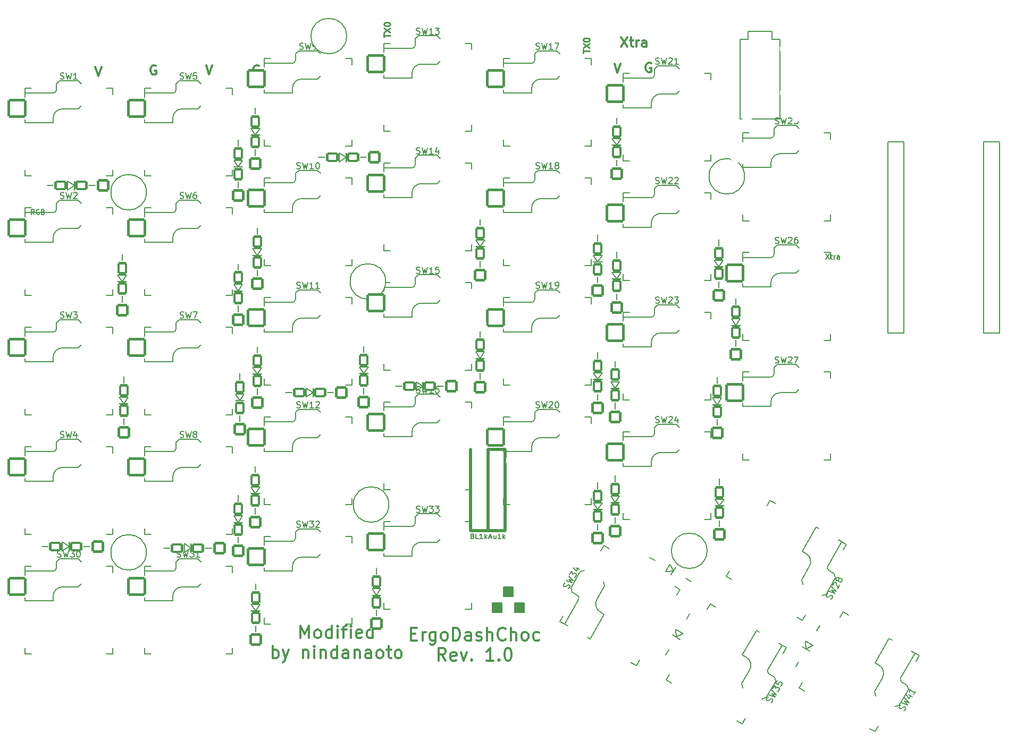
<source format=gbr>
%TF.GenerationSoftware,KiCad,Pcbnew,8.0.3*%
%TF.CreationDate,2024-07-24T18:45:32+09:00*%
%TF.ProjectId,ergodash,6572676f-6461-4736-982e-6b696361645f,2.0*%
%TF.SameCoordinates,Original*%
%TF.FileFunction,Legend,Top*%
%TF.FilePolarity,Positive*%
%FSLAX46Y46*%
G04 Gerber Fmt 4.6, Leading zero omitted, Abs format (unit mm)*
G04 Created by KiCad (PCBNEW 8.0.3) date 2024-07-24 18:45:32*
%MOMM*%
%LPD*%
G01*
G04 APERTURE LIST*
G04 Aperture macros list*
%AMRoundRect*
0 Rectangle with rounded corners*
0 $1 Rounding radius*
0 $2 $3 $4 $5 $6 $7 $8 $9 X,Y pos of 4 corners*
0 Add a 4 corners polygon primitive as box body*
4,1,4,$2,$3,$4,$5,$6,$7,$8,$9,$2,$3,0*
0 Add four circle primitives for the rounded corners*
1,1,$1+$1,$2,$3*
1,1,$1+$1,$4,$5*
1,1,$1+$1,$6,$7*
1,1,$1+$1,$8,$9*
0 Add four rect primitives between the rounded corners*
20,1,$1+$1,$2,$3,$4,$5,0*
20,1,$1+$1,$4,$5,$6,$7,0*
20,1,$1+$1,$6,$7,$8,$9,0*
20,1,$1+$1,$8,$9,$2,$3,0*%
%AMHorizOval*
0 Thick line with rounded ends*
0 $1 width*
0 $2 $3 position (X,Y) of the first rounded end (center of the circle)*
0 $4 $5 position (X,Y) of the second rounded end (center of the circle)*
0 Add line between two ends*
20,1,$1,$2,$3,$4,$5,0*
0 Add two circle primitives to create the rounded ends*
1,1,$1,$2,$3*
1,1,$1,$4,$5*%
%AMFreePoly0*
4,1,22,1.386777,1.480194,1.456366,1.424698,1.494986,1.344504,1.500000,1.300000,1.500000,0.000000,1.480194,-0.086777,1.441421,-0.141421,0.141421,-1.441421,0.066056,-1.488777,0.000000,-1.500000,-1.300000,-1.500000,-1.386777,-1.480194,-1.456366,-1.424698,-1.494986,-1.344504,-1.500000,-1.300000,-1.500000,1.300000,-1.480194,1.386777,-1.424698,1.456366,-1.344504,1.494986,-1.300000,1.500000,
1.300000,1.500000,1.386777,1.480194,1.386777,1.480194,$1*%
%AMFreePoly1*
4,1,22,1.386777,1.480194,1.456366,1.424698,1.494986,1.344504,1.500000,1.300000,1.500000,-1.300000,1.480194,-1.386777,1.424698,-1.456366,1.344504,-1.494986,1.300000,-1.500000,0.000000,-1.500000,-0.086777,-1.480194,-0.141421,-1.441421,-1.441421,-0.141421,-1.488777,-0.066056,-1.500000,0.000000,-1.500000,1.300000,-1.480194,1.386777,-1.424698,1.456366,-1.344504,1.494986,-1.300000,1.500000,
1.300000,1.500000,1.386777,1.480194,1.386777,1.480194,$1*%
%AMFreePoly2*
4,1,22,1.386777,1.480194,1.456366,1.424698,1.494986,1.344504,1.500000,1.300000,1.500000,-1.300000,1.480194,-1.386777,1.424698,-1.456366,1.344504,-1.494986,1.300000,-1.500000,-1.300000,-1.500000,-1.386777,-1.480194,-1.456366,-1.424698,-1.494986,-1.344504,-1.500000,-1.300000,-1.500000,0.000000,-1.480194,0.086777,-1.441421,0.141421,-0.141421,1.441421,-0.066056,1.488777,0.000000,1.500000,
1.300000,1.500000,1.386777,1.480194,1.386777,1.480194,$1*%
G04 Aperture macros list end*
%ADD10C,0.150000*%
%ADD11C,0.500000*%
%ADD12C,0.200000*%
%ADD13C,0.300000*%
%ADD14C,0.250000*%
%ADD15C,1.524000*%
%ADD16C,1.210000*%
%ADD17O,1.300000X2.200000*%
%ADD18C,5.400000*%
%ADD19C,1.924000*%
%ADD20RoundRect,0.200000X0.292820X-1.092820X1.092820X0.292820X-0.292820X1.092820X-1.092820X-0.292820X0*%
%ADD21RoundRect,0.200000X0.119615X-0.992820X0.919615X0.392820X-0.119615X0.992820X-0.919615X-0.392820X0*%
%ADD22HorizOval,2.000000X0.000000X0.000000X0.000000X0.000000X0*%
%ADD23C,2.432000*%
%ADD24RoundRect,0.200000X-1.300000X-1.300000X1.300000X-1.300000X1.300000X1.300000X-1.300000X1.300000X0*%
%ADD25FreePoly0,0.000000*%
%ADD26C,2.101800*%
%ADD27C,3.400000*%
%ADD28C,3.829000*%
%ADD29FreePoly1,10.000000*%
%ADD30RoundRect,0.200000X-0.475833X1.775833X-1.775833X-0.475833X0.475833X-1.775833X1.775833X0.475833X0*%
%ADD31FreePoly0,240.000000*%
%ADD32RoundRect,0.200000X0.475833X-1.775833X1.775833X0.475833X-0.475833X1.775833X-1.775833X-0.475833X0*%
%ADD33FreePoly0,60.000000*%
%ADD34RoundRect,0.200000X0.800000X0.800000X-0.800000X0.800000X-0.800000X-0.800000X0.800000X-0.800000X0*%
%ADD35RoundRect,0.200000X0.800000X0.600000X-0.800000X0.600000X-0.800000X-0.600000X0.800000X-0.600000X0*%
%ADD36O,2.000000X2.000000*%
%ADD37RoundRect,0.200000X0.800000X-0.800000X0.800000X0.800000X-0.800000X0.800000X-0.800000X-0.800000X0*%
%ADD38RoundRect,0.200000X0.600000X-0.800000X0.600000X0.800000X-0.600000X0.800000X-0.600000X-0.800000X0*%
%ADD39RoundRect,0.200000X1.092820X0.292820X-0.292820X1.092820X-1.092820X-0.292820X0.292820X-1.092820X0*%
%ADD40RoundRect,0.200000X0.992820X0.119615X-0.392820X0.919615X-0.992820X-0.119615X0.392820X-0.919615X0*%
%ADD41HorizOval,2.000000X0.000000X0.000000X0.000000X0.000000X0*%
%ADD42RoundRect,0.200000X1.300000X1.300000X-1.300000X1.300000X-1.300000X-1.300000X1.300000X-1.300000X0*%
%ADD43FreePoly2,180.000000*%
%ADD44C,1.610000*%
%ADD45O,1.700000X2.600000*%
G04 APERTURE END LIST*
D10*
X81250000Y10250000D02*
X82750000Y10250000D01*
X82750000Y8750000D01*
X81250000Y8750000D01*
X81250000Y10250000D01*
G36*
X81250000Y10250000D02*
G01*
X82750000Y10250000D01*
X82750000Y8750000D01*
X81250000Y8750000D01*
X81250000Y10250000D01*
G37*
X77750000Y10250000D02*
X79250000Y10250000D01*
X79250000Y8750000D01*
X77750000Y8750000D01*
X77750000Y10250000D01*
G36*
X77750000Y10250000D02*
G01*
X79250000Y10250000D01*
X79250000Y8750000D01*
X77750000Y8750000D01*
X77750000Y10250000D01*
G37*
X79500000Y12750000D02*
X81000000Y12750000D01*
X81000000Y11250000D01*
X79500000Y11250000D01*
X79500000Y12750000D01*
G36*
X79500000Y12750000D02*
G01*
X81000000Y12750000D01*
X81000000Y11250000D01*
X79500000Y11250000D01*
X79500000Y12750000D01*
G37*
D11*
X74275000Y21717000D02*
X74275000Y34671000D01*
X74275000Y21717000D02*
X79736000Y21717000D01*
X77196000Y34671000D02*
X79736000Y34671000D01*
X79736000Y34671000D02*
X79736000Y21717000D01*
X77069000Y21717000D02*
X77069000Y34671000D01*
D12*
X77208856Y20696877D02*
X77589809Y20696877D01*
X77132666Y20468305D02*
X77399333Y21268305D01*
X77399333Y21268305D02*
X77665999Y20468305D01*
X78275523Y21001639D02*
X78275523Y20468305D01*
X77932666Y21001639D02*
X77932666Y20582591D01*
X77932666Y20582591D02*
X77970761Y20506400D01*
X77970761Y20506400D02*
X78046951Y20468305D01*
X78046951Y20468305D02*
X78161237Y20468305D01*
X78161237Y20468305D02*
X78237428Y20506400D01*
X78237428Y20506400D02*
X78275523Y20544496D01*
X79075523Y20468305D02*
X78618380Y20468305D01*
X78846952Y20468305D02*
X78846952Y21268305D01*
X78846952Y21268305D02*
X78770761Y21154020D01*
X78770761Y21154020D02*
X78694571Y21077829D01*
X78694571Y21077829D02*
X78618380Y21039734D01*
X79418381Y20468305D02*
X79418381Y21268305D01*
X79494571Y20773067D02*
X79723143Y20468305D01*
X79723143Y21001639D02*
X79418381Y20696877D01*
D13*
X47177095Y4637306D02*
X47177095Y6637306D01*
X47177095Y6637306D02*
X47843762Y5208735D01*
X47843762Y5208735D02*
X48510428Y6637306D01*
X48510428Y6637306D02*
X48510428Y4637306D01*
X49748523Y4637306D02*
X49558047Y4732544D01*
X49558047Y4732544D02*
X49462809Y4827783D01*
X49462809Y4827783D02*
X49367571Y5018259D01*
X49367571Y5018259D02*
X49367571Y5589687D01*
X49367571Y5589687D02*
X49462809Y5780164D01*
X49462809Y5780164D02*
X49558047Y5875402D01*
X49558047Y5875402D02*
X49748523Y5970640D01*
X49748523Y5970640D02*
X50034238Y5970640D01*
X50034238Y5970640D02*
X50224714Y5875402D01*
X50224714Y5875402D02*
X50319952Y5780164D01*
X50319952Y5780164D02*
X50415190Y5589687D01*
X50415190Y5589687D02*
X50415190Y5018259D01*
X50415190Y5018259D02*
X50319952Y4827783D01*
X50319952Y4827783D02*
X50224714Y4732544D01*
X50224714Y4732544D02*
X50034238Y4637306D01*
X50034238Y4637306D02*
X49748523Y4637306D01*
X52129476Y4637306D02*
X52129476Y6637306D01*
X52129476Y4732544D02*
X51939000Y4637306D01*
X51939000Y4637306D02*
X51558047Y4637306D01*
X51558047Y4637306D02*
X51367571Y4732544D01*
X51367571Y4732544D02*
X51272333Y4827783D01*
X51272333Y4827783D02*
X51177095Y5018259D01*
X51177095Y5018259D02*
X51177095Y5589687D01*
X51177095Y5589687D02*
X51272333Y5780164D01*
X51272333Y5780164D02*
X51367571Y5875402D01*
X51367571Y5875402D02*
X51558047Y5970640D01*
X51558047Y5970640D02*
X51939000Y5970640D01*
X51939000Y5970640D02*
X52129476Y5875402D01*
X53081857Y4637306D02*
X53081857Y5970640D01*
X53081857Y6637306D02*
X52986619Y6542068D01*
X52986619Y6542068D02*
X53081857Y6446830D01*
X53081857Y6446830D02*
X53177095Y6542068D01*
X53177095Y6542068D02*
X53081857Y6637306D01*
X53081857Y6637306D02*
X53081857Y6446830D01*
X53748524Y5970640D02*
X54510428Y5970640D01*
X54034238Y4637306D02*
X54034238Y6351592D01*
X54034238Y6351592D02*
X54129476Y6542068D01*
X54129476Y6542068D02*
X54319952Y6637306D01*
X54319952Y6637306D02*
X54510428Y6637306D01*
X55177095Y4637306D02*
X55177095Y5970640D01*
X55177095Y6637306D02*
X55081857Y6542068D01*
X55081857Y6542068D02*
X55177095Y6446830D01*
X55177095Y6446830D02*
X55272333Y6542068D01*
X55272333Y6542068D02*
X55177095Y6637306D01*
X55177095Y6637306D02*
X55177095Y6446830D01*
X56891381Y4732544D02*
X56700905Y4637306D01*
X56700905Y4637306D02*
X56319952Y4637306D01*
X56319952Y4637306D02*
X56129476Y4732544D01*
X56129476Y4732544D02*
X56034238Y4923021D01*
X56034238Y4923021D02*
X56034238Y5684925D01*
X56034238Y5684925D02*
X56129476Y5875402D01*
X56129476Y5875402D02*
X56319952Y5970640D01*
X56319952Y5970640D02*
X56700905Y5970640D01*
X56700905Y5970640D02*
X56891381Y5875402D01*
X56891381Y5875402D02*
X56986619Y5684925D01*
X56986619Y5684925D02*
X56986619Y5494449D01*
X56986619Y5494449D02*
X56034238Y5303973D01*
X58700905Y4637306D02*
X58700905Y6637306D01*
X58700905Y4732544D02*
X58510429Y4637306D01*
X58510429Y4637306D02*
X58129476Y4637306D01*
X58129476Y4637306D02*
X57939000Y4732544D01*
X57939000Y4732544D02*
X57843762Y4827783D01*
X57843762Y4827783D02*
X57748524Y5018259D01*
X57748524Y5018259D02*
X57748524Y5589687D01*
X57748524Y5589687D02*
X57843762Y5780164D01*
X57843762Y5780164D02*
X57939000Y5875402D01*
X57939000Y5875402D02*
X58129476Y5970640D01*
X58129476Y5970640D02*
X58510429Y5970640D01*
X58510429Y5970640D02*
X58700905Y5875402D01*
X42700903Y1417418D02*
X42700903Y3417418D01*
X42700903Y2655514D02*
X42891379Y2750752D01*
X42891379Y2750752D02*
X43272332Y2750752D01*
X43272332Y2750752D02*
X43462808Y2655514D01*
X43462808Y2655514D02*
X43558046Y2560276D01*
X43558046Y2560276D02*
X43653284Y2369799D01*
X43653284Y2369799D02*
X43653284Y1798371D01*
X43653284Y1798371D02*
X43558046Y1607895D01*
X43558046Y1607895D02*
X43462808Y1512656D01*
X43462808Y1512656D02*
X43272332Y1417418D01*
X43272332Y1417418D02*
X42891379Y1417418D01*
X42891379Y1417418D02*
X42700903Y1512656D01*
X44319951Y2750752D02*
X44796141Y1417418D01*
X45272332Y2750752D02*
X44796141Y1417418D01*
X44796141Y1417418D02*
X44605665Y941228D01*
X44605665Y941228D02*
X44510427Y845990D01*
X44510427Y845990D02*
X44319951Y750752D01*
X47558047Y2750752D02*
X47558047Y1417418D01*
X47558047Y2560276D02*
X47653285Y2655514D01*
X47653285Y2655514D02*
X47843761Y2750752D01*
X47843761Y2750752D02*
X48129476Y2750752D01*
X48129476Y2750752D02*
X48319952Y2655514D01*
X48319952Y2655514D02*
X48415190Y2465037D01*
X48415190Y2465037D02*
X48415190Y1417418D01*
X49367571Y1417418D02*
X49367571Y2750752D01*
X49367571Y3417418D02*
X49272333Y3322180D01*
X49272333Y3322180D02*
X49367571Y3226942D01*
X49367571Y3226942D02*
X49462809Y3322180D01*
X49462809Y3322180D02*
X49367571Y3417418D01*
X49367571Y3417418D02*
X49367571Y3226942D01*
X50319952Y2750752D02*
X50319952Y1417418D01*
X50319952Y2560276D02*
X50415190Y2655514D01*
X50415190Y2655514D02*
X50605666Y2750752D01*
X50605666Y2750752D02*
X50891381Y2750752D01*
X50891381Y2750752D02*
X51081857Y2655514D01*
X51081857Y2655514D02*
X51177095Y2465037D01*
X51177095Y2465037D02*
X51177095Y1417418D01*
X52986619Y1417418D02*
X52986619Y3417418D01*
X52986619Y1512656D02*
X52796143Y1417418D01*
X52796143Y1417418D02*
X52415190Y1417418D01*
X52415190Y1417418D02*
X52224714Y1512656D01*
X52224714Y1512656D02*
X52129476Y1607895D01*
X52129476Y1607895D02*
X52034238Y1798371D01*
X52034238Y1798371D02*
X52034238Y2369799D01*
X52034238Y2369799D02*
X52129476Y2560276D01*
X52129476Y2560276D02*
X52224714Y2655514D01*
X52224714Y2655514D02*
X52415190Y2750752D01*
X52415190Y2750752D02*
X52796143Y2750752D01*
X52796143Y2750752D02*
X52986619Y2655514D01*
X54796143Y1417418D02*
X54796143Y2465037D01*
X54796143Y2465037D02*
X54700905Y2655514D01*
X54700905Y2655514D02*
X54510429Y2750752D01*
X54510429Y2750752D02*
X54129476Y2750752D01*
X54129476Y2750752D02*
X53939000Y2655514D01*
X54796143Y1512656D02*
X54605667Y1417418D01*
X54605667Y1417418D02*
X54129476Y1417418D01*
X54129476Y1417418D02*
X53939000Y1512656D01*
X53939000Y1512656D02*
X53843762Y1703133D01*
X53843762Y1703133D02*
X53843762Y1893609D01*
X53843762Y1893609D02*
X53939000Y2084085D01*
X53939000Y2084085D02*
X54129476Y2179323D01*
X54129476Y2179323D02*
X54605667Y2179323D01*
X54605667Y2179323D02*
X54796143Y2274561D01*
X55748524Y2750752D02*
X55748524Y1417418D01*
X55748524Y2560276D02*
X55843762Y2655514D01*
X55843762Y2655514D02*
X56034238Y2750752D01*
X56034238Y2750752D02*
X56319953Y2750752D01*
X56319953Y2750752D02*
X56510429Y2655514D01*
X56510429Y2655514D02*
X56605667Y2465037D01*
X56605667Y2465037D02*
X56605667Y1417418D01*
X58415191Y1417418D02*
X58415191Y2465037D01*
X58415191Y2465037D02*
X58319953Y2655514D01*
X58319953Y2655514D02*
X58129477Y2750752D01*
X58129477Y2750752D02*
X57748524Y2750752D01*
X57748524Y2750752D02*
X57558048Y2655514D01*
X58415191Y1512656D02*
X58224715Y1417418D01*
X58224715Y1417418D02*
X57748524Y1417418D01*
X57748524Y1417418D02*
X57558048Y1512656D01*
X57558048Y1512656D02*
X57462810Y1703133D01*
X57462810Y1703133D02*
X57462810Y1893609D01*
X57462810Y1893609D02*
X57558048Y2084085D01*
X57558048Y2084085D02*
X57748524Y2179323D01*
X57748524Y2179323D02*
X58224715Y2179323D01*
X58224715Y2179323D02*
X58415191Y2274561D01*
X59653286Y1417418D02*
X59462810Y1512656D01*
X59462810Y1512656D02*
X59367572Y1607895D01*
X59367572Y1607895D02*
X59272334Y1798371D01*
X59272334Y1798371D02*
X59272334Y2369799D01*
X59272334Y2369799D02*
X59367572Y2560276D01*
X59367572Y2560276D02*
X59462810Y2655514D01*
X59462810Y2655514D02*
X59653286Y2750752D01*
X59653286Y2750752D02*
X59939001Y2750752D01*
X59939001Y2750752D02*
X60129477Y2655514D01*
X60129477Y2655514D02*
X60224715Y2560276D01*
X60224715Y2560276D02*
X60319953Y2369799D01*
X60319953Y2369799D02*
X60319953Y1798371D01*
X60319953Y1798371D02*
X60224715Y1607895D01*
X60224715Y1607895D02*
X60129477Y1512656D01*
X60129477Y1512656D02*
X59939001Y1417418D01*
X59939001Y1417418D02*
X59653286Y1417418D01*
X60891382Y2750752D02*
X61653286Y2750752D01*
X61177096Y3417418D02*
X61177096Y1703133D01*
X61177096Y1703133D02*
X61272334Y1512656D01*
X61272334Y1512656D02*
X61462810Y1417418D01*
X61462810Y1417418D02*
X61653286Y1417418D01*
X62605667Y1417418D02*
X62415191Y1512656D01*
X62415191Y1512656D02*
X62319953Y1607895D01*
X62319953Y1607895D02*
X62224715Y1798371D01*
X62224715Y1798371D02*
X62224715Y2369799D01*
X62224715Y2369799D02*
X62319953Y2560276D01*
X62319953Y2560276D02*
X62415191Y2655514D01*
X62415191Y2655514D02*
X62605667Y2750752D01*
X62605667Y2750752D02*
X62891382Y2750752D01*
X62891382Y2750752D02*
X63081858Y2655514D01*
X63081858Y2655514D02*
X63177096Y2560276D01*
X63177096Y2560276D02*
X63272334Y2369799D01*
X63272334Y2369799D02*
X63272334Y1798371D01*
X63272334Y1798371D02*
X63177096Y1607895D01*
X63177096Y1607895D02*
X63081858Y1512656D01*
X63081858Y1512656D02*
X62891382Y1417418D01*
X62891382Y1417418D02*
X62605667Y1417418D01*
D12*
X74573571Y20887353D02*
X74687857Y20849258D01*
X74687857Y20849258D02*
X74725952Y20811162D01*
X74725952Y20811162D02*
X74764048Y20734972D01*
X74764048Y20734972D02*
X74764048Y20620686D01*
X74764048Y20620686D02*
X74725952Y20544496D01*
X74725952Y20544496D02*
X74687857Y20506400D01*
X74687857Y20506400D02*
X74611667Y20468305D01*
X74611667Y20468305D02*
X74306905Y20468305D01*
X74306905Y20468305D02*
X74306905Y21268305D01*
X74306905Y21268305D02*
X74573571Y21268305D01*
X74573571Y21268305D02*
X74649762Y21230210D01*
X74649762Y21230210D02*
X74687857Y21192115D01*
X74687857Y21192115D02*
X74725952Y21115924D01*
X74725952Y21115924D02*
X74725952Y21039734D01*
X74725952Y21039734D02*
X74687857Y20963543D01*
X74687857Y20963543D02*
X74649762Y20925448D01*
X74649762Y20925448D02*
X74573571Y20887353D01*
X74573571Y20887353D02*
X74306905Y20887353D01*
X75487857Y20468305D02*
X75106905Y20468305D01*
X75106905Y20468305D02*
X75106905Y21268305D01*
X76173571Y20468305D02*
X75716428Y20468305D01*
X75945000Y20468305D02*
X75945000Y21268305D01*
X75945000Y21268305D02*
X75868809Y21154020D01*
X75868809Y21154020D02*
X75792619Y21077829D01*
X75792619Y21077829D02*
X75716428Y21039734D01*
X76516429Y20468305D02*
X76516429Y21268305D01*
X76592619Y20773067D02*
X76821191Y20468305D01*
X76821191Y21001639D02*
X76516429Y20696877D01*
D13*
X97143000Y96198672D02*
X97643000Y94698672D01*
X97643000Y94698672D02*
X98143000Y96198672D01*
X15465999Y95690672D02*
X14965999Y94190672D01*
X14965999Y94190672D02*
X14465999Y95690672D01*
D12*
X4761619Y72157305D02*
X4494952Y72538258D01*
X4304476Y72157305D02*
X4304476Y72957305D01*
X4304476Y72957305D02*
X4609238Y72957305D01*
X4609238Y72957305D02*
X4685428Y72919210D01*
X4685428Y72919210D02*
X4723523Y72881115D01*
X4723523Y72881115D02*
X4761619Y72804924D01*
X4761619Y72804924D02*
X4761619Y72690639D01*
X4761619Y72690639D02*
X4723523Y72614448D01*
X4723523Y72614448D02*
X4685428Y72576353D01*
X4685428Y72576353D02*
X4609238Y72538258D01*
X4609238Y72538258D02*
X4304476Y72538258D01*
X5523523Y72919210D02*
X5447333Y72957305D01*
X5447333Y72957305D02*
X5333047Y72957305D01*
X5333047Y72957305D02*
X5218761Y72919210D01*
X5218761Y72919210D02*
X5142571Y72843020D01*
X5142571Y72843020D02*
X5104476Y72766829D01*
X5104476Y72766829D02*
X5066380Y72614448D01*
X5066380Y72614448D02*
X5066380Y72500162D01*
X5066380Y72500162D02*
X5104476Y72347781D01*
X5104476Y72347781D02*
X5142571Y72271591D01*
X5142571Y72271591D02*
X5218761Y72195400D01*
X5218761Y72195400D02*
X5333047Y72157305D01*
X5333047Y72157305D02*
X5409238Y72157305D01*
X5409238Y72157305D02*
X5523523Y72195400D01*
X5523523Y72195400D02*
X5561619Y72233496D01*
X5561619Y72233496D02*
X5561619Y72500162D01*
X5561619Y72500162D02*
X5409238Y72500162D01*
X6171142Y72576353D02*
X6285428Y72538258D01*
X6285428Y72538258D02*
X6323523Y72500162D01*
X6323523Y72500162D02*
X6361619Y72423972D01*
X6361619Y72423972D02*
X6361619Y72309686D01*
X6361619Y72309686D02*
X6323523Y72233496D01*
X6323523Y72233496D02*
X6285428Y72195400D01*
X6285428Y72195400D02*
X6209238Y72157305D01*
X6209238Y72157305D02*
X5904476Y72157305D01*
X5904476Y72157305D02*
X5904476Y72957305D01*
X5904476Y72957305D02*
X6171142Y72957305D01*
X6171142Y72957305D02*
X6247333Y72919210D01*
X6247333Y72919210D02*
X6285428Y72881115D01*
X6285428Y72881115D02*
X6323523Y72804924D01*
X6323523Y72804924D02*
X6323523Y72728734D01*
X6323523Y72728734D02*
X6285428Y72652543D01*
X6285428Y72652543D02*
X6247333Y72614448D01*
X6247333Y72614448D02*
X6171142Y72576353D01*
X6171142Y72576353D02*
X5904476Y72576353D01*
D13*
X64767142Y5303925D02*
X65433809Y5303925D01*
X65719523Y4256306D02*
X64767142Y4256306D01*
X64767142Y4256306D02*
X64767142Y6256306D01*
X64767142Y6256306D02*
X65719523Y6256306D01*
X66576666Y4256306D02*
X66576666Y5589640D01*
X66576666Y5208687D02*
X66671904Y5399164D01*
X66671904Y5399164D02*
X66767142Y5494402D01*
X66767142Y5494402D02*
X66957618Y5589640D01*
X66957618Y5589640D02*
X67148095Y5589640D01*
X68671904Y5589640D02*
X68671904Y3970592D01*
X68671904Y3970592D02*
X68576666Y3780116D01*
X68576666Y3780116D02*
X68481428Y3684878D01*
X68481428Y3684878D02*
X68290951Y3589640D01*
X68290951Y3589640D02*
X68005237Y3589640D01*
X68005237Y3589640D02*
X67814761Y3684878D01*
X68671904Y4351544D02*
X68481428Y4256306D01*
X68481428Y4256306D02*
X68100475Y4256306D01*
X68100475Y4256306D02*
X67909999Y4351544D01*
X67909999Y4351544D02*
X67814761Y4446783D01*
X67814761Y4446783D02*
X67719523Y4637259D01*
X67719523Y4637259D02*
X67719523Y5208687D01*
X67719523Y5208687D02*
X67814761Y5399164D01*
X67814761Y5399164D02*
X67909999Y5494402D01*
X67909999Y5494402D02*
X68100475Y5589640D01*
X68100475Y5589640D02*
X68481428Y5589640D01*
X68481428Y5589640D02*
X68671904Y5494402D01*
X69909999Y4256306D02*
X69719523Y4351544D01*
X69719523Y4351544D02*
X69624285Y4446783D01*
X69624285Y4446783D02*
X69529047Y4637259D01*
X69529047Y4637259D02*
X69529047Y5208687D01*
X69529047Y5208687D02*
X69624285Y5399164D01*
X69624285Y5399164D02*
X69719523Y5494402D01*
X69719523Y5494402D02*
X69909999Y5589640D01*
X69909999Y5589640D02*
X70195714Y5589640D01*
X70195714Y5589640D02*
X70386190Y5494402D01*
X70386190Y5494402D02*
X70481428Y5399164D01*
X70481428Y5399164D02*
X70576666Y5208687D01*
X70576666Y5208687D02*
X70576666Y4637259D01*
X70576666Y4637259D02*
X70481428Y4446783D01*
X70481428Y4446783D02*
X70386190Y4351544D01*
X70386190Y4351544D02*
X70195714Y4256306D01*
X70195714Y4256306D02*
X69909999Y4256306D01*
X71433809Y4256306D02*
X71433809Y6256306D01*
X71433809Y6256306D02*
X71909999Y6256306D01*
X71909999Y6256306D02*
X72195714Y6161068D01*
X72195714Y6161068D02*
X72386190Y5970592D01*
X72386190Y5970592D02*
X72481428Y5780116D01*
X72481428Y5780116D02*
X72576666Y5399164D01*
X72576666Y5399164D02*
X72576666Y5113449D01*
X72576666Y5113449D02*
X72481428Y4732497D01*
X72481428Y4732497D02*
X72386190Y4542021D01*
X72386190Y4542021D02*
X72195714Y4351544D01*
X72195714Y4351544D02*
X71909999Y4256306D01*
X71909999Y4256306D02*
X71433809Y4256306D01*
X74290952Y4256306D02*
X74290952Y5303925D01*
X74290952Y5303925D02*
X74195714Y5494402D01*
X74195714Y5494402D02*
X74005238Y5589640D01*
X74005238Y5589640D02*
X73624285Y5589640D01*
X73624285Y5589640D02*
X73433809Y5494402D01*
X74290952Y4351544D02*
X74100476Y4256306D01*
X74100476Y4256306D02*
X73624285Y4256306D01*
X73624285Y4256306D02*
X73433809Y4351544D01*
X73433809Y4351544D02*
X73338571Y4542021D01*
X73338571Y4542021D02*
X73338571Y4732497D01*
X73338571Y4732497D02*
X73433809Y4922973D01*
X73433809Y4922973D02*
X73624285Y5018211D01*
X73624285Y5018211D02*
X74100476Y5018211D01*
X74100476Y5018211D02*
X74290952Y5113449D01*
X75148095Y4351544D02*
X75338571Y4256306D01*
X75338571Y4256306D02*
X75719523Y4256306D01*
X75719523Y4256306D02*
X75910000Y4351544D01*
X75910000Y4351544D02*
X76005238Y4542021D01*
X76005238Y4542021D02*
X76005238Y4637259D01*
X76005238Y4637259D02*
X75910000Y4827735D01*
X75910000Y4827735D02*
X75719523Y4922973D01*
X75719523Y4922973D02*
X75433809Y4922973D01*
X75433809Y4922973D02*
X75243333Y5018211D01*
X75243333Y5018211D02*
X75148095Y5208687D01*
X75148095Y5208687D02*
X75148095Y5303925D01*
X75148095Y5303925D02*
X75243333Y5494402D01*
X75243333Y5494402D02*
X75433809Y5589640D01*
X75433809Y5589640D02*
X75719523Y5589640D01*
X75719523Y5589640D02*
X75910000Y5494402D01*
X76862381Y4256306D02*
X76862381Y6256306D01*
X77719524Y4256306D02*
X77719524Y5303925D01*
X77719524Y5303925D02*
X77624286Y5494402D01*
X77624286Y5494402D02*
X77433810Y5589640D01*
X77433810Y5589640D02*
X77148095Y5589640D01*
X77148095Y5589640D02*
X76957619Y5494402D01*
X76957619Y5494402D02*
X76862381Y5399164D01*
X79814762Y4446783D02*
X79719524Y4351544D01*
X79719524Y4351544D02*
X79433810Y4256306D01*
X79433810Y4256306D02*
X79243334Y4256306D01*
X79243334Y4256306D02*
X78957619Y4351544D01*
X78957619Y4351544D02*
X78767143Y4542021D01*
X78767143Y4542021D02*
X78671905Y4732497D01*
X78671905Y4732497D02*
X78576667Y5113449D01*
X78576667Y5113449D02*
X78576667Y5399164D01*
X78576667Y5399164D02*
X78671905Y5780116D01*
X78671905Y5780116D02*
X78767143Y5970592D01*
X78767143Y5970592D02*
X78957619Y6161068D01*
X78957619Y6161068D02*
X79243334Y6256306D01*
X79243334Y6256306D02*
X79433810Y6256306D01*
X79433810Y6256306D02*
X79719524Y6161068D01*
X79719524Y6161068D02*
X79814762Y6065830D01*
X80671905Y4256306D02*
X80671905Y6256306D01*
X81529048Y4256306D02*
X81529048Y5303925D01*
X81529048Y5303925D02*
X81433810Y5494402D01*
X81433810Y5494402D02*
X81243334Y5589640D01*
X81243334Y5589640D02*
X80957619Y5589640D01*
X80957619Y5589640D02*
X80767143Y5494402D01*
X80767143Y5494402D02*
X80671905Y5399164D01*
X82767143Y4256306D02*
X82576667Y4351544D01*
X82576667Y4351544D02*
X82481429Y4446783D01*
X82481429Y4446783D02*
X82386191Y4637259D01*
X82386191Y4637259D02*
X82386191Y5208687D01*
X82386191Y5208687D02*
X82481429Y5399164D01*
X82481429Y5399164D02*
X82576667Y5494402D01*
X82576667Y5494402D02*
X82767143Y5589640D01*
X82767143Y5589640D02*
X83052858Y5589640D01*
X83052858Y5589640D02*
X83243334Y5494402D01*
X83243334Y5494402D02*
X83338572Y5399164D01*
X83338572Y5399164D02*
X83433810Y5208687D01*
X83433810Y5208687D02*
X83433810Y4637259D01*
X83433810Y4637259D02*
X83338572Y4446783D01*
X83338572Y4446783D02*
X83243334Y4351544D01*
X83243334Y4351544D02*
X83052858Y4256306D01*
X83052858Y4256306D02*
X82767143Y4256306D01*
X85148096Y4351544D02*
X84957620Y4256306D01*
X84957620Y4256306D02*
X84576667Y4256306D01*
X84576667Y4256306D02*
X84386191Y4351544D01*
X84386191Y4351544D02*
X84290953Y4446783D01*
X84290953Y4446783D02*
X84195715Y4637259D01*
X84195715Y4637259D02*
X84195715Y5208687D01*
X84195715Y5208687D02*
X84290953Y5399164D01*
X84290953Y5399164D02*
X84386191Y5494402D01*
X84386191Y5494402D02*
X84576667Y5589640D01*
X84576667Y5589640D02*
X84957620Y5589640D01*
X84957620Y5589640D02*
X85148096Y5494402D01*
X70290951Y1036418D02*
X69624284Y1988799D01*
X69148094Y1036418D02*
X69148094Y3036418D01*
X69148094Y3036418D02*
X69909999Y3036418D01*
X69909999Y3036418D02*
X70100475Y2941180D01*
X70100475Y2941180D02*
X70195713Y2845942D01*
X70195713Y2845942D02*
X70290951Y2655466D01*
X70290951Y2655466D02*
X70290951Y2369752D01*
X70290951Y2369752D02*
X70195713Y2179276D01*
X70195713Y2179276D02*
X70100475Y2084037D01*
X70100475Y2084037D02*
X69909999Y1988799D01*
X69909999Y1988799D02*
X69148094Y1988799D01*
X71909999Y1131656D02*
X71719523Y1036418D01*
X71719523Y1036418D02*
X71338570Y1036418D01*
X71338570Y1036418D02*
X71148094Y1131656D01*
X71148094Y1131656D02*
X71052856Y1322133D01*
X71052856Y1322133D02*
X71052856Y2084037D01*
X71052856Y2084037D02*
X71148094Y2274514D01*
X71148094Y2274514D02*
X71338570Y2369752D01*
X71338570Y2369752D02*
X71719523Y2369752D01*
X71719523Y2369752D02*
X71909999Y2274514D01*
X71909999Y2274514D02*
X72005237Y2084037D01*
X72005237Y2084037D02*
X72005237Y1893561D01*
X72005237Y1893561D02*
X71052856Y1703085D01*
X72671904Y2369752D02*
X73148094Y1036418D01*
X73148094Y1036418D02*
X73624285Y2369752D01*
X74386190Y1226895D02*
X74481428Y1131656D01*
X74481428Y1131656D02*
X74386190Y1036418D01*
X74386190Y1036418D02*
X74290952Y1131656D01*
X74290952Y1131656D02*
X74386190Y1226895D01*
X74386190Y1226895D02*
X74386190Y1036418D01*
X77910000Y1036418D02*
X76767143Y1036418D01*
X77338571Y1036418D02*
X77338571Y3036418D01*
X77338571Y3036418D02*
X77148095Y2750704D01*
X77148095Y2750704D02*
X76957619Y2560228D01*
X76957619Y2560228D02*
X76767143Y2464990D01*
X78767143Y1226895D02*
X78862381Y1131656D01*
X78862381Y1131656D02*
X78767143Y1036418D01*
X78767143Y1036418D02*
X78671905Y1131656D01*
X78671905Y1131656D02*
X78767143Y1226895D01*
X78767143Y1226895D02*
X78767143Y1036418D01*
X80100476Y3036418D02*
X80290953Y3036418D01*
X80290953Y3036418D02*
X80481429Y2941180D01*
X80481429Y2941180D02*
X80576667Y2845942D01*
X80576667Y2845942D02*
X80671905Y2655466D01*
X80671905Y2655466D02*
X80767143Y2274514D01*
X80767143Y2274514D02*
X80767143Y1798323D01*
X80767143Y1798323D02*
X80671905Y1417371D01*
X80671905Y1417371D02*
X80576667Y1226895D01*
X80576667Y1226895D02*
X80481429Y1131656D01*
X80481429Y1131656D02*
X80290953Y1036418D01*
X80290953Y1036418D02*
X80100476Y1036418D01*
X80100476Y1036418D02*
X79910000Y1131656D01*
X79910000Y1131656D02*
X79814762Y1226895D01*
X79814762Y1226895D02*
X79719524Y1417371D01*
X79719524Y1417371D02*
X79624286Y1798323D01*
X79624286Y1798323D02*
X79624286Y2274514D01*
X79624286Y2274514D02*
X79719524Y2655466D01*
X79719524Y2655466D02*
X79814762Y2845942D01*
X79814762Y2845942D02*
X79910000Y2941180D01*
X79910000Y2941180D02*
X80100476Y3036418D01*
D14*
X60449619Y100388906D02*
X60449619Y100960334D01*
X61449619Y100674620D02*
X60449619Y100674620D01*
X60449619Y101198430D02*
X61449619Y101865096D01*
X60449619Y101865096D02*
X61449619Y101198430D01*
X60449619Y102436525D02*
X60449619Y102531763D01*
X60449619Y102531763D02*
X60497238Y102627001D01*
X60497238Y102627001D02*
X60544857Y102674620D01*
X60544857Y102674620D02*
X60640095Y102722239D01*
X60640095Y102722239D02*
X60830571Y102769858D01*
X60830571Y102769858D02*
X61068666Y102769858D01*
X61068666Y102769858D02*
X61259142Y102722239D01*
X61259142Y102722239D02*
X61354380Y102674620D01*
X61354380Y102674620D02*
X61402000Y102627001D01*
X61402000Y102627001D02*
X61449619Y102531763D01*
X61449619Y102531763D02*
X61449619Y102436525D01*
X61449619Y102436525D02*
X61402000Y102341287D01*
X61402000Y102341287D02*
X61354380Y102293668D01*
X61354380Y102293668D02*
X61259142Y102246049D01*
X61259142Y102246049D02*
X61068666Y102198430D01*
X61068666Y102198430D02*
X60830571Y102198430D01*
X60830571Y102198430D02*
X60640095Y102246049D01*
X60640095Y102246049D02*
X60544857Y102293668D01*
X60544857Y102293668D02*
X60497238Y102341287D01*
X60497238Y102341287D02*
X60449619Y102436525D01*
D13*
X32119000Y95944672D02*
X32619000Y94444672D01*
X32619000Y94444672D02*
X33119000Y95944672D01*
X40504857Y95873243D02*
X40362000Y95944672D01*
X40362000Y95944672D02*
X40147714Y95944672D01*
X40147714Y95944672D02*
X39933428Y95873243D01*
X39933428Y95873243D02*
X39790571Y95730386D01*
X39790571Y95730386D02*
X39719142Y95587529D01*
X39719142Y95587529D02*
X39647714Y95301815D01*
X39647714Y95301815D02*
X39647714Y95087529D01*
X39647714Y95087529D02*
X39719142Y94801815D01*
X39719142Y94801815D02*
X39790571Y94658958D01*
X39790571Y94658958D02*
X39933428Y94516100D01*
X39933428Y94516100D02*
X40147714Y94444672D01*
X40147714Y94444672D02*
X40290571Y94444672D01*
X40290571Y94444672D02*
X40504857Y94516100D01*
X40504857Y94516100D02*
X40576285Y94587529D01*
X40576285Y94587529D02*
X40576285Y95087529D01*
X40576285Y95087529D02*
X40290571Y95087529D01*
D12*
X130828237Y65845305D02*
X131361571Y65045305D01*
X131361571Y65845305D02*
X130828237Y65045305D01*
X131552047Y65578639D02*
X131856809Y65578639D01*
X131666333Y65845305D02*
X131666333Y65159591D01*
X131666333Y65159591D02*
X131704428Y65083400D01*
X131704428Y65083400D02*
X131780618Y65045305D01*
X131780618Y65045305D02*
X131856809Y65045305D01*
X132123476Y65045305D02*
X132123476Y65578639D01*
X132123476Y65426258D02*
X132161571Y65502448D01*
X132161571Y65502448D02*
X132199666Y65540543D01*
X132199666Y65540543D02*
X132275857Y65578639D01*
X132275857Y65578639D02*
X132352047Y65578639D01*
X132961571Y65045305D02*
X132961571Y65464353D01*
X132961571Y65464353D02*
X132923476Y65540543D01*
X132923476Y65540543D02*
X132847285Y65578639D01*
X132847285Y65578639D02*
X132694904Y65578639D01*
X132694904Y65578639D02*
X132618714Y65540543D01*
X132961571Y65083400D02*
X132885380Y65045305D01*
X132885380Y65045305D02*
X132694904Y65045305D01*
X132694904Y65045305D02*
X132618714Y65083400D01*
X132618714Y65083400D02*
X132580618Y65159591D01*
X132580618Y65159591D02*
X132580618Y65235781D01*
X132580618Y65235781D02*
X132618714Y65311972D01*
X132618714Y65311972D02*
X132694904Y65350067D01*
X132694904Y65350067D02*
X132885380Y65350067D01*
X132885380Y65350067D02*
X132961571Y65388162D01*
D13*
X102988857Y96254243D02*
X102846000Y96325672D01*
X102846000Y96325672D02*
X102631714Y96325672D01*
X102631714Y96325672D02*
X102417428Y96254243D01*
X102417428Y96254243D02*
X102274571Y96111386D01*
X102274571Y96111386D02*
X102203142Y95968529D01*
X102203142Y95968529D02*
X102131714Y95682815D01*
X102131714Y95682815D02*
X102131714Y95468529D01*
X102131714Y95468529D02*
X102203142Y95182815D01*
X102203142Y95182815D02*
X102274571Y95039958D01*
X102274571Y95039958D02*
X102417428Y94897100D01*
X102417428Y94897100D02*
X102631714Y94825672D01*
X102631714Y94825672D02*
X102774571Y94825672D01*
X102774571Y94825672D02*
X102988857Y94897100D01*
X102988857Y94897100D02*
X103060285Y94968529D01*
X103060285Y94968529D02*
X103060285Y95468529D01*
X103060285Y95468529D02*
X102774571Y95468529D01*
X24121857Y95873243D02*
X23979000Y95944672D01*
X23979000Y95944672D02*
X23764714Y95944672D01*
X23764714Y95944672D02*
X23550428Y95873243D01*
X23550428Y95873243D02*
X23407571Y95730386D01*
X23407571Y95730386D02*
X23336142Y95587529D01*
X23336142Y95587529D02*
X23264714Y95301815D01*
X23264714Y95301815D02*
X23264714Y95087529D01*
X23264714Y95087529D02*
X23336142Y94801815D01*
X23336142Y94801815D02*
X23407571Y94658958D01*
X23407571Y94658958D02*
X23550428Y94516100D01*
X23550428Y94516100D02*
X23764714Y94444672D01*
X23764714Y94444672D02*
X23907571Y94444672D01*
X23907571Y94444672D02*
X24121857Y94516100D01*
X24121857Y94516100D02*
X24193285Y94587529D01*
X24193285Y94587529D02*
X24193285Y95087529D01*
X24193285Y95087529D02*
X23907571Y95087529D01*
X98238571Y100389672D02*
X99238571Y98889672D01*
X99238571Y100389672D02*
X98238571Y98889672D01*
X99595714Y99889672D02*
X100167142Y99889672D01*
X99809999Y100389672D02*
X99809999Y99103958D01*
X99809999Y99103958D02*
X99881428Y98961100D01*
X99881428Y98961100D02*
X100024285Y98889672D01*
X100024285Y98889672D02*
X100167142Y98889672D01*
X100667142Y98889672D02*
X100667142Y99889672D01*
X100667142Y99603958D02*
X100738571Y99746815D01*
X100738571Y99746815D02*
X100810000Y99818243D01*
X100810000Y99818243D02*
X100952857Y99889672D01*
X100952857Y99889672D02*
X101095714Y99889672D01*
X102238571Y98889672D02*
X102238571Y99675386D01*
X102238571Y99675386D02*
X102167142Y99818243D01*
X102167142Y99818243D02*
X102024285Y99889672D01*
X102024285Y99889672D02*
X101738571Y99889672D01*
X101738571Y99889672D02*
X101595713Y99818243D01*
X102238571Y98961100D02*
X102095713Y98889672D01*
X102095713Y98889672D02*
X101738571Y98889672D01*
X101738571Y98889672D02*
X101595713Y98961100D01*
X101595713Y98961100D02*
X101524285Y99103958D01*
X101524285Y99103958D02*
X101524285Y99246815D01*
X101524285Y99246815D02*
X101595713Y99389672D01*
X101595713Y99389672D02*
X101738571Y99461100D01*
X101738571Y99461100D02*
X102095713Y99461100D01*
X102095713Y99461100D02*
X102238571Y99532529D01*
D14*
X92199619Y97888906D02*
X92199619Y98460334D01*
X93199619Y98174620D02*
X92199619Y98174620D01*
X92199619Y98698430D02*
X93199619Y99365096D01*
X92199619Y99365096D02*
X93199619Y98698430D01*
X92199619Y99936525D02*
X92199619Y100031763D01*
X92199619Y100031763D02*
X92247238Y100127001D01*
X92247238Y100127001D02*
X92294857Y100174620D01*
X92294857Y100174620D02*
X92390095Y100222239D01*
X92390095Y100222239D02*
X92580571Y100269858D01*
X92580571Y100269858D02*
X92818666Y100269858D01*
X92818666Y100269858D02*
X93009142Y100222239D01*
X93009142Y100222239D02*
X93104380Y100174620D01*
X93104380Y100174620D02*
X93152000Y100127001D01*
X93152000Y100127001D02*
X93199619Y100031763D01*
X93199619Y100031763D02*
X93199619Y99936525D01*
X93199619Y99936525D02*
X93152000Y99841287D01*
X93152000Y99841287D02*
X93104380Y99793668D01*
X93104380Y99793668D02*
X93009142Y99746049D01*
X93009142Y99746049D02*
X92818666Y99698430D01*
X92818666Y99698430D02*
X92580571Y99698430D01*
X92580571Y99698430D02*
X92390095Y99746049D01*
X92390095Y99746049D02*
X92294857Y99793668D01*
X92294857Y99793668D02*
X92247238Y99841287D01*
X92247238Y99841287D02*
X92199619Y99936525D01*
D10*
X57130095Y64013181D02*
X57130095Y63203658D01*
X57130095Y63203658D02*
X57177714Y63108420D01*
X57177714Y63108420D02*
X57225333Y63060800D01*
X57225333Y63060800D02*
X57320571Y63013181D01*
X57320571Y63013181D02*
X57511047Y63013181D01*
X57511047Y63013181D02*
X57606285Y63060800D01*
X57606285Y63060800D02*
X57653904Y63108420D01*
X57653904Y63108420D02*
X57701523Y63203658D01*
X57701523Y63203658D02*
X57701523Y64013181D01*
X58701523Y63013181D02*
X58130095Y63013181D01*
X58415809Y63013181D02*
X58415809Y64013181D01*
X58415809Y64013181D02*
X58320571Y63870324D01*
X58320571Y63870324D02*
X58225333Y63775086D01*
X58225333Y63775086D02*
X58130095Y63727467D01*
X114280095Y80777181D02*
X114280095Y79967658D01*
X114280095Y79967658D02*
X114327714Y79872420D01*
X114327714Y79872420D02*
X114375333Y79824800D01*
X114375333Y79824800D02*
X114470571Y79777181D01*
X114470571Y79777181D02*
X114661047Y79777181D01*
X114661047Y79777181D02*
X114756285Y79824800D01*
X114756285Y79824800D02*
X114803904Y79872420D01*
X114803904Y79872420D02*
X114851523Y79967658D01*
X114851523Y79967658D02*
X114851523Y80777181D01*
X115280095Y80681943D02*
X115327714Y80729562D01*
X115327714Y80729562D02*
X115422952Y80777181D01*
X115422952Y80777181D02*
X115661047Y80777181D01*
X115661047Y80777181D02*
X115756285Y80729562D01*
X115756285Y80729562D02*
X115803904Y80681943D01*
X115803904Y80681943D02*
X115851523Y80586705D01*
X115851523Y80586705D02*
X115851523Y80491467D01*
X115851523Y80491467D02*
X115803904Y80348610D01*
X115803904Y80348610D02*
X115232476Y79777181D01*
X115232476Y79777181D02*
X115851523Y79777181D01*
X108311095Y21087181D02*
X108311095Y20277658D01*
X108311095Y20277658D02*
X108358714Y20182420D01*
X108358714Y20182420D02*
X108406333Y20134800D01*
X108406333Y20134800D02*
X108501571Y20087181D01*
X108501571Y20087181D02*
X108692047Y20087181D01*
X108692047Y20087181D02*
X108787285Y20134800D01*
X108787285Y20134800D02*
X108834904Y20182420D01*
X108834904Y20182420D02*
X108882523Y20277658D01*
X108882523Y20277658D02*
X108882523Y21087181D01*
X109787285Y20753848D02*
X109787285Y20087181D01*
X109549190Y21134800D02*
X109311095Y20420515D01*
X109311095Y20420515D02*
X109930142Y20420515D01*
X19030095Y78237181D02*
X19030095Y77427658D01*
X19030095Y77427658D02*
X19077714Y77332420D01*
X19077714Y77332420D02*
X19125333Y77284800D01*
X19125333Y77284800D02*
X19220571Y77237181D01*
X19220571Y77237181D02*
X19411047Y77237181D01*
X19411047Y77237181D02*
X19506285Y77284800D01*
X19506285Y77284800D02*
X19553904Y77332420D01*
X19553904Y77332420D02*
X19601523Y77427658D01*
X19601523Y77427658D02*
X19601523Y78237181D01*
X20553904Y78237181D02*
X20077714Y78237181D01*
X20077714Y78237181D02*
X20030095Y77760991D01*
X20030095Y77760991D02*
X20077714Y77808610D01*
X20077714Y77808610D02*
X20172952Y77856229D01*
X20172952Y77856229D02*
X20411047Y77856229D01*
X20411047Y77856229D02*
X20506285Y77808610D01*
X20506285Y77808610D02*
X20553904Y77760991D01*
X20553904Y77760991D02*
X20601523Y77665753D01*
X20601523Y77665753D02*
X20601523Y77427658D01*
X20601523Y77427658D02*
X20553904Y77332420D01*
X20553904Y77332420D02*
X20506285Y77284800D01*
X20506285Y77284800D02*
X20411047Y77237181D01*
X20411047Y77237181D02*
X20172952Y77237181D01*
X20172952Y77237181D02*
X20077714Y77284800D01*
X20077714Y77284800D02*
X20030095Y77332420D01*
X19030095Y20833181D02*
X19030095Y20023658D01*
X19030095Y20023658D02*
X19077714Y19928420D01*
X19077714Y19928420D02*
X19125333Y19880800D01*
X19125333Y19880800D02*
X19220571Y19833181D01*
X19220571Y19833181D02*
X19411047Y19833181D01*
X19411047Y19833181D02*
X19506285Y19880800D01*
X19506285Y19880800D02*
X19553904Y19928420D01*
X19553904Y19928420D02*
X19601523Y20023658D01*
X19601523Y20023658D02*
X19601523Y20833181D01*
X19982476Y20833181D02*
X20649142Y20833181D01*
X20649142Y20833181D02*
X20220571Y19833181D01*
X57638095Y28453181D02*
X57638095Y27643658D01*
X57638095Y27643658D02*
X57685714Y27548420D01*
X57685714Y27548420D02*
X57733333Y27500800D01*
X57733333Y27500800D02*
X57828571Y27453181D01*
X57828571Y27453181D02*
X58019047Y27453181D01*
X58019047Y27453181D02*
X58114285Y27500800D01*
X58114285Y27500800D02*
X58161904Y27548420D01*
X58161904Y27548420D02*
X58209523Y27643658D01*
X58209523Y27643658D02*
X58209523Y28453181D01*
X58828571Y28024610D02*
X58733333Y28072229D01*
X58733333Y28072229D02*
X58685714Y28119848D01*
X58685714Y28119848D02*
X58638095Y28215086D01*
X58638095Y28215086D02*
X58638095Y28262705D01*
X58638095Y28262705D02*
X58685714Y28357943D01*
X58685714Y28357943D02*
X58733333Y28405562D01*
X58733333Y28405562D02*
X58828571Y28453181D01*
X58828571Y28453181D02*
X59019047Y28453181D01*
X59019047Y28453181D02*
X59114285Y28405562D01*
X59114285Y28405562D02*
X59161904Y28357943D01*
X59161904Y28357943D02*
X59209523Y28262705D01*
X59209523Y28262705D02*
X59209523Y28215086D01*
X59209523Y28215086D02*
X59161904Y28119848D01*
X59161904Y28119848D02*
X59114285Y28072229D01*
X59114285Y28072229D02*
X59019047Y28024610D01*
X59019047Y28024610D02*
X58828571Y28024610D01*
X58828571Y28024610D02*
X58733333Y27976991D01*
X58733333Y27976991D02*
X58685714Y27929372D01*
X58685714Y27929372D02*
X58638095Y27834134D01*
X58638095Y27834134D02*
X58638095Y27643658D01*
X58638095Y27643658D02*
X58685714Y27548420D01*
X58685714Y27548420D02*
X58733333Y27500800D01*
X58733333Y27500800D02*
X58828571Y27453181D01*
X58828571Y27453181D02*
X59019047Y27453181D01*
X59019047Y27453181D02*
X59114285Y27500800D01*
X59114285Y27500800D02*
X59161904Y27548420D01*
X59161904Y27548420D02*
X59209523Y27643658D01*
X59209523Y27643658D02*
X59209523Y27834134D01*
X59209523Y27834134D02*
X59161904Y27929372D01*
X59161904Y27929372D02*
X59114285Y27976991D01*
X59114285Y27976991D02*
X59019047Y28024610D01*
X50907095Y103129181D02*
X50907095Y102319658D01*
X50907095Y102319658D02*
X50954714Y102224420D01*
X50954714Y102224420D02*
X51002333Y102176800D01*
X51002333Y102176800D02*
X51097571Y102129181D01*
X51097571Y102129181D02*
X51288047Y102129181D01*
X51288047Y102129181D02*
X51383285Y102176800D01*
X51383285Y102176800D02*
X51430904Y102224420D01*
X51430904Y102224420D02*
X51478523Y102319658D01*
X51478523Y102319658D02*
X51478523Y103129181D01*
X52002333Y102129181D02*
X52192809Y102129181D01*
X52192809Y102129181D02*
X52288047Y102176800D01*
X52288047Y102176800D02*
X52335666Y102224420D01*
X52335666Y102224420D02*
X52430904Y102367277D01*
X52430904Y102367277D02*
X52478523Y102557753D01*
X52478523Y102557753D02*
X52478523Y102938705D01*
X52478523Y102938705D02*
X52430904Y103033943D01*
X52430904Y103033943D02*
X52383285Y103081562D01*
X52383285Y103081562D02*
X52288047Y103129181D01*
X52288047Y103129181D02*
X52097571Y103129181D01*
X52097571Y103129181D02*
X52002333Y103081562D01*
X52002333Y103081562D02*
X51954714Y103033943D01*
X51954714Y103033943D02*
X51907095Y102938705D01*
X51907095Y102938705D02*
X51907095Y102700610D01*
X51907095Y102700610D02*
X51954714Y102605372D01*
X51954714Y102605372D02*
X52002333Y102557753D01*
X52002333Y102557753D02*
X52097571Y102510134D01*
X52097571Y102510134D02*
X52288047Y102510134D01*
X52288047Y102510134D02*
X52383285Y102557753D01*
X52383285Y102557753D02*
X52430904Y102605372D01*
X52430904Y102605372D02*
X52478523Y102700610D01*
X27983667Y93763300D02*
X28126524Y93715681D01*
X28126524Y93715681D02*
X28364619Y93715681D01*
X28364619Y93715681D02*
X28459857Y93763300D01*
X28459857Y93763300D02*
X28507476Y93810920D01*
X28507476Y93810920D02*
X28555095Y93906158D01*
X28555095Y93906158D02*
X28555095Y94001396D01*
X28555095Y94001396D02*
X28507476Y94096634D01*
X28507476Y94096634D02*
X28459857Y94144253D01*
X28459857Y94144253D02*
X28364619Y94191872D01*
X28364619Y94191872D02*
X28174143Y94239491D01*
X28174143Y94239491D02*
X28078905Y94287110D01*
X28078905Y94287110D02*
X28031286Y94334729D01*
X28031286Y94334729D02*
X27983667Y94429967D01*
X27983667Y94429967D02*
X27983667Y94525205D01*
X27983667Y94525205D02*
X28031286Y94620443D01*
X28031286Y94620443D02*
X28078905Y94668062D01*
X28078905Y94668062D02*
X28174143Y94715681D01*
X28174143Y94715681D02*
X28412238Y94715681D01*
X28412238Y94715681D02*
X28555095Y94668062D01*
X28888429Y94715681D02*
X29126524Y93715681D01*
X29126524Y93715681D02*
X29317000Y94429967D01*
X29317000Y94429967D02*
X29507476Y93715681D01*
X29507476Y93715681D02*
X29745572Y94715681D01*
X30602714Y94715681D02*
X30126524Y94715681D01*
X30126524Y94715681D02*
X30078905Y94239491D01*
X30078905Y94239491D02*
X30126524Y94287110D01*
X30126524Y94287110D02*
X30221762Y94334729D01*
X30221762Y94334729D02*
X30459857Y94334729D01*
X30459857Y94334729D02*
X30555095Y94287110D01*
X30555095Y94287110D02*
X30602714Y94239491D01*
X30602714Y94239491D02*
X30650333Y94144253D01*
X30650333Y94144253D02*
X30650333Y93906158D01*
X30650333Y93906158D02*
X30602714Y93810920D01*
X30602714Y93810920D02*
X30555095Y93763300D01*
X30555095Y93763300D02*
X30459857Y93715681D01*
X30459857Y93715681D02*
X30221762Y93715681D01*
X30221762Y93715681D02*
X30126524Y93763300D01*
X30126524Y93763300D02*
X30078905Y93810920D01*
X27983667Y74713300D02*
X28126524Y74665681D01*
X28126524Y74665681D02*
X28364619Y74665681D01*
X28364619Y74665681D02*
X28459857Y74713300D01*
X28459857Y74713300D02*
X28507476Y74760920D01*
X28507476Y74760920D02*
X28555095Y74856158D01*
X28555095Y74856158D02*
X28555095Y74951396D01*
X28555095Y74951396D02*
X28507476Y75046634D01*
X28507476Y75046634D02*
X28459857Y75094253D01*
X28459857Y75094253D02*
X28364619Y75141872D01*
X28364619Y75141872D02*
X28174143Y75189491D01*
X28174143Y75189491D02*
X28078905Y75237110D01*
X28078905Y75237110D02*
X28031286Y75284729D01*
X28031286Y75284729D02*
X27983667Y75379967D01*
X27983667Y75379967D02*
X27983667Y75475205D01*
X27983667Y75475205D02*
X28031286Y75570443D01*
X28031286Y75570443D02*
X28078905Y75618062D01*
X28078905Y75618062D02*
X28174143Y75665681D01*
X28174143Y75665681D02*
X28412238Y75665681D01*
X28412238Y75665681D02*
X28555095Y75618062D01*
X28888429Y75665681D02*
X29126524Y74665681D01*
X29126524Y74665681D02*
X29317000Y75379967D01*
X29317000Y75379967D02*
X29507476Y74665681D01*
X29507476Y74665681D02*
X29745572Y75665681D01*
X30555095Y75665681D02*
X30364619Y75665681D01*
X30364619Y75665681D02*
X30269381Y75618062D01*
X30269381Y75618062D02*
X30221762Y75570443D01*
X30221762Y75570443D02*
X30126524Y75427586D01*
X30126524Y75427586D02*
X30078905Y75237110D01*
X30078905Y75237110D02*
X30078905Y74856158D01*
X30078905Y74856158D02*
X30126524Y74760920D01*
X30126524Y74760920D02*
X30174143Y74713300D01*
X30174143Y74713300D02*
X30269381Y74665681D01*
X30269381Y74665681D02*
X30459857Y74665681D01*
X30459857Y74665681D02*
X30555095Y74713300D01*
X30555095Y74713300D02*
X30602714Y74760920D01*
X30602714Y74760920D02*
X30650333Y74856158D01*
X30650333Y74856158D02*
X30650333Y75094253D01*
X30650333Y75094253D02*
X30602714Y75189491D01*
X30602714Y75189491D02*
X30555095Y75237110D01*
X30555095Y75237110D02*
X30459857Y75284729D01*
X30459857Y75284729D02*
X30269381Y75284729D01*
X30269381Y75284729D02*
X30174143Y75237110D01*
X30174143Y75237110D02*
X30126524Y75189491D01*
X30126524Y75189491D02*
X30078905Y75094253D01*
X27983667Y55663300D02*
X28126524Y55615681D01*
X28126524Y55615681D02*
X28364619Y55615681D01*
X28364619Y55615681D02*
X28459857Y55663300D01*
X28459857Y55663300D02*
X28507476Y55710920D01*
X28507476Y55710920D02*
X28555095Y55806158D01*
X28555095Y55806158D02*
X28555095Y55901396D01*
X28555095Y55901396D02*
X28507476Y55996634D01*
X28507476Y55996634D02*
X28459857Y56044253D01*
X28459857Y56044253D02*
X28364619Y56091872D01*
X28364619Y56091872D02*
X28174143Y56139491D01*
X28174143Y56139491D02*
X28078905Y56187110D01*
X28078905Y56187110D02*
X28031286Y56234729D01*
X28031286Y56234729D02*
X27983667Y56329967D01*
X27983667Y56329967D02*
X27983667Y56425205D01*
X27983667Y56425205D02*
X28031286Y56520443D01*
X28031286Y56520443D02*
X28078905Y56568062D01*
X28078905Y56568062D02*
X28174143Y56615681D01*
X28174143Y56615681D02*
X28412238Y56615681D01*
X28412238Y56615681D02*
X28555095Y56568062D01*
X28888429Y56615681D02*
X29126524Y55615681D01*
X29126524Y55615681D02*
X29317000Y56329967D01*
X29317000Y56329967D02*
X29507476Y55615681D01*
X29507476Y55615681D02*
X29745572Y56615681D01*
X30031286Y56615681D02*
X30697952Y56615681D01*
X30697952Y56615681D02*
X30269381Y55615681D01*
X27983667Y36613300D02*
X28126524Y36565681D01*
X28126524Y36565681D02*
X28364619Y36565681D01*
X28364619Y36565681D02*
X28459857Y36613300D01*
X28459857Y36613300D02*
X28507476Y36660920D01*
X28507476Y36660920D02*
X28555095Y36756158D01*
X28555095Y36756158D02*
X28555095Y36851396D01*
X28555095Y36851396D02*
X28507476Y36946634D01*
X28507476Y36946634D02*
X28459857Y36994253D01*
X28459857Y36994253D02*
X28364619Y37041872D01*
X28364619Y37041872D02*
X28174143Y37089491D01*
X28174143Y37089491D02*
X28078905Y37137110D01*
X28078905Y37137110D02*
X28031286Y37184729D01*
X28031286Y37184729D02*
X27983667Y37279967D01*
X27983667Y37279967D02*
X27983667Y37375205D01*
X27983667Y37375205D02*
X28031286Y37470443D01*
X28031286Y37470443D02*
X28078905Y37518062D01*
X28078905Y37518062D02*
X28174143Y37565681D01*
X28174143Y37565681D02*
X28412238Y37565681D01*
X28412238Y37565681D02*
X28555095Y37518062D01*
X28888429Y37565681D02*
X29126524Y36565681D01*
X29126524Y36565681D02*
X29317000Y37279967D01*
X29317000Y37279967D02*
X29507476Y36565681D01*
X29507476Y36565681D02*
X29745572Y37565681D01*
X30269381Y37137110D02*
X30174143Y37184729D01*
X30174143Y37184729D02*
X30126524Y37232348D01*
X30126524Y37232348D02*
X30078905Y37327586D01*
X30078905Y37327586D02*
X30078905Y37375205D01*
X30078905Y37375205D02*
X30126524Y37470443D01*
X30126524Y37470443D02*
X30174143Y37518062D01*
X30174143Y37518062D02*
X30269381Y37565681D01*
X30269381Y37565681D02*
X30459857Y37565681D01*
X30459857Y37565681D02*
X30555095Y37518062D01*
X30555095Y37518062D02*
X30602714Y37470443D01*
X30602714Y37470443D02*
X30650333Y37375205D01*
X30650333Y37375205D02*
X30650333Y37327586D01*
X30650333Y37327586D02*
X30602714Y37232348D01*
X30602714Y37232348D02*
X30555095Y37184729D01*
X30555095Y37184729D02*
X30459857Y37137110D01*
X30459857Y37137110D02*
X30269381Y37137110D01*
X30269381Y37137110D02*
X30174143Y37089491D01*
X30174143Y37089491D02*
X30126524Y37041872D01*
X30126524Y37041872D02*
X30078905Y36946634D01*
X30078905Y36946634D02*
X30078905Y36756158D01*
X30078905Y36756158D02*
X30126524Y36660920D01*
X30126524Y36660920D02*
X30174143Y36613300D01*
X30174143Y36613300D02*
X30269381Y36565681D01*
X30269381Y36565681D02*
X30459857Y36565681D01*
X30459857Y36565681D02*
X30555095Y36613300D01*
X30555095Y36613300D02*
X30602714Y36660920D01*
X30602714Y36660920D02*
X30650333Y36756158D01*
X30650333Y36756158D02*
X30650333Y36946634D01*
X30650333Y36946634D02*
X30602714Y37041872D01*
X30602714Y37041872D02*
X30555095Y37089491D01*
X30555095Y37089491D02*
X30459857Y37137110D01*
X46557476Y41375800D02*
X46700333Y41328181D01*
X46700333Y41328181D02*
X46938428Y41328181D01*
X46938428Y41328181D02*
X47033666Y41375800D01*
X47033666Y41375800D02*
X47081285Y41423420D01*
X47081285Y41423420D02*
X47128904Y41518658D01*
X47128904Y41518658D02*
X47128904Y41613896D01*
X47128904Y41613896D02*
X47081285Y41709134D01*
X47081285Y41709134D02*
X47033666Y41756753D01*
X47033666Y41756753D02*
X46938428Y41804372D01*
X46938428Y41804372D02*
X46747952Y41851991D01*
X46747952Y41851991D02*
X46652714Y41899610D01*
X46652714Y41899610D02*
X46605095Y41947229D01*
X46605095Y41947229D02*
X46557476Y42042467D01*
X46557476Y42042467D02*
X46557476Y42137705D01*
X46557476Y42137705D02*
X46605095Y42232943D01*
X46605095Y42232943D02*
X46652714Y42280562D01*
X46652714Y42280562D02*
X46747952Y42328181D01*
X46747952Y42328181D02*
X46986047Y42328181D01*
X46986047Y42328181D02*
X47128904Y42280562D01*
X47462238Y42328181D02*
X47700333Y41328181D01*
X47700333Y41328181D02*
X47890809Y42042467D01*
X47890809Y42042467D02*
X48081285Y41328181D01*
X48081285Y41328181D02*
X48319381Y42328181D01*
X49224142Y41328181D02*
X48652714Y41328181D01*
X48938428Y41328181D02*
X48938428Y42328181D01*
X48938428Y42328181D02*
X48843190Y42185324D01*
X48843190Y42185324D02*
X48747952Y42090086D01*
X48747952Y42090086D02*
X48652714Y42042467D01*
X49605095Y42232943D02*
X49652714Y42280562D01*
X49652714Y42280562D02*
X49747952Y42328181D01*
X49747952Y42328181D02*
X49986047Y42328181D01*
X49986047Y42328181D02*
X50081285Y42280562D01*
X50081285Y42280562D02*
X50128904Y42232943D01*
X50128904Y42232943D02*
X50176523Y42137705D01*
X50176523Y42137705D02*
X50176523Y42042467D01*
X50176523Y42042467D02*
X50128904Y41899610D01*
X50128904Y41899610D02*
X49557476Y41328181D01*
X49557476Y41328181D02*
X50176523Y41328181D01*
X65607476Y100907100D02*
X65750333Y100859481D01*
X65750333Y100859481D02*
X65988428Y100859481D01*
X65988428Y100859481D02*
X66083666Y100907100D01*
X66083666Y100907100D02*
X66131285Y100954720D01*
X66131285Y100954720D02*
X66178904Y101049958D01*
X66178904Y101049958D02*
X66178904Y101145196D01*
X66178904Y101145196D02*
X66131285Y101240434D01*
X66131285Y101240434D02*
X66083666Y101288053D01*
X66083666Y101288053D02*
X65988428Y101335672D01*
X65988428Y101335672D02*
X65797952Y101383291D01*
X65797952Y101383291D02*
X65702714Y101430910D01*
X65702714Y101430910D02*
X65655095Y101478529D01*
X65655095Y101478529D02*
X65607476Y101573767D01*
X65607476Y101573767D02*
X65607476Y101669005D01*
X65607476Y101669005D02*
X65655095Y101764243D01*
X65655095Y101764243D02*
X65702714Y101811862D01*
X65702714Y101811862D02*
X65797952Y101859481D01*
X65797952Y101859481D02*
X66036047Y101859481D01*
X66036047Y101859481D02*
X66178904Y101811862D01*
X66512238Y101859481D02*
X66750333Y100859481D01*
X66750333Y100859481D02*
X66940809Y101573767D01*
X66940809Y101573767D02*
X67131285Y100859481D01*
X67131285Y100859481D02*
X67369381Y101859481D01*
X68274142Y100859481D02*
X67702714Y100859481D01*
X67988428Y100859481D02*
X67988428Y101859481D01*
X67988428Y101859481D02*
X67893190Y101716624D01*
X67893190Y101716624D02*
X67797952Y101621386D01*
X67797952Y101621386D02*
X67702714Y101573767D01*
X68607476Y101859481D02*
X69226523Y101859481D01*
X69226523Y101859481D02*
X68893190Y101478529D01*
X68893190Y101478529D02*
X69036047Y101478529D01*
X69036047Y101478529D02*
X69131285Y101430910D01*
X69131285Y101430910D02*
X69178904Y101383291D01*
X69178904Y101383291D02*
X69226523Y101288053D01*
X69226523Y101288053D02*
X69226523Y101049958D01*
X69226523Y101049958D02*
X69178904Y100954720D01*
X69178904Y100954720D02*
X69131285Y100907100D01*
X69131285Y100907100D02*
X69036047Y100859481D01*
X69036047Y100859481D02*
X68750333Y100859481D01*
X68750333Y100859481D02*
X68655095Y100907100D01*
X68655095Y100907100D02*
X68607476Y100954720D01*
X65607476Y81857100D02*
X65750333Y81809481D01*
X65750333Y81809481D02*
X65988428Y81809481D01*
X65988428Y81809481D02*
X66083666Y81857100D01*
X66083666Y81857100D02*
X66131285Y81904720D01*
X66131285Y81904720D02*
X66178904Y81999958D01*
X66178904Y81999958D02*
X66178904Y82095196D01*
X66178904Y82095196D02*
X66131285Y82190434D01*
X66131285Y82190434D02*
X66083666Y82238053D01*
X66083666Y82238053D02*
X65988428Y82285672D01*
X65988428Y82285672D02*
X65797952Y82333291D01*
X65797952Y82333291D02*
X65702714Y82380910D01*
X65702714Y82380910D02*
X65655095Y82428529D01*
X65655095Y82428529D02*
X65607476Y82523767D01*
X65607476Y82523767D02*
X65607476Y82619005D01*
X65607476Y82619005D02*
X65655095Y82714243D01*
X65655095Y82714243D02*
X65702714Y82761862D01*
X65702714Y82761862D02*
X65797952Y82809481D01*
X65797952Y82809481D02*
X66036047Y82809481D01*
X66036047Y82809481D02*
X66178904Y82761862D01*
X66512238Y82809481D02*
X66750333Y81809481D01*
X66750333Y81809481D02*
X66940809Y82523767D01*
X66940809Y82523767D02*
X67131285Y81809481D01*
X67131285Y81809481D02*
X67369381Y82809481D01*
X68274142Y81809481D02*
X67702714Y81809481D01*
X67988428Y81809481D02*
X67988428Y82809481D01*
X67988428Y82809481D02*
X67893190Y82666624D01*
X67893190Y82666624D02*
X67797952Y82571386D01*
X67797952Y82571386D02*
X67702714Y82523767D01*
X69131285Y82476148D02*
X69131285Y81809481D01*
X68893190Y82857100D02*
X68655095Y82142815D01*
X68655095Y82142815D02*
X69274142Y82142815D01*
X65607476Y62807100D02*
X65750333Y62759481D01*
X65750333Y62759481D02*
X65988428Y62759481D01*
X65988428Y62759481D02*
X66083666Y62807100D01*
X66083666Y62807100D02*
X66131285Y62854720D01*
X66131285Y62854720D02*
X66178904Y62949958D01*
X66178904Y62949958D02*
X66178904Y63045196D01*
X66178904Y63045196D02*
X66131285Y63140434D01*
X66131285Y63140434D02*
X66083666Y63188053D01*
X66083666Y63188053D02*
X65988428Y63235672D01*
X65988428Y63235672D02*
X65797952Y63283291D01*
X65797952Y63283291D02*
X65702714Y63330910D01*
X65702714Y63330910D02*
X65655095Y63378529D01*
X65655095Y63378529D02*
X65607476Y63473767D01*
X65607476Y63473767D02*
X65607476Y63569005D01*
X65607476Y63569005D02*
X65655095Y63664243D01*
X65655095Y63664243D02*
X65702714Y63711862D01*
X65702714Y63711862D02*
X65797952Y63759481D01*
X65797952Y63759481D02*
X66036047Y63759481D01*
X66036047Y63759481D02*
X66178904Y63711862D01*
X66512238Y63759481D02*
X66750333Y62759481D01*
X66750333Y62759481D02*
X66940809Y63473767D01*
X66940809Y63473767D02*
X67131285Y62759481D01*
X67131285Y62759481D02*
X67369381Y63759481D01*
X68274142Y62759481D02*
X67702714Y62759481D01*
X67988428Y62759481D02*
X67988428Y63759481D01*
X67988428Y63759481D02*
X67893190Y63616624D01*
X67893190Y63616624D02*
X67797952Y63521386D01*
X67797952Y63521386D02*
X67702714Y63473767D01*
X69178904Y63759481D02*
X68702714Y63759481D01*
X68702714Y63759481D02*
X68655095Y63283291D01*
X68655095Y63283291D02*
X68702714Y63330910D01*
X68702714Y63330910D02*
X68797952Y63378529D01*
X68797952Y63378529D02*
X69036047Y63378529D01*
X69036047Y63378529D02*
X69131285Y63330910D01*
X69131285Y63330910D02*
X69178904Y63283291D01*
X69178904Y63283291D02*
X69226523Y63188053D01*
X69226523Y63188053D02*
X69226523Y62949958D01*
X69226523Y62949958D02*
X69178904Y62854720D01*
X69178904Y62854720D02*
X69131285Y62807100D01*
X69131285Y62807100D02*
X69036047Y62759481D01*
X69036047Y62759481D02*
X68797952Y62759481D01*
X68797952Y62759481D02*
X68702714Y62807100D01*
X68702714Y62807100D02*
X68655095Y62854720D01*
X65607476Y43757100D02*
X65750333Y43709481D01*
X65750333Y43709481D02*
X65988428Y43709481D01*
X65988428Y43709481D02*
X66083666Y43757100D01*
X66083666Y43757100D02*
X66131285Y43804720D01*
X66131285Y43804720D02*
X66178904Y43899958D01*
X66178904Y43899958D02*
X66178904Y43995196D01*
X66178904Y43995196D02*
X66131285Y44090434D01*
X66131285Y44090434D02*
X66083666Y44138053D01*
X66083666Y44138053D02*
X65988428Y44185672D01*
X65988428Y44185672D02*
X65797952Y44233291D01*
X65797952Y44233291D02*
X65702714Y44280910D01*
X65702714Y44280910D02*
X65655095Y44328529D01*
X65655095Y44328529D02*
X65607476Y44423767D01*
X65607476Y44423767D02*
X65607476Y44519005D01*
X65607476Y44519005D02*
X65655095Y44614243D01*
X65655095Y44614243D02*
X65702714Y44661862D01*
X65702714Y44661862D02*
X65797952Y44709481D01*
X65797952Y44709481D02*
X66036047Y44709481D01*
X66036047Y44709481D02*
X66178904Y44661862D01*
X66512238Y44709481D02*
X66750333Y43709481D01*
X66750333Y43709481D02*
X66940809Y44423767D01*
X66940809Y44423767D02*
X67131285Y43709481D01*
X67131285Y43709481D02*
X67369381Y44709481D01*
X68274142Y43709481D02*
X67702714Y43709481D01*
X67988428Y43709481D02*
X67988428Y44709481D01*
X67988428Y44709481D02*
X67893190Y44566624D01*
X67893190Y44566624D02*
X67797952Y44471386D01*
X67797952Y44471386D02*
X67702714Y44423767D01*
X69131285Y44709481D02*
X68940809Y44709481D01*
X68940809Y44709481D02*
X68845571Y44661862D01*
X68845571Y44661862D02*
X68797952Y44614243D01*
X68797952Y44614243D02*
X68702714Y44471386D01*
X68702714Y44471386D02*
X68655095Y44280910D01*
X68655095Y44280910D02*
X68655095Y43899958D01*
X68655095Y43899958D02*
X68702714Y43804720D01*
X68702714Y43804720D02*
X68750333Y43757100D01*
X68750333Y43757100D02*
X68845571Y43709481D01*
X68845571Y43709481D02*
X69036047Y43709481D01*
X69036047Y43709481D02*
X69131285Y43757100D01*
X69131285Y43757100D02*
X69178904Y43804720D01*
X69178904Y43804720D02*
X69226523Y43899958D01*
X69226523Y43899958D02*
X69226523Y44138053D01*
X69226523Y44138053D02*
X69178904Y44233291D01*
X69178904Y44233291D02*
X69131285Y44280910D01*
X69131285Y44280910D02*
X69036047Y44328529D01*
X69036047Y44328529D02*
X68845571Y44328529D01*
X68845571Y44328529D02*
X68750333Y44280910D01*
X68750333Y44280910D02*
X68702714Y44233291D01*
X68702714Y44233291D02*
X68655095Y44138053D01*
X84657476Y98525800D02*
X84800333Y98478181D01*
X84800333Y98478181D02*
X85038428Y98478181D01*
X85038428Y98478181D02*
X85133666Y98525800D01*
X85133666Y98525800D02*
X85181285Y98573420D01*
X85181285Y98573420D02*
X85228904Y98668658D01*
X85228904Y98668658D02*
X85228904Y98763896D01*
X85228904Y98763896D02*
X85181285Y98859134D01*
X85181285Y98859134D02*
X85133666Y98906753D01*
X85133666Y98906753D02*
X85038428Y98954372D01*
X85038428Y98954372D02*
X84847952Y99001991D01*
X84847952Y99001991D02*
X84752714Y99049610D01*
X84752714Y99049610D02*
X84705095Y99097229D01*
X84705095Y99097229D02*
X84657476Y99192467D01*
X84657476Y99192467D02*
X84657476Y99287705D01*
X84657476Y99287705D02*
X84705095Y99382943D01*
X84705095Y99382943D02*
X84752714Y99430562D01*
X84752714Y99430562D02*
X84847952Y99478181D01*
X84847952Y99478181D02*
X85086047Y99478181D01*
X85086047Y99478181D02*
X85228904Y99430562D01*
X85562238Y99478181D02*
X85800333Y98478181D01*
X85800333Y98478181D02*
X85990809Y99192467D01*
X85990809Y99192467D02*
X86181285Y98478181D01*
X86181285Y98478181D02*
X86419381Y99478181D01*
X87324142Y98478181D02*
X86752714Y98478181D01*
X87038428Y98478181D02*
X87038428Y99478181D01*
X87038428Y99478181D02*
X86943190Y99335324D01*
X86943190Y99335324D02*
X86847952Y99240086D01*
X86847952Y99240086D02*
X86752714Y99192467D01*
X87657476Y99478181D02*
X88324142Y99478181D01*
X88324142Y99478181D02*
X87895571Y98478181D01*
X84657476Y79475800D02*
X84800333Y79428181D01*
X84800333Y79428181D02*
X85038428Y79428181D01*
X85038428Y79428181D02*
X85133666Y79475800D01*
X85133666Y79475800D02*
X85181285Y79523420D01*
X85181285Y79523420D02*
X85228904Y79618658D01*
X85228904Y79618658D02*
X85228904Y79713896D01*
X85228904Y79713896D02*
X85181285Y79809134D01*
X85181285Y79809134D02*
X85133666Y79856753D01*
X85133666Y79856753D02*
X85038428Y79904372D01*
X85038428Y79904372D02*
X84847952Y79951991D01*
X84847952Y79951991D02*
X84752714Y79999610D01*
X84752714Y79999610D02*
X84705095Y80047229D01*
X84705095Y80047229D02*
X84657476Y80142467D01*
X84657476Y80142467D02*
X84657476Y80237705D01*
X84657476Y80237705D02*
X84705095Y80332943D01*
X84705095Y80332943D02*
X84752714Y80380562D01*
X84752714Y80380562D02*
X84847952Y80428181D01*
X84847952Y80428181D02*
X85086047Y80428181D01*
X85086047Y80428181D02*
X85228904Y80380562D01*
X85562238Y80428181D02*
X85800333Y79428181D01*
X85800333Y79428181D02*
X85990809Y80142467D01*
X85990809Y80142467D02*
X86181285Y79428181D01*
X86181285Y79428181D02*
X86419381Y80428181D01*
X87324142Y79428181D02*
X86752714Y79428181D01*
X87038428Y79428181D02*
X87038428Y80428181D01*
X87038428Y80428181D02*
X86943190Y80285324D01*
X86943190Y80285324D02*
X86847952Y80190086D01*
X86847952Y80190086D02*
X86752714Y80142467D01*
X87895571Y79999610D02*
X87800333Y80047229D01*
X87800333Y80047229D02*
X87752714Y80094848D01*
X87752714Y80094848D02*
X87705095Y80190086D01*
X87705095Y80190086D02*
X87705095Y80237705D01*
X87705095Y80237705D02*
X87752714Y80332943D01*
X87752714Y80332943D02*
X87800333Y80380562D01*
X87800333Y80380562D02*
X87895571Y80428181D01*
X87895571Y80428181D02*
X88086047Y80428181D01*
X88086047Y80428181D02*
X88181285Y80380562D01*
X88181285Y80380562D02*
X88228904Y80332943D01*
X88228904Y80332943D02*
X88276523Y80237705D01*
X88276523Y80237705D02*
X88276523Y80190086D01*
X88276523Y80190086D02*
X88228904Y80094848D01*
X88228904Y80094848D02*
X88181285Y80047229D01*
X88181285Y80047229D02*
X88086047Y79999610D01*
X88086047Y79999610D02*
X87895571Y79999610D01*
X87895571Y79999610D02*
X87800333Y79951991D01*
X87800333Y79951991D02*
X87752714Y79904372D01*
X87752714Y79904372D02*
X87705095Y79809134D01*
X87705095Y79809134D02*
X87705095Y79618658D01*
X87705095Y79618658D02*
X87752714Y79523420D01*
X87752714Y79523420D02*
X87800333Y79475800D01*
X87800333Y79475800D02*
X87895571Y79428181D01*
X87895571Y79428181D02*
X88086047Y79428181D01*
X88086047Y79428181D02*
X88181285Y79475800D01*
X88181285Y79475800D02*
X88228904Y79523420D01*
X88228904Y79523420D02*
X88276523Y79618658D01*
X88276523Y79618658D02*
X88276523Y79809134D01*
X88276523Y79809134D02*
X88228904Y79904372D01*
X88228904Y79904372D02*
X88181285Y79951991D01*
X88181285Y79951991D02*
X88086047Y79999610D01*
X84657476Y60425800D02*
X84800333Y60378181D01*
X84800333Y60378181D02*
X85038428Y60378181D01*
X85038428Y60378181D02*
X85133666Y60425800D01*
X85133666Y60425800D02*
X85181285Y60473420D01*
X85181285Y60473420D02*
X85228904Y60568658D01*
X85228904Y60568658D02*
X85228904Y60663896D01*
X85228904Y60663896D02*
X85181285Y60759134D01*
X85181285Y60759134D02*
X85133666Y60806753D01*
X85133666Y60806753D02*
X85038428Y60854372D01*
X85038428Y60854372D02*
X84847952Y60901991D01*
X84847952Y60901991D02*
X84752714Y60949610D01*
X84752714Y60949610D02*
X84705095Y60997229D01*
X84705095Y60997229D02*
X84657476Y61092467D01*
X84657476Y61092467D02*
X84657476Y61187705D01*
X84657476Y61187705D02*
X84705095Y61282943D01*
X84705095Y61282943D02*
X84752714Y61330562D01*
X84752714Y61330562D02*
X84847952Y61378181D01*
X84847952Y61378181D02*
X85086047Y61378181D01*
X85086047Y61378181D02*
X85228904Y61330562D01*
X85562238Y61378181D02*
X85800333Y60378181D01*
X85800333Y60378181D02*
X85990809Y61092467D01*
X85990809Y61092467D02*
X86181285Y60378181D01*
X86181285Y60378181D02*
X86419381Y61378181D01*
X87324142Y60378181D02*
X86752714Y60378181D01*
X87038428Y60378181D02*
X87038428Y61378181D01*
X87038428Y61378181D02*
X86943190Y61235324D01*
X86943190Y61235324D02*
X86847952Y61140086D01*
X86847952Y61140086D02*
X86752714Y61092467D01*
X87800333Y60378181D02*
X87990809Y60378181D01*
X87990809Y60378181D02*
X88086047Y60425800D01*
X88086047Y60425800D02*
X88133666Y60473420D01*
X88133666Y60473420D02*
X88228904Y60616277D01*
X88228904Y60616277D02*
X88276523Y60806753D01*
X88276523Y60806753D02*
X88276523Y61187705D01*
X88276523Y61187705D02*
X88228904Y61282943D01*
X88228904Y61282943D02*
X88181285Y61330562D01*
X88181285Y61330562D02*
X88086047Y61378181D01*
X88086047Y61378181D02*
X87895571Y61378181D01*
X87895571Y61378181D02*
X87800333Y61330562D01*
X87800333Y61330562D02*
X87752714Y61282943D01*
X87752714Y61282943D02*
X87705095Y61187705D01*
X87705095Y61187705D02*
X87705095Y60949610D01*
X87705095Y60949610D02*
X87752714Y60854372D01*
X87752714Y60854372D02*
X87800333Y60806753D01*
X87800333Y60806753D02*
X87895571Y60759134D01*
X87895571Y60759134D02*
X88086047Y60759134D01*
X88086047Y60759134D02*
X88181285Y60806753D01*
X88181285Y60806753D02*
X88228904Y60854372D01*
X88228904Y60854372D02*
X88276523Y60949610D01*
X84657476Y41375800D02*
X84800333Y41328181D01*
X84800333Y41328181D02*
X85038428Y41328181D01*
X85038428Y41328181D02*
X85133666Y41375800D01*
X85133666Y41375800D02*
X85181285Y41423420D01*
X85181285Y41423420D02*
X85228904Y41518658D01*
X85228904Y41518658D02*
X85228904Y41613896D01*
X85228904Y41613896D02*
X85181285Y41709134D01*
X85181285Y41709134D02*
X85133666Y41756753D01*
X85133666Y41756753D02*
X85038428Y41804372D01*
X85038428Y41804372D02*
X84847952Y41851991D01*
X84847952Y41851991D02*
X84752714Y41899610D01*
X84752714Y41899610D02*
X84705095Y41947229D01*
X84705095Y41947229D02*
X84657476Y42042467D01*
X84657476Y42042467D02*
X84657476Y42137705D01*
X84657476Y42137705D02*
X84705095Y42232943D01*
X84705095Y42232943D02*
X84752714Y42280562D01*
X84752714Y42280562D02*
X84847952Y42328181D01*
X84847952Y42328181D02*
X85086047Y42328181D01*
X85086047Y42328181D02*
X85228904Y42280562D01*
X85562238Y42328181D02*
X85800333Y41328181D01*
X85800333Y41328181D02*
X85990809Y42042467D01*
X85990809Y42042467D02*
X86181285Y41328181D01*
X86181285Y41328181D02*
X86419381Y42328181D01*
X86752714Y42232943D02*
X86800333Y42280562D01*
X86800333Y42280562D02*
X86895571Y42328181D01*
X86895571Y42328181D02*
X87133666Y42328181D01*
X87133666Y42328181D02*
X87228904Y42280562D01*
X87228904Y42280562D02*
X87276523Y42232943D01*
X87276523Y42232943D02*
X87324142Y42137705D01*
X87324142Y42137705D02*
X87324142Y42042467D01*
X87324142Y42042467D02*
X87276523Y41899610D01*
X87276523Y41899610D02*
X86705095Y41328181D01*
X86705095Y41328181D02*
X87324142Y41328181D01*
X87943190Y42328181D02*
X88038428Y42328181D01*
X88038428Y42328181D02*
X88133666Y42280562D01*
X88133666Y42280562D02*
X88181285Y42232943D01*
X88181285Y42232943D02*
X88228904Y42137705D01*
X88228904Y42137705D02*
X88276523Y41947229D01*
X88276523Y41947229D02*
X88276523Y41709134D01*
X88276523Y41709134D02*
X88228904Y41518658D01*
X88228904Y41518658D02*
X88181285Y41423420D01*
X88181285Y41423420D02*
X88133666Y41375800D01*
X88133666Y41375800D02*
X88038428Y41328181D01*
X88038428Y41328181D02*
X87943190Y41328181D01*
X87943190Y41328181D02*
X87847952Y41375800D01*
X87847952Y41375800D02*
X87800333Y41423420D01*
X87800333Y41423420D02*
X87752714Y41518658D01*
X87752714Y41518658D02*
X87705095Y41709134D01*
X87705095Y41709134D02*
X87705095Y41947229D01*
X87705095Y41947229D02*
X87752714Y42137705D01*
X87752714Y42137705D02*
X87800333Y42232943D01*
X87800333Y42232943D02*
X87847952Y42280562D01*
X87847952Y42280562D02*
X87943190Y42328181D01*
X103707476Y96144600D02*
X103850333Y96096981D01*
X103850333Y96096981D02*
X104088428Y96096981D01*
X104088428Y96096981D02*
X104183666Y96144600D01*
X104183666Y96144600D02*
X104231285Y96192220D01*
X104231285Y96192220D02*
X104278904Y96287458D01*
X104278904Y96287458D02*
X104278904Y96382696D01*
X104278904Y96382696D02*
X104231285Y96477934D01*
X104231285Y96477934D02*
X104183666Y96525553D01*
X104183666Y96525553D02*
X104088428Y96573172D01*
X104088428Y96573172D02*
X103897952Y96620791D01*
X103897952Y96620791D02*
X103802714Y96668410D01*
X103802714Y96668410D02*
X103755095Y96716029D01*
X103755095Y96716029D02*
X103707476Y96811267D01*
X103707476Y96811267D02*
X103707476Y96906505D01*
X103707476Y96906505D02*
X103755095Y97001743D01*
X103755095Y97001743D02*
X103802714Y97049362D01*
X103802714Y97049362D02*
X103897952Y97096981D01*
X103897952Y97096981D02*
X104136047Y97096981D01*
X104136047Y97096981D02*
X104278904Y97049362D01*
X104612238Y97096981D02*
X104850333Y96096981D01*
X104850333Y96096981D02*
X105040809Y96811267D01*
X105040809Y96811267D02*
X105231285Y96096981D01*
X105231285Y96096981D02*
X105469381Y97096981D01*
X105802714Y97001743D02*
X105850333Y97049362D01*
X105850333Y97049362D02*
X105945571Y97096981D01*
X105945571Y97096981D02*
X106183666Y97096981D01*
X106183666Y97096981D02*
X106278904Y97049362D01*
X106278904Y97049362D02*
X106326523Y97001743D01*
X106326523Y97001743D02*
X106374142Y96906505D01*
X106374142Y96906505D02*
X106374142Y96811267D01*
X106374142Y96811267D02*
X106326523Y96668410D01*
X106326523Y96668410D02*
X105755095Y96096981D01*
X105755095Y96096981D02*
X106374142Y96096981D01*
X107326523Y96096981D02*
X106755095Y96096981D01*
X107040809Y96096981D02*
X107040809Y97096981D01*
X107040809Y97096981D02*
X106945571Y96954124D01*
X106945571Y96954124D02*
X106850333Y96858886D01*
X106850333Y96858886D02*
X106755095Y96811267D01*
X122757476Y86619600D02*
X122900333Y86571981D01*
X122900333Y86571981D02*
X123138428Y86571981D01*
X123138428Y86571981D02*
X123233666Y86619600D01*
X123233666Y86619600D02*
X123281285Y86667220D01*
X123281285Y86667220D02*
X123328904Y86762458D01*
X123328904Y86762458D02*
X123328904Y86857696D01*
X123328904Y86857696D02*
X123281285Y86952934D01*
X123281285Y86952934D02*
X123233666Y87000553D01*
X123233666Y87000553D02*
X123138428Y87048172D01*
X123138428Y87048172D02*
X122947952Y87095791D01*
X122947952Y87095791D02*
X122852714Y87143410D01*
X122852714Y87143410D02*
X122805095Y87191029D01*
X122805095Y87191029D02*
X122757476Y87286267D01*
X122757476Y87286267D02*
X122757476Y87381505D01*
X122757476Y87381505D02*
X122805095Y87476743D01*
X122805095Y87476743D02*
X122852714Y87524362D01*
X122852714Y87524362D02*
X122947952Y87571981D01*
X122947952Y87571981D02*
X123186047Y87571981D01*
X123186047Y87571981D02*
X123328904Y87524362D01*
X123662238Y87571981D02*
X123900333Y86571981D01*
X123900333Y86571981D02*
X124090809Y87286267D01*
X124090809Y87286267D02*
X124281285Y86571981D01*
X124281285Y86571981D02*
X124519381Y87571981D01*
X124852714Y87476743D02*
X124900333Y87524362D01*
X124900333Y87524362D02*
X124995571Y87571981D01*
X124995571Y87571981D02*
X125233666Y87571981D01*
X125233666Y87571981D02*
X125328904Y87524362D01*
X125328904Y87524362D02*
X125376523Y87476743D01*
X125376523Y87476743D02*
X125424142Y87381505D01*
X125424142Y87381505D02*
X125424142Y87286267D01*
X125424142Y87286267D02*
X125376523Y87143410D01*
X125376523Y87143410D02*
X124805095Y86571981D01*
X124805095Y86571981D02*
X125424142Y86571981D01*
X126328904Y87571981D02*
X125852714Y87571981D01*
X125852714Y87571981D02*
X125805095Y87095791D01*
X125805095Y87095791D02*
X125852714Y87143410D01*
X125852714Y87143410D02*
X125947952Y87191029D01*
X125947952Y87191029D02*
X126186047Y87191029D01*
X126186047Y87191029D02*
X126281285Y87143410D01*
X126281285Y87143410D02*
X126328904Y87095791D01*
X126328904Y87095791D02*
X126376523Y87000553D01*
X126376523Y87000553D02*
X126376523Y86762458D01*
X126376523Y86762458D02*
X126328904Y86667220D01*
X126328904Y86667220D02*
X126281285Y86619600D01*
X126281285Y86619600D02*
X126186047Y86571981D01*
X126186047Y86571981D02*
X125947952Y86571981D01*
X125947952Y86571981D02*
X125852714Y86619600D01*
X125852714Y86619600D02*
X125805095Y86667220D01*
X122757476Y67569600D02*
X122900333Y67521981D01*
X122900333Y67521981D02*
X123138428Y67521981D01*
X123138428Y67521981D02*
X123233666Y67569600D01*
X123233666Y67569600D02*
X123281285Y67617220D01*
X123281285Y67617220D02*
X123328904Y67712458D01*
X123328904Y67712458D02*
X123328904Y67807696D01*
X123328904Y67807696D02*
X123281285Y67902934D01*
X123281285Y67902934D02*
X123233666Y67950553D01*
X123233666Y67950553D02*
X123138428Y67998172D01*
X123138428Y67998172D02*
X122947952Y68045791D01*
X122947952Y68045791D02*
X122852714Y68093410D01*
X122852714Y68093410D02*
X122805095Y68141029D01*
X122805095Y68141029D02*
X122757476Y68236267D01*
X122757476Y68236267D02*
X122757476Y68331505D01*
X122757476Y68331505D02*
X122805095Y68426743D01*
X122805095Y68426743D02*
X122852714Y68474362D01*
X122852714Y68474362D02*
X122947952Y68521981D01*
X122947952Y68521981D02*
X123186047Y68521981D01*
X123186047Y68521981D02*
X123328904Y68474362D01*
X123662238Y68521981D02*
X123900333Y67521981D01*
X123900333Y67521981D02*
X124090809Y68236267D01*
X124090809Y68236267D02*
X124281285Y67521981D01*
X124281285Y67521981D02*
X124519381Y68521981D01*
X124852714Y68426743D02*
X124900333Y68474362D01*
X124900333Y68474362D02*
X124995571Y68521981D01*
X124995571Y68521981D02*
X125233666Y68521981D01*
X125233666Y68521981D02*
X125328904Y68474362D01*
X125328904Y68474362D02*
X125376523Y68426743D01*
X125376523Y68426743D02*
X125424142Y68331505D01*
X125424142Y68331505D02*
X125424142Y68236267D01*
X125424142Y68236267D02*
X125376523Y68093410D01*
X125376523Y68093410D02*
X124805095Y67521981D01*
X124805095Y67521981D02*
X125424142Y67521981D01*
X126281285Y68521981D02*
X126090809Y68521981D01*
X126090809Y68521981D02*
X125995571Y68474362D01*
X125995571Y68474362D02*
X125947952Y68426743D01*
X125947952Y68426743D02*
X125852714Y68283886D01*
X125852714Y68283886D02*
X125805095Y68093410D01*
X125805095Y68093410D02*
X125805095Y67712458D01*
X125805095Y67712458D02*
X125852714Y67617220D01*
X125852714Y67617220D02*
X125900333Y67569600D01*
X125900333Y67569600D02*
X125995571Y67521981D01*
X125995571Y67521981D02*
X126186047Y67521981D01*
X126186047Y67521981D02*
X126281285Y67569600D01*
X126281285Y67569600D02*
X126328904Y67617220D01*
X126328904Y67617220D02*
X126376523Y67712458D01*
X126376523Y67712458D02*
X126376523Y67950553D01*
X126376523Y67950553D02*
X126328904Y68045791D01*
X126328904Y68045791D02*
X126281285Y68093410D01*
X126281285Y68093410D02*
X126186047Y68141029D01*
X126186047Y68141029D02*
X125995571Y68141029D01*
X125995571Y68141029D02*
X125900333Y68093410D01*
X125900333Y68093410D02*
X125852714Y68045791D01*
X125852714Y68045791D02*
X125805095Y67950553D01*
X122757476Y48519600D02*
X122900333Y48471981D01*
X122900333Y48471981D02*
X123138428Y48471981D01*
X123138428Y48471981D02*
X123233666Y48519600D01*
X123233666Y48519600D02*
X123281285Y48567220D01*
X123281285Y48567220D02*
X123328904Y48662458D01*
X123328904Y48662458D02*
X123328904Y48757696D01*
X123328904Y48757696D02*
X123281285Y48852934D01*
X123281285Y48852934D02*
X123233666Y48900553D01*
X123233666Y48900553D02*
X123138428Y48948172D01*
X123138428Y48948172D02*
X122947952Y48995791D01*
X122947952Y48995791D02*
X122852714Y49043410D01*
X122852714Y49043410D02*
X122805095Y49091029D01*
X122805095Y49091029D02*
X122757476Y49186267D01*
X122757476Y49186267D02*
X122757476Y49281505D01*
X122757476Y49281505D02*
X122805095Y49376743D01*
X122805095Y49376743D02*
X122852714Y49424362D01*
X122852714Y49424362D02*
X122947952Y49471981D01*
X122947952Y49471981D02*
X123186047Y49471981D01*
X123186047Y49471981D02*
X123328904Y49424362D01*
X123662238Y49471981D02*
X123900333Y48471981D01*
X123900333Y48471981D02*
X124090809Y49186267D01*
X124090809Y49186267D02*
X124281285Y48471981D01*
X124281285Y48471981D02*
X124519381Y49471981D01*
X124852714Y49376743D02*
X124900333Y49424362D01*
X124900333Y49424362D02*
X124995571Y49471981D01*
X124995571Y49471981D02*
X125233666Y49471981D01*
X125233666Y49471981D02*
X125328904Y49424362D01*
X125328904Y49424362D02*
X125376523Y49376743D01*
X125376523Y49376743D02*
X125424142Y49281505D01*
X125424142Y49281505D02*
X125424142Y49186267D01*
X125424142Y49186267D02*
X125376523Y49043410D01*
X125376523Y49043410D02*
X124805095Y48471981D01*
X124805095Y48471981D02*
X125424142Y48471981D01*
X125757476Y49471981D02*
X126424142Y49471981D01*
X126424142Y49471981D02*
X125995571Y48471981D01*
X131648849Y10809407D02*
X131761517Y10909315D01*
X131761517Y10909315D02*
X131880565Y11115512D01*
X131880565Y11115512D02*
X131886944Y11221800D01*
X131886944Y11221800D02*
X131869515Y11286849D01*
X131869515Y11286849D02*
X131810846Y11375707D01*
X131810846Y11375707D02*
X131728367Y11423326D01*
X131728367Y11423326D02*
X131622079Y11429706D01*
X131622079Y11429706D02*
X131557030Y11412276D01*
X131557030Y11412276D02*
X131468172Y11353607D01*
X131468172Y11353607D02*
X131331694Y11212459D01*
X131331694Y11212459D02*
X131242836Y11153790D01*
X131242836Y11153790D02*
X131177787Y11136361D01*
X131177787Y11136361D02*
X131071499Y11142740D01*
X131071499Y11142740D02*
X130989020Y11190359D01*
X130989020Y11190359D02*
X130930351Y11279218D01*
X130930351Y11279218D02*
X130912921Y11344266D01*
X130912921Y11344266D02*
X130919301Y11450555D01*
X130919301Y11450555D02*
X131038349Y11656751D01*
X131038349Y11656751D02*
X131151017Y11756660D01*
X131276444Y12069144D02*
X132261517Y11775341D01*
X132261517Y11775341D02*
X131738166Y12297441D01*
X131738166Y12297441D02*
X132451993Y12105255D01*
X132451993Y12105255D02*
X131705015Y12811452D01*
X131954161Y13052508D02*
X131936731Y13117557D01*
X131936731Y13117557D02*
X131943111Y13223845D01*
X131943111Y13223845D02*
X132062158Y13430041D01*
X132062158Y13430041D02*
X132151017Y13488710D01*
X132151017Y13488710D02*
X132216065Y13506140D01*
X132216065Y13506140D02*
X132322354Y13499760D01*
X132322354Y13499760D02*
X132404832Y13452141D01*
X132404832Y13452141D02*
X132504741Y13339473D01*
X132504741Y13339473D02*
X132713898Y12558887D01*
X132713898Y12558887D02*
X133023422Y13094998D01*
X132814264Y13875584D02*
X132725406Y13816915D01*
X132725406Y13816915D02*
X132660357Y13799486D01*
X132660357Y13799486D02*
X132554069Y13805865D01*
X132554069Y13805865D02*
X132512830Y13829675D01*
X132512830Y13829675D02*
X132454161Y13918533D01*
X132454161Y13918533D02*
X132436731Y13983582D01*
X132436731Y13983582D02*
X132443111Y14089870D01*
X132443111Y14089870D02*
X132538349Y14254827D01*
X132538349Y14254827D02*
X132627207Y14313496D01*
X132627207Y14313496D02*
X132692256Y14330926D01*
X132692256Y14330926D02*
X132798544Y14324546D01*
X132798544Y14324546D02*
X132839783Y14300737D01*
X132839783Y14300737D02*
X132898452Y14211879D01*
X132898452Y14211879D02*
X132915882Y14146830D01*
X132915882Y14146830D02*
X132909502Y14040542D01*
X132909502Y14040542D02*
X132814264Y13875584D01*
X132814264Y13875584D02*
X132807885Y13769296D01*
X132807885Y13769296D02*
X132825314Y13704247D01*
X132825314Y13704247D02*
X132883984Y13615389D01*
X132883984Y13615389D02*
X133048941Y13520151D01*
X133048941Y13520151D02*
X133155229Y13513771D01*
X133155229Y13513771D02*
X133220278Y13531201D01*
X133220278Y13531201D02*
X133309136Y13589870D01*
X133309136Y13589870D02*
X133404374Y13754827D01*
X133404374Y13754827D02*
X133410754Y13861115D01*
X133410754Y13861115D02*
X133393324Y13926164D01*
X133393324Y13926164D02*
X133334655Y14015023D01*
X133334655Y14015023D02*
X133169698Y14110261D01*
X133169698Y14110261D02*
X133063410Y14116640D01*
X133063410Y14116640D02*
X132998361Y14099211D01*
X132998361Y14099211D02*
X132909502Y14040542D01*
X27507476Y17563300D02*
X27650333Y17515681D01*
X27650333Y17515681D02*
X27888428Y17515681D01*
X27888428Y17515681D02*
X27983666Y17563300D01*
X27983666Y17563300D02*
X28031285Y17610920D01*
X28031285Y17610920D02*
X28078904Y17706158D01*
X28078904Y17706158D02*
X28078904Y17801396D01*
X28078904Y17801396D02*
X28031285Y17896634D01*
X28031285Y17896634D02*
X27983666Y17944253D01*
X27983666Y17944253D02*
X27888428Y17991872D01*
X27888428Y17991872D02*
X27697952Y18039491D01*
X27697952Y18039491D02*
X27602714Y18087110D01*
X27602714Y18087110D02*
X27555095Y18134729D01*
X27555095Y18134729D02*
X27507476Y18229967D01*
X27507476Y18229967D02*
X27507476Y18325205D01*
X27507476Y18325205D02*
X27555095Y18420443D01*
X27555095Y18420443D02*
X27602714Y18468062D01*
X27602714Y18468062D02*
X27697952Y18515681D01*
X27697952Y18515681D02*
X27936047Y18515681D01*
X27936047Y18515681D02*
X28078904Y18468062D01*
X28412238Y18515681D02*
X28650333Y17515681D01*
X28650333Y17515681D02*
X28840809Y18229967D01*
X28840809Y18229967D02*
X29031285Y17515681D01*
X29031285Y17515681D02*
X29269381Y18515681D01*
X29555095Y18515681D02*
X30174142Y18515681D01*
X30174142Y18515681D02*
X29840809Y18134729D01*
X29840809Y18134729D02*
X29983666Y18134729D01*
X29983666Y18134729D02*
X30078904Y18087110D01*
X30078904Y18087110D02*
X30126523Y18039491D01*
X30126523Y18039491D02*
X30174142Y17944253D01*
X30174142Y17944253D02*
X30174142Y17706158D01*
X30174142Y17706158D02*
X30126523Y17610920D01*
X30126523Y17610920D02*
X30078904Y17563300D01*
X30078904Y17563300D02*
X29983666Y17515681D01*
X29983666Y17515681D02*
X29697952Y17515681D01*
X29697952Y17515681D02*
X29602714Y17563300D01*
X29602714Y17563300D02*
X29555095Y17610920D01*
X31126523Y17515681D02*
X30555095Y17515681D01*
X30840809Y17515681D02*
X30840809Y18515681D01*
X30840809Y18515681D02*
X30745571Y18372824D01*
X30745571Y18372824D02*
X30650333Y18277586D01*
X30650333Y18277586D02*
X30555095Y18229967D01*
X89812917Y12505107D02*
X89925585Y12605015D01*
X89925585Y12605015D02*
X90044633Y12811212D01*
X90044633Y12811212D02*
X90051012Y12917500D01*
X90051012Y12917500D02*
X90033583Y12982549D01*
X90033583Y12982549D02*
X89974914Y13071407D01*
X89974914Y13071407D02*
X89892435Y13119026D01*
X89892435Y13119026D02*
X89786147Y13125406D01*
X89786147Y13125406D02*
X89721098Y13107976D01*
X89721098Y13107976D02*
X89632240Y13049307D01*
X89632240Y13049307D02*
X89495762Y12908159D01*
X89495762Y12908159D02*
X89406904Y12849490D01*
X89406904Y12849490D02*
X89341855Y12832061D01*
X89341855Y12832061D02*
X89235567Y12838440D01*
X89235567Y12838440D02*
X89153088Y12886059D01*
X89153088Y12886059D02*
X89094419Y12974918D01*
X89094419Y12974918D02*
X89076989Y13039966D01*
X89076989Y13039966D02*
X89083369Y13146255D01*
X89083369Y13146255D02*
X89202417Y13352451D01*
X89202417Y13352451D02*
X89315085Y13452360D01*
X89440512Y13764844D02*
X90425585Y13471041D01*
X90425585Y13471041D02*
X89902234Y13993141D01*
X89902234Y13993141D02*
X90616061Y13800955D01*
X90616061Y13800955D02*
X89869083Y14507152D01*
X90011941Y14754587D02*
X90321464Y15290698D01*
X90321464Y15290698D02*
X90484712Y14811547D01*
X90484712Y14811547D02*
X90556141Y14935265D01*
X90556141Y14935265D02*
X90644999Y14993934D01*
X90644999Y14993934D02*
X90710048Y15011364D01*
X90710048Y15011364D02*
X90816336Y15004984D01*
X90816336Y15004984D02*
X91022533Y14885936D01*
X91022533Y14885936D02*
X91081202Y14797078D01*
X91081202Y14797078D02*
X91098631Y14732029D01*
X91098631Y14732029D02*
X91092252Y14625741D01*
X91092252Y14625741D02*
X90949394Y14378305D01*
X90949394Y14378305D02*
X90860536Y14319636D01*
X90860536Y14319636D02*
X90795487Y14302206D01*
X91038711Y15866339D02*
X91616061Y15533006D01*
X90589749Y15850619D02*
X91089291Y15287280D01*
X91089291Y15287280D02*
X91398815Y15823390D01*
X122123849Y-5688593D02*
X122236517Y-5588685D01*
X122236517Y-5588685D02*
X122355565Y-5382488D01*
X122355565Y-5382488D02*
X122361944Y-5276200D01*
X122361944Y-5276200D02*
X122344515Y-5211151D01*
X122344515Y-5211151D02*
X122285846Y-5122293D01*
X122285846Y-5122293D02*
X122203367Y-5074674D01*
X122203367Y-5074674D02*
X122097079Y-5068294D01*
X122097079Y-5068294D02*
X122032030Y-5085724D01*
X122032030Y-5085724D02*
X121943172Y-5144393D01*
X121943172Y-5144393D02*
X121806694Y-5285541D01*
X121806694Y-5285541D02*
X121717836Y-5344210D01*
X121717836Y-5344210D02*
X121652787Y-5361639D01*
X121652787Y-5361639D02*
X121546499Y-5355260D01*
X121546499Y-5355260D02*
X121464020Y-5307641D01*
X121464020Y-5307641D02*
X121405351Y-5218782D01*
X121405351Y-5218782D02*
X121387921Y-5153734D01*
X121387921Y-5153734D02*
X121394301Y-5047445D01*
X121394301Y-5047445D02*
X121513349Y-4841249D01*
X121513349Y-4841249D02*
X121626017Y-4741340D01*
X121751444Y-4428856D02*
X122736517Y-4722659D01*
X122736517Y-4722659D02*
X122213166Y-4200559D01*
X122213166Y-4200559D02*
X122926993Y-4392745D01*
X122926993Y-4392745D02*
X122180015Y-3686548D01*
X122322873Y-3439113D02*
X122632396Y-2903002D01*
X122632396Y-2903002D02*
X122795644Y-3382153D01*
X122795644Y-3382153D02*
X122867073Y-3258435D01*
X122867073Y-3258435D02*
X122955931Y-3199766D01*
X122955931Y-3199766D02*
X123020980Y-3182336D01*
X123020980Y-3182336D02*
X123127268Y-3188716D01*
X123127268Y-3188716D02*
X123333465Y-3307764D01*
X123333465Y-3307764D02*
X123392134Y-3396622D01*
X123392134Y-3396622D02*
X123409563Y-3461671D01*
X123409563Y-3461671D02*
X123403184Y-3567959D01*
X123403184Y-3567959D02*
X123260326Y-3815395D01*
X123260326Y-3815395D02*
X123171468Y-3874064D01*
X123171468Y-3874064D02*
X123106419Y-3891494D01*
X123084777Y-2119455D02*
X122846682Y-2531848D01*
X122846682Y-2531848D02*
X123235266Y-2811182D01*
X123235266Y-2811182D02*
X123217836Y-2746134D01*
X123217836Y-2746134D02*
X123224216Y-2639845D01*
X123224216Y-2639845D02*
X123343263Y-2433649D01*
X123343263Y-2433649D02*
X123432122Y-2374980D01*
X123432122Y-2374980D02*
X123497170Y-2357550D01*
X123497170Y-2357550D02*
X123603458Y-2363930D01*
X123603458Y-2363930D02*
X123809655Y-2482977D01*
X123809655Y-2482977D02*
X123868324Y-2571836D01*
X123868324Y-2571836D02*
X123885754Y-2636885D01*
X123885754Y-2636885D02*
X123879374Y-2743173D01*
X123879374Y-2743173D02*
X123760327Y-2949369D01*
X123760327Y-2949369D02*
X123671468Y-3008038D01*
X123671468Y-3008038D02*
X123606419Y-3025468D01*
X8933667Y93763300D02*
X9076524Y93715681D01*
X9076524Y93715681D02*
X9314619Y93715681D01*
X9314619Y93715681D02*
X9409857Y93763300D01*
X9409857Y93763300D02*
X9457476Y93810920D01*
X9457476Y93810920D02*
X9505095Y93906158D01*
X9505095Y93906158D02*
X9505095Y94001396D01*
X9505095Y94001396D02*
X9457476Y94096634D01*
X9457476Y94096634D02*
X9409857Y94144253D01*
X9409857Y94144253D02*
X9314619Y94191872D01*
X9314619Y94191872D02*
X9124143Y94239491D01*
X9124143Y94239491D02*
X9028905Y94287110D01*
X9028905Y94287110D02*
X8981286Y94334729D01*
X8981286Y94334729D02*
X8933667Y94429967D01*
X8933667Y94429967D02*
X8933667Y94525205D01*
X8933667Y94525205D02*
X8981286Y94620443D01*
X8981286Y94620443D02*
X9028905Y94668062D01*
X9028905Y94668062D02*
X9124143Y94715681D01*
X9124143Y94715681D02*
X9362238Y94715681D01*
X9362238Y94715681D02*
X9505095Y94668062D01*
X9838429Y94715681D02*
X10076524Y93715681D01*
X10076524Y93715681D02*
X10267000Y94429967D01*
X10267000Y94429967D02*
X10457476Y93715681D01*
X10457476Y93715681D02*
X10695572Y94715681D01*
X11600333Y93715681D02*
X11028905Y93715681D01*
X11314619Y93715681D02*
X11314619Y94715681D01*
X11314619Y94715681D02*
X11219381Y94572824D01*
X11219381Y94572824D02*
X11124143Y94477586D01*
X11124143Y94477586D02*
X11028905Y94429967D01*
X8933667Y74713300D02*
X9076524Y74665681D01*
X9076524Y74665681D02*
X9314619Y74665681D01*
X9314619Y74665681D02*
X9409857Y74713300D01*
X9409857Y74713300D02*
X9457476Y74760920D01*
X9457476Y74760920D02*
X9505095Y74856158D01*
X9505095Y74856158D02*
X9505095Y74951396D01*
X9505095Y74951396D02*
X9457476Y75046634D01*
X9457476Y75046634D02*
X9409857Y75094253D01*
X9409857Y75094253D02*
X9314619Y75141872D01*
X9314619Y75141872D02*
X9124143Y75189491D01*
X9124143Y75189491D02*
X9028905Y75237110D01*
X9028905Y75237110D02*
X8981286Y75284729D01*
X8981286Y75284729D02*
X8933667Y75379967D01*
X8933667Y75379967D02*
X8933667Y75475205D01*
X8933667Y75475205D02*
X8981286Y75570443D01*
X8981286Y75570443D02*
X9028905Y75618062D01*
X9028905Y75618062D02*
X9124143Y75665681D01*
X9124143Y75665681D02*
X9362238Y75665681D01*
X9362238Y75665681D02*
X9505095Y75618062D01*
X9838429Y75665681D02*
X10076524Y74665681D01*
X10076524Y74665681D02*
X10267000Y75379967D01*
X10267000Y75379967D02*
X10457476Y74665681D01*
X10457476Y74665681D02*
X10695572Y75665681D01*
X11028905Y75570443D02*
X11076524Y75618062D01*
X11076524Y75618062D02*
X11171762Y75665681D01*
X11171762Y75665681D02*
X11409857Y75665681D01*
X11409857Y75665681D02*
X11505095Y75618062D01*
X11505095Y75618062D02*
X11552714Y75570443D01*
X11552714Y75570443D02*
X11600333Y75475205D01*
X11600333Y75475205D02*
X11600333Y75379967D01*
X11600333Y75379967D02*
X11552714Y75237110D01*
X11552714Y75237110D02*
X10981286Y74665681D01*
X10981286Y74665681D02*
X11600333Y74665681D01*
X8933667Y55663300D02*
X9076524Y55615681D01*
X9076524Y55615681D02*
X9314619Y55615681D01*
X9314619Y55615681D02*
X9409857Y55663300D01*
X9409857Y55663300D02*
X9457476Y55710920D01*
X9457476Y55710920D02*
X9505095Y55806158D01*
X9505095Y55806158D02*
X9505095Y55901396D01*
X9505095Y55901396D02*
X9457476Y55996634D01*
X9457476Y55996634D02*
X9409857Y56044253D01*
X9409857Y56044253D02*
X9314619Y56091872D01*
X9314619Y56091872D02*
X9124143Y56139491D01*
X9124143Y56139491D02*
X9028905Y56187110D01*
X9028905Y56187110D02*
X8981286Y56234729D01*
X8981286Y56234729D02*
X8933667Y56329967D01*
X8933667Y56329967D02*
X8933667Y56425205D01*
X8933667Y56425205D02*
X8981286Y56520443D01*
X8981286Y56520443D02*
X9028905Y56568062D01*
X9028905Y56568062D02*
X9124143Y56615681D01*
X9124143Y56615681D02*
X9362238Y56615681D01*
X9362238Y56615681D02*
X9505095Y56568062D01*
X9838429Y56615681D02*
X10076524Y55615681D01*
X10076524Y55615681D02*
X10267000Y56329967D01*
X10267000Y56329967D02*
X10457476Y55615681D01*
X10457476Y55615681D02*
X10695572Y56615681D01*
X10981286Y56615681D02*
X11600333Y56615681D01*
X11600333Y56615681D02*
X11267000Y56234729D01*
X11267000Y56234729D02*
X11409857Y56234729D01*
X11409857Y56234729D02*
X11505095Y56187110D01*
X11505095Y56187110D02*
X11552714Y56139491D01*
X11552714Y56139491D02*
X11600333Y56044253D01*
X11600333Y56044253D02*
X11600333Y55806158D01*
X11600333Y55806158D02*
X11552714Y55710920D01*
X11552714Y55710920D02*
X11505095Y55663300D01*
X11505095Y55663300D02*
X11409857Y55615681D01*
X11409857Y55615681D02*
X11124143Y55615681D01*
X11124143Y55615681D02*
X11028905Y55663300D01*
X11028905Y55663300D02*
X10981286Y55710920D01*
X8933667Y36613300D02*
X9076524Y36565681D01*
X9076524Y36565681D02*
X9314619Y36565681D01*
X9314619Y36565681D02*
X9409857Y36613300D01*
X9409857Y36613300D02*
X9457476Y36660920D01*
X9457476Y36660920D02*
X9505095Y36756158D01*
X9505095Y36756158D02*
X9505095Y36851396D01*
X9505095Y36851396D02*
X9457476Y36946634D01*
X9457476Y36946634D02*
X9409857Y36994253D01*
X9409857Y36994253D02*
X9314619Y37041872D01*
X9314619Y37041872D02*
X9124143Y37089491D01*
X9124143Y37089491D02*
X9028905Y37137110D01*
X9028905Y37137110D02*
X8981286Y37184729D01*
X8981286Y37184729D02*
X8933667Y37279967D01*
X8933667Y37279967D02*
X8933667Y37375205D01*
X8933667Y37375205D02*
X8981286Y37470443D01*
X8981286Y37470443D02*
X9028905Y37518062D01*
X9028905Y37518062D02*
X9124143Y37565681D01*
X9124143Y37565681D02*
X9362238Y37565681D01*
X9362238Y37565681D02*
X9505095Y37518062D01*
X9838429Y37565681D02*
X10076524Y36565681D01*
X10076524Y36565681D02*
X10267000Y37279967D01*
X10267000Y37279967D02*
X10457476Y36565681D01*
X10457476Y36565681D02*
X10695572Y37565681D01*
X11505095Y37232348D02*
X11505095Y36565681D01*
X11267000Y37613300D02*
X11028905Y36899015D01*
X11028905Y36899015D02*
X11647952Y36899015D01*
X47033667Y98525800D02*
X47176524Y98478181D01*
X47176524Y98478181D02*
X47414619Y98478181D01*
X47414619Y98478181D02*
X47509857Y98525800D01*
X47509857Y98525800D02*
X47557476Y98573420D01*
X47557476Y98573420D02*
X47605095Y98668658D01*
X47605095Y98668658D02*
X47605095Y98763896D01*
X47605095Y98763896D02*
X47557476Y98859134D01*
X47557476Y98859134D02*
X47509857Y98906753D01*
X47509857Y98906753D02*
X47414619Y98954372D01*
X47414619Y98954372D02*
X47224143Y99001991D01*
X47224143Y99001991D02*
X47128905Y99049610D01*
X47128905Y99049610D02*
X47081286Y99097229D01*
X47081286Y99097229D02*
X47033667Y99192467D01*
X47033667Y99192467D02*
X47033667Y99287705D01*
X47033667Y99287705D02*
X47081286Y99382943D01*
X47081286Y99382943D02*
X47128905Y99430562D01*
X47128905Y99430562D02*
X47224143Y99478181D01*
X47224143Y99478181D02*
X47462238Y99478181D01*
X47462238Y99478181D02*
X47605095Y99430562D01*
X47938429Y99478181D02*
X48176524Y98478181D01*
X48176524Y98478181D02*
X48367000Y99192467D01*
X48367000Y99192467D02*
X48557476Y98478181D01*
X48557476Y98478181D02*
X48795572Y99478181D01*
X49224143Y98478181D02*
X49414619Y98478181D01*
X49414619Y98478181D02*
X49509857Y98525800D01*
X49509857Y98525800D02*
X49557476Y98573420D01*
X49557476Y98573420D02*
X49652714Y98716277D01*
X49652714Y98716277D02*
X49700333Y98906753D01*
X49700333Y98906753D02*
X49700333Y99287705D01*
X49700333Y99287705D02*
X49652714Y99382943D01*
X49652714Y99382943D02*
X49605095Y99430562D01*
X49605095Y99430562D02*
X49509857Y99478181D01*
X49509857Y99478181D02*
X49319381Y99478181D01*
X49319381Y99478181D02*
X49224143Y99430562D01*
X49224143Y99430562D02*
X49176524Y99382943D01*
X49176524Y99382943D02*
X49128905Y99287705D01*
X49128905Y99287705D02*
X49128905Y99049610D01*
X49128905Y99049610D02*
X49176524Y98954372D01*
X49176524Y98954372D02*
X49224143Y98906753D01*
X49224143Y98906753D02*
X49319381Y98859134D01*
X49319381Y98859134D02*
X49509857Y98859134D01*
X49509857Y98859134D02*
X49605095Y98906753D01*
X49605095Y98906753D02*
X49652714Y98954372D01*
X49652714Y98954372D02*
X49700333Y99049610D01*
X46557476Y79475800D02*
X46700333Y79428181D01*
X46700333Y79428181D02*
X46938428Y79428181D01*
X46938428Y79428181D02*
X47033666Y79475800D01*
X47033666Y79475800D02*
X47081285Y79523420D01*
X47081285Y79523420D02*
X47128904Y79618658D01*
X47128904Y79618658D02*
X47128904Y79713896D01*
X47128904Y79713896D02*
X47081285Y79809134D01*
X47081285Y79809134D02*
X47033666Y79856753D01*
X47033666Y79856753D02*
X46938428Y79904372D01*
X46938428Y79904372D02*
X46747952Y79951991D01*
X46747952Y79951991D02*
X46652714Y79999610D01*
X46652714Y79999610D02*
X46605095Y80047229D01*
X46605095Y80047229D02*
X46557476Y80142467D01*
X46557476Y80142467D02*
X46557476Y80237705D01*
X46557476Y80237705D02*
X46605095Y80332943D01*
X46605095Y80332943D02*
X46652714Y80380562D01*
X46652714Y80380562D02*
X46747952Y80428181D01*
X46747952Y80428181D02*
X46986047Y80428181D01*
X46986047Y80428181D02*
X47128904Y80380562D01*
X47462238Y80428181D02*
X47700333Y79428181D01*
X47700333Y79428181D02*
X47890809Y80142467D01*
X47890809Y80142467D02*
X48081285Y79428181D01*
X48081285Y79428181D02*
X48319381Y80428181D01*
X49224142Y79428181D02*
X48652714Y79428181D01*
X48938428Y79428181D02*
X48938428Y80428181D01*
X48938428Y80428181D02*
X48843190Y80285324D01*
X48843190Y80285324D02*
X48747952Y80190086D01*
X48747952Y80190086D02*
X48652714Y80142467D01*
X49843190Y80428181D02*
X49938428Y80428181D01*
X49938428Y80428181D02*
X50033666Y80380562D01*
X50033666Y80380562D02*
X50081285Y80332943D01*
X50081285Y80332943D02*
X50128904Y80237705D01*
X50128904Y80237705D02*
X50176523Y80047229D01*
X50176523Y80047229D02*
X50176523Y79809134D01*
X50176523Y79809134D02*
X50128904Y79618658D01*
X50128904Y79618658D02*
X50081285Y79523420D01*
X50081285Y79523420D02*
X50033666Y79475800D01*
X50033666Y79475800D02*
X49938428Y79428181D01*
X49938428Y79428181D02*
X49843190Y79428181D01*
X49843190Y79428181D02*
X49747952Y79475800D01*
X49747952Y79475800D02*
X49700333Y79523420D01*
X49700333Y79523420D02*
X49652714Y79618658D01*
X49652714Y79618658D02*
X49605095Y79809134D01*
X49605095Y79809134D02*
X49605095Y80047229D01*
X49605095Y80047229D02*
X49652714Y80237705D01*
X49652714Y80237705D02*
X49700333Y80332943D01*
X49700333Y80332943D02*
X49747952Y80380562D01*
X49747952Y80380562D02*
X49843190Y80428181D01*
X46557476Y60425800D02*
X46700333Y60378181D01*
X46700333Y60378181D02*
X46938428Y60378181D01*
X46938428Y60378181D02*
X47033666Y60425800D01*
X47033666Y60425800D02*
X47081285Y60473420D01*
X47081285Y60473420D02*
X47128904Y60568658D01*
X47128904Y60568658D02*
X47128904Y60663896D01*
X47128904Y60663896D02*
X47081285Y60759134D01*
X47081285Y60759134D02*
X47033666Y60806753D01*
X47033666Y60806753D02*
X46938428Y60854372D01*
X46938428Y60854372D02*
X46747952Y60901991D01*
X46747952Y60901991D02*
X46652714Y60949610D01*
X46652714Y60949610D02*
X46605095Y60997229D01*
X46605095Y60997229D02*
X46557476Y61092467D01*
X46557476Y61092467D02*
X46557476Y61187705D01*
X46557476Y61187705D02*
X46605095Y61282943D01*
X46605095Y61282943D02*
X46652714Y61330562D01*
X46652714Y61330562D02*
X46747952Y61378181D01*
X46747952Y61378181D02*
X46986047Y61378181D01*
X46986047Y61378181D02*
X47128904Y61330562D01*
X47462238Y61378181D02*
X47700333Y60378181D01*
X47700333Y60378181D02*
X47890809Y61092467D01*
X47890809Y61092467D02*
X48081285Y60378181D01*
X48081285Y60378181D02*
X48319381Y61378181D01*
X49224142Y60378181D02*
X48652714Y60378181D01*
X48938428Y60378181D02*
X48938428Y61378181D01*
X48938428Y61378181D02*
X48843190Y61235324D01*
X48843190Y61235324D02*
X48747952Y61140086D01*
X48747952Y61140086D02*
X48652714Y61092467D01*
X50176523Y60378181D02*
X49605095Y60378181D01*
X49890809Y60378181D02*
X49890809Y61378181D01*
X49890809Y61378181D02*
X49795571Y61235324D01*
X49795571Y61235324D02*
X49700333Y61140086D01*
X49700333Y61140086D02*
X49605095Y61092467D01*
X103707476Y77094600D02*
X103850333Y77046981D01*
X103850333Y77046981D02*
X104088428Y77046981D01*
X104088428Y77046981D02*
X104183666Y77094600D01*
X104183666Y77094600D02*
X104231285Y77142220D01*
X104231285Y77142220D02*
X104278904Y77237458D01*
X104278904Y77237458D02*
X104278904Y77332696D01*
X104278904Y77332696D02*
X104231285Y77427934D01*
X104231285Y77427934D02*
X104183666Y77475553D01*
X104183666Y77475553D02*
X104088428Y77523172D01*
X104088428Y77523172D02*
X103897952Y77570791D01*
X103897952Y77570791D02*
X103802714Y77618410D01*
X103802714Y77618410D02*
X103755095Y77666029D01*
X103755095Y77666029D02*
X103707476Y77761267D01*
X103707476Y77761267D02*
X103707476Y77856505D01*
X103707476Y77856505D02*
X103755095Y77951743D01*
X103755095Y77951743D02*
X103802714Y77999362D01*
X103802714Y77999362D02*
X103897952Y78046981D01*
X103897952Y78046981D02*
X104136047Y78046981D01*
X104136047Y78046981D02*
X104278904Y77999362D01*
X104612238Y78046981D02*
X104850333Y77046981D01*
X104850333Y77046981D02*
X105040809Y77761267D01*
X105040809Y77761267D02*
X105231285Y77046981D01*
X105231285Y77046981D02*
X105469381Y78046981D01*
X105802714Y77951743D02*
X105850333Y77999362D01*
X105850333Y77999362D02*
X105945571Y78046981D01*
X105945571Y78046981D02*
X106183666Y78046981D01*
X106183666Y78046981D02*
X106278904Y77999362D01*
X106278904Y77999362D02*
X106326523Y77951743D01*
X106326523Y77951743D02*
X106374142Y77856505D01*
X106374142Y77856505D02*
X106374142Y77761267D01*
X106374142Y77761267D02*
X106326523Y77618410D01*
X106326523Y77618410D02*
X105755095Y77046981D01*
X105755095Y77046981D02*
X106374142Y77046981D01*
X106755095Y77951743D02*
X106802714Y77999362D01*
X106802714Y77999362D02*
X106897952Y78046981D01*
X106897952Y78046981D02*
X107136047Y78046981D01*
X107136047Y78046981D02*
X107231285Y77999362D01*
X107231285Y77999362D02*
X107278904Y77951743D01*
X107278904Y77951743D02*
X107326523Y77856505D01*
X107326523Y77856505D02*
X107326523Y77761267D01*
X107326523Y77761267D02*
X107278904Y77618410D01*
X107278904Y77618410D02*
X106707476Y77046981D01*
X106707476Y77046981D02*
X107326523Y77046981D01*
X103707476Y58044600D02*
X103850333Y57996981D01*
X103850333Y57996981D02*
X104088428Y57996981D01*
X104088428Y57996981D02*
X104183666Y58044600D01*
X104183666Y58044600D02*
X104231285Y58092220D01*
X104231285Y58092220D02*
X104278904Y58187458D01*
X104278904Y58187458D02*
X104278904Y58282696D01*
X104278904Y58282696D02*
X104231285Y58377934D01*
X104231285Y58377934D02*
X104183666Y58425553D01*
X104183666Y58425553D02*
X104088428Y58473172D01*
X104088428Y58473172D02*
X103897952Y58520791D01*
X103897952Y58520791D02*
X103802714Y58568410D01*
X103802714Y58568410D02*
X103755095Y58616029D01*
X103755095Y58616029D02*
X103707476Y58711267D01*
X103707476Y58711267D02*
X103707476Y58806505D01*
X103707476Y58806505D02*
X103755095Y58901743D01*
X103755095Y58901743D02*
X103802714Y58949362D01*
X103802714Y58949362D02*
X103897952Y58996981D01*
X103897952Y58996981D02*
X104136047Y58996981D01*
X104136047Y58996981D02*
X104278904Y58949362D01*
X104612238Y58996981D02*
X104850333Y57996981D01*
X104850333Y57996981D02*
X105040809Y58711267D01*
X105040809Y58711267D02*
X105231285Y57996981D01*
X105231285Y57996981D02*
X105469381Y58996981D01*
X105802714Y58901743D02*
X105850333Y58949362D01*
X105850333Y58949362D02*
X105945571Y58996981D01*
X105945571Y58996981D02*
X106183666Y58996981D01*
X106183666Y58996981D02*
X106278904Y58949362D01*
X106278904Y58949362D02*
X106326523Y58901743D01*
X106326523Y58901743D02*
X106374142Y58806505D01*
X106374142Y58806505D02*
X106374142Y58711267D01*
X106374142Y58711267D02*
X106326523Y58568410D01*
X106326523Y58568410D02*
X105755095Y57996981D01*
X105755095Y57996981D02*
X106374142Y57996981D01*
X106707476Y58996981D02*
X107326523Y58996981D01*
X107326523Y58996981D02*
X106993190Y58616029D01*
X106993190Y58616029D02*
X107136047Y58616029D01*
X107136047Y58616029D02*
X107231285Y58568410D01*
X107231285Y58568410D02*
X107278904Y58520791D01*
X107278904Y58520791D02*
X107326523Y58425553D01*
X107326523Y58425553D02*
X107326523Y58187458D01*
X107326523Y58187458D02*
X107278904Y58092220D01*
X107278904Y58092220D02*
X107231285Y58044600D01*
X107231285Y58044600D02*
X107136047Y57996981D01*
X107136047Y57996981D02*
X106850333Y57996981D01*
X106850333Y57996981D02*
X106755095Y58044600D01*
X106755095Y58044600D02*
X106707476Y58092220D01*
X103707476Y38994600D02*
X103850333Y38946981D01*
X103850333Y38946981D02*
X104088428Y38946981D01*
X104088428Y38946981D02*
X104183666Y38994600D01*
X104183666Y38994600D02*
X104231285Y39042220D01*
X104231285Y39042220D02*
X104278904Y39137458D01*
X104278904Y39137458D02*
X104278904Y39232696D01*
X104278904Y39232696D02*
X104231285Y39327934D01*
X104231285Y39327934D02*
X104183666Y39375553D01*
X104183666Y39375553D02*
X104088428Y39423172D01*
X104088428Y39423172D02*
X103897952Y39470791D01*
X103897952Y39470791D02*
X103802714Y39518410D01*
X103802714Y39518410D02*
X103755095Y39566029D01*
X103755095Y39566029D02*
X103707476Y39661267D01*
X103707476Y39661267D02*
X103707476Y39756505D01*
X103707476Y39756505D02*
X103755095Y39851743D01*
X103755095Y39851743D02*
X103802714Y39899362D01*
X103802714Y39899362D02*
X103897952Y39946981D01*
X103897952Y39946981D02*
X104136047Y39946981D01*
X104136047Y39946981D02*
X104278904Y39899362D01*
X104612238Y39946981D02*
X104850333Y38946981D01*
X104850333Y38946981D02*
X105040809Y39661267D01*
X105040809Y39661267D02*
X105231285Y38946981D01*
X105231285Y38946981D02*
X105469381Y39946981D01*
X105802714Y39851743D02*
X105850333Y39899362D01*
X105850333Y39899362D02*
X105945571Y39946981D01*
X105945571Y39946981D02*
X106183666Y39946981D01*
X106183666Y39946981D02*
X106278904Y39899362D01*
X106278904Y39899362D02*
X106326523Y39851743D01*
X106326523Y39851743D02*
X106374142Y39756505D01*
X106374142Y39756505D02*
X106374142Y39661267D01*
X106374142Y39661267D02*
X106326523Y39518410D01*
X106326523Y39518410D02*
X105755095Y38946981D01*
X105755095Y38946981D02*
X106374142Y38946981D01*
X107231285Y39613648D02*
X107231285Y38946981D01*
X106993190Y39994600D02*
X106755095Y39280315D01*
X106755095Y39280315D02*
X107374142Y39280315D01*
X8457476Y17563300D02*
X8600333Y17515681D01*
X8600333Y17515681D02*
X8838428Y17515681D01*
X8838428Y17515681D02*
X8933666Y17563300D01*
X8933666Y17563300D02*
X8981285Y17610920D01*
X8981285Y17610920D02*
X9028904Y17706158D01*
X9028904Y17706158D02*
X9028904Y17801396D01*
X9028904Y17801396D02*
X8981285Y17896634D01*
X8981285Y17896634D02*
X8933666Y17944253D01*
X8933666Y17944253D02*
X8838428Y17991872D01*
X8838428Y17991872D02*
X8647952Y18039491D01*
X8647952Y18039491D02*
X8552714Y18087110D01*
X8552714Y18087110D02*
X8505095Y18134729D01*
X8505095Y18134729D02*
X8457476Y18229967D01*
X8457476Y18229967D02*
X8457476Y18325205D01*
X8457476Y18325205D02*
X8505095Y18420443D01*
X8505095Y18420443D02*
X8552714Y18468062D01*
X8552714Y18468062D02*
X8647952Y18515681D01*
X8647952Y18515681D02*
X8886047Y18515681D01*
X8886047Y18515681D02*
X9028904Y18468062D01*
X9362238Y18515681D02*
X9600333Y17515681D01*
X9600333Y17515681D02*
X9790809Y18229967D01*
X9790809Y18229967D02*
X9981285Y17515681D01*
X9981285Y17515681D02*
X10219381Y18515681D01*
X10505095Y18515681D02*
X11124142Y18515681D01*
X11124142Y18515681D02*
X10790809Y18134729D01*
X10790809Y18134729D02*
X10933666Y18134729D01*
X10933666Y18134729D02*
X11028904Y18087110D01*
X11028904Y18087110D02*
X11076523Y18039491D01*
X11076523Y18039491D02*
X11124142Y17944253D01*
X11124142Y17944253D02*
X11124142Y17706158D01*
X11124142Y17706158D02*
X11076523Y17610920D01*
X11076523Y17610920D02*
X11028904Y17563300D01*
X11028904Y17563300D02*
X10933666Y17515681D01*
X10933666Y17515681D02*
X10647952Y17515681D01*
X10647952Y17515681D02*
X10552714Y17563300D01*
X10552714Y17563300D02*
X10505095Y17610920D01*
X11743190Y18515681D02*
X11838428Y18515681D01*
X11838428Y18515681D02*
X11933666Y18468062D01*
X11933666Y18468062D02*
X11981285Y18420443D01*
X11981285Y18420443D02*
X12028904Y18325205D01*
X12028904Y18325205D02*
X12076523Y18134729D01*
X12076523Y18134729D02*
X12076523Y17896634D01*
X12076523Y17896634D02*
X12028904Y17706158D01*
X12028904Y17706158D02*
X11981285Y17610920D01*
X11981285Y17610920D02*
X11933666Y17563300D01*
X11933666Y17563300D02*
X11838428Y17515681D01*
X11838428Y17515681D02*
X11743190Y17515681D01*
X11743190Y17515681D02*
X11647952Y17563300D01*
X11647952Y17563300D02*
X11600333Y17610920D01*
X11600333Y17610920D02*
X11552714Y17706158D01*
X11552714Y17706158D02*
X11505095Y17896634D01*
X11505095Y17896634D02*
X11505095Y18134729D01*
X11505095Y18134729D02*
X11552714Y18325205D01*
X11552714Y18325205D02*
X11600333Y18420443D01*
X11600333Y18420443D02*
X11647952Y18468062D01*
X11647952Y18468062D02*
X11743190Y18515681D01*
X46557476Y22325800D02*
X46700333Y22278181D01*
X46700333Y22278181D02*
X46938428Y22278181D01*
X46938428Y22278181D02*
X47033666Y22325800D01*
X47033666Y22325800D02*
X47081285Y22373420D01*
X47081285Y22373420D02*
X47128904Y22468658D01*
X47128904Y22468658D02*
X47128904Y22563896D01*
X47128904Y22563896D02*
X47081285Y22659134D01*
X47081285Y22659134D02*
X47033666Y22706753D01*
X47033666Y22706753D02*
X46938428Y22754372D01*
X46938428Y22754372D02*
X46747952Y22801991D01*
X46747952Y22801991D02*
X46652714Y22849610D01*
X46652714Y22849610D02*
X46605095Y22897229D01*
X46605095Y22897229D02*
X46557476Y22992467D01*
X46557476Y22992467D02*
X46557476Y23087705D01*
X46557476Y23087705D02*
X46605095Y23182943D01*
X46605095Y23182943D02*
X46652714Y23230562D01*
X46652714Y23230562D02*
X46747952Y23278181D01*
X46747952Y23278181D02*
X46986047Y23278181D01*
X46986047Y23278181D02*
X47128904Y23230562D01*
X47462238Y23278181D02*
X47700333Y22278181D01*
X47700333Y22278181D02*
X47890809Y22992467D01*
X47890809Y22992467D02*
X48081285Y22278181D01*
X48081285Y22278181D02*
X48319381Y23278181D01*
X48605095Y23278181D02*
X49224142Y23278181D01*
X49224142Y23278181D02*
X48890809Y22897229D01*
X48890809Y22897229D02*
X49033666Y22897229D01*
X49033666Y22897229D02*
X49128904Y22849610D01*
X49128904Y22849610D02*
X49176523Y22801991D01*
X49176523Y22801991D02*
X49224142Y22706753D01*
X49224142Y22706753D02*
X49224142Y22468658D01*
X49224142Y22468658D02*
X49176523Y22373420D01*
X49176523Y22373420D02*
X49128904Y22325800D01*
X49128904Y22325800D02*
X49033666Y22278181D01*
X49033666Y22278181D02*
X48747952Y22278181D01*
X48747952Y22278181D02*
X48652714Y22325800D01*
X48652714Y22325800D02*
X48605095Y22373420D01*
X49605095Y23182943D02*
X49652714Y23230562D01*
X49652714Y23230562D02*
X49747952Y23278181D01*
X49747952Y23278181D02*
X49986047Y23278181D01*
X49986047Y23278181D02*
X50081285Y23230562D01*
X50081285Y23230562D02*
X50128904Y23182943D01*
X50128904Y23182943D02*
X50176523Y23087705D01*
X50176523Y23087705D02*
X50176523Y22992467D01*
X50176523Y22992467D02*
X50128904Y22849610D01*
X50128904Y22849610D02*
X49557476Y22278181D01*
X49557476Y22278181D02*
X50176523Y22278181D01*
X65607476Y24707100D02*
X65750333Y24659481D01*
X65750333Y24659481D02*
X65988428Y24659481D01*
X65988428Y24659481D02*
X66083666Y24707100D01*
X66083666Y24707100D02*
X66131285Y24754720D01*
X66131285Y24754720D02*
X66178904Y24849958D01*
X66178904Y24849958D02*
X66178904Y24945196D01*
X66178904Y24945196D02*
X66131285Y25040434D01*
X66131285Y25040434D02*
X66083666Y25088053D01*
X66083666Y25088053D02*
X65988428Y25135672D01*
X65988428Y25135672D02*
X65797952Y25183291D01*
X65797952Y25183291D02*
X65702714Y25230910D01*
X65702714Y25230910D02*
X65655095Y25278529D01*
X65655095Y25278529D02*
X65607476Y25373767D01*
X65607476Y25373767D02*
X65607476Y25469005D01*
X65607476Y25469005D02*
X65655095Y25564243D01*
X65655095Y25564243D02*
X65702714Y25611862D01*
X65702714Y25611862D02*
X65797952Y25659481D01*
X65797952Y25659481D02*
X66036047Y25659481D01*
X66036047Y25659481D02*
X66178904Y25611862D01*
X66512238Y25659481D02*
X66750333Y24659481D01*
X66750333Y24659481D02*
X66940809Y25373767D01*
X66940809Y25373767D02*
X67131285Y24659481D01*
X67131285Y24659481D02*
X67369381Y25659481D01*
X67655095Y25659481D02*
X68274142Y25659481D01*
X68274142Y25659481D02*
X67940809Y25278529D01*
X67940809Y25278529D02*
X68083666Y25278529D01*
X68083666Y25278529D02*
X68178904Y25230910D01*
X68178904Y25230910D02*
X68226523Y25183291D01*
X68226523Y25183291D02*
X68274142Y25088053D01*
X68274142Y25088053D02*
X68274142Y24849958D01*
X68274142Y24849958D02*
X68226523Y24754720D01*
X68226523Y24754720D02*
X68178904Y24707100D01*
X68178904Y24707100D02*
X68083666Y24659481D01*
X68083666Y24659481D02*
X67797952Y24659481D01*
X67797952Y24659481D02*
X67702714Y24707100D01*
X67702714Y24707100D02*
X67655095Y24754720D01*
X68607476Y25659481D02*
X69226523Y25659481D01*
X69226523Y25659481D02*
X68893190Y25278529D01*
X68893190Y25278529D02*
X69036047Y25278529D01*
X69036047Y25278529D02*
X69131285Y25230910D01*
X69131285Y25230910D02*
X69178904Y25183291D01*
X69178904Y25183291D02*
X69226523Y25088053D01*
X69226523Y25088053D02*
X69226523Y24849958D01*
X69226523Y24849958D02*
X69178904Y24754720D01*
X69178904Y24754720D02*
X69131285Y24707100D01*
X69131285Y24707100D02*
X69036047Y24659481D01*
X69036047Y24659481D02*
X68750333Y24659481D01*
X68750333Y24659481D02*
X68655095Y24707100D01*
X68655095Y24707100D02*
X68607476Y24754720D01*
X143256849Y-6945693D02*
X143369517Y-6845785D01*
X143369517Y-6845785D02*
X143488565Y-6639588D01*
X143488565Y-6639588D02*
X143494944Y-6533300D01*
X143494944Y-6533300D02*
X143477515Y-6468251D01*
X143477515Y-6468251D02*
X143418846Y-6379393D01*
X143418846Y-6379393D02*
X143336367Y-6331774D01*
X143336367Y-6331774D02*
X143230079Y-6325394D01*
X143230079Y-6325394D02*
X143165030Y-6342824D01*
X143165030Y-6342824D02*
X143076172Y-6401493D01*
X143076172Y-6401493D02*
X142939694Y-6542641D01*
X142939694Y-6542641D02*
X142850836Y-6601310D01*
X142850836Y-6601310D02*
X142785787Y-6618739D01*
X142785787Y-6618739D02*
X142679499Y-6612360D01*
X142679499Y-6612360D02*
X142597020Y-6564741D01*
X142597020Y-6564741D02*
X142538351Y-6475882D01*
X142538351Y-6475882D02*
X142520921Y-6410834D01*
X142520921Y-6410834D02*
X142527301Y-6304545D01*
X142527301Y-6304545D02*
X142646349Y-6098349D01*
X142646349Y-6098349D02*
X142759017Y-5998440D01*
X142884444Y-5685956D02*
X143869517Y-5979759D01*
X143869517Y-5979759D02*
X143346166Y-5457659D01*
X143346166Y-5457659D02*
X144059993Y-5649845D01*
X144059993Y-5649845D02*
X143313015Y-4943648D01*
X144006452Y-4409247D02*
X144583803Y-4742580D01*
X143557490Y-4424967D02*
X144057032Y-4988307D01*
X144057032Y-4988307D02*
X144366556Y-4452196D01*
X145107612Y-3835315D02*
X144821898Y-4330187D01*
X144964755Y-4082751D02*
X144098730Y-3582751D01*
X144098730Y-3582751D02*
X144174829Y-3736658D01*
X144174829Y-3736658D02*
X144209688Y-3866756D01*
X144209688Y-3866756D02*
X144203308Y-3973044D01*
%TO.C,U1*%
X60720427Y61468000D02*
G75*
G02*
X55063573Y61468000I-2828427J0D01*
G01*
X55063573Y61468000D02*
G75*
G02*
X60720427Y61468000I2828427J0D01*
G01*
%TO.C,U2*%
X117870427Y78232000D02*
G75*
G02*
X112213573Y78232000I-2828427J0D01*
G01*
X112213573Y78232000D02*
G75*
G02*
X117870427Y78232000I2828427J0D01*
G01*
%TO.C,U4*%
X111901427Y18542000D02*
G75*
G02*
X106244573Y18542000I-2828427J0D01*
G01*
X106244573Y18542000D02*
G75*
G02*
X111901427Y18542000I2828427J0D01*
G01*
%TO.C,U5*%
X22620427Y75692000D02*
G75*
G02*
X16963573Y75692000I-2828427J0D01*
G01*
X16963573Y75692000D02*
G75*
G02*
X22620427Y75692000I2828427J0D01*
G01*
%TO.C,U7*%
X22620427Y18288000D02*
G75*
G02*
X16963573Y18288000I-2828427J0D01*
G01*
X16963573Y18288000D02*
G75*
G02*
X22620427Y18288000I2828427J0D01*
G01*
%TO.C,U8*%
X61228427Y25908000D02*
G75*
G02*
X55571573Y25908000I-2828427J0D01*
G01*
X55571573Y25908000D02*
G75*
G02*
X61228427Y25908000I2828427J0D01*
G01*
%TO.C,U9*%
X54497427Y100584000D02*
G75*
G02*
X48840573Y100584000I-2828427J0D01*
G01*
X48840573Y100584000D02*
G75*
G02*
X54497427Y100584000I2828427J0D01*
G01*
%TO.C,D68*%
X126030000Y38852D02*
X126515000Y878897D01*
X127588782Y4138742D02*
X128801218Y3438742D01*
X127675000Y2888076D02*
X127588782Y4138742D01*
X128281218Y2538076D02*
X127068782Y3238076D01*
X128801218Y3438742D02*
X127675000Y2888076D01*
X129355000Y5797921D02*
X129840000Y6637966D01*
%TO.C,SW5*%
X27317000Y91980500D02*
G75*
G02*
X26817000Y91480500I-500001J1D01*
G01*
X26817000Y87480500D02*
G75*
G02*
X28317000Y88980500I1500001J-1D01*
G01*
X36317000Y78280500D02*
X35317000Y78280500D01*
X36317000Y79280500D02*
X36317000Y78280500D01*
X36317000Y92280500D02*
X36317000Y91280500D01*
X35317000Y92280500D02*
X36317000Y92280500D01*
X31317000Y89480500D02*
X30817000Y88980500D01*
X31317000Y92980500D02*
X30817000Y93480500D01*
X30817000Y88980500D02*
X28317000Y88980500D01*
X30817000Y93480500D02*
X27817000Y93480500D01*
X27817000Y93480500D02*
X27317000Y92980500D01*
X27317000Y91980500D02*
X27317000Y92980500D01*
X26817000Y86780500D02*
X22317000Y86780500D01*
X26817000Y87480500D02*
X26817000Y86780500D01*
X23317000Y78280500D02*
X22317000Y78280500D01*
X22317000Y78280500D02*
X22317000Y79280500D01*
X22317000Y86780500D02*
X22317000Y87280500D01*
X22317000Y90880500D02*
X22317000Y91480500D01*
X22317000Y91280500D02*
X22317000Y92280500D01*
X22317000Y91480500D02*
X26817000Y91480500D01*
X22317000Y92280500D02*
X23317000Y92280500D01*
%TO.C,SW6*%
X27317000Y72930500D02*
G75*
G02*
X26817000Y72430500I-500001J1D01*
G01*
X26817000Y68430500D02*
G75*
G02*
X28317000Y69930500I1500001J-1D01*
G01*
X36317000Y59230500D02*
X35317000Y59230500D01*
X36317000Y60230500D02*
X36317000Y59230500D01*
X36317000Y73230500D02*
X36317000Y72230500D01*
X35317000Y73230500D02*
X36317000Y73230500D01*
X31317000Y70430500D02*
X30817000Y69930500D01*
X31317000Y73930500D02*
X30817000Y74430500D01*
X30817000Y69930500D02*
X28317000Y69930500D01*
X30817000Y74430500D02*
X27817000Y74430500D01*
X27817000Y74430500D02*
X27317000Y73930500D01*
X27317000Y72930500D02*
X27317000Y73930500D01*
X26817000Y67730500D02*
X22317000Y67730500D01*
X26817000Y68430500D02*
X26817000Y67730500D01*
X23317000Y59230500D02*
X22317000Y59230500D01*
X22317000Y59230500D02*
X22317000Y60230500D01*
X22317000Y67730500D02*
X22317000Y68230500D01*
X22317000Y71830500D02*
X22317000Y72430500D01*
X22317000Y72230500D02*
X22317000Y73230500D01*
X22317000Y72430500D02*
X26817000Y72430500D01*
X22317000Y73230500D02*
X23317000Y73230500D01*
%TO.C,SW7*%
X27317000Y53880500D02*
G75*
G02*
X26817000Y53380500I-500001J1D01*
G01*
X26817000Y49380500D02*
G75*
G02*
X28317000Y50880500I1500001J-1D01*
G01*
X36317000Y40180500D02*
X35317000Y40180500D01*
X36317000Y41180500D02*
X36317000Y40180500D01*
X36317000Y54180500D02*
X36317000Y53180500D01*
X35317000Y54180500D02*
X36317000Y54180500D01*
X31317000Y51380500D02*
X30817000Y50880500D01*
X31317000Y54880500D02*
X30817000Y55380500D01*
X30817000Y50880500D02*
X28317000Y50880500D01*
X30817000Y55380500D02*
X27817000Y55380500D01*
X27817000Y55380500D02*
X27317000Y54880500D01*
X27317000Y53880500D02*
X27317000Y54880500D01*
X26817000Y48680500D02*
X22317000Y48680500D01*
X26817000Y49380500D02*
X26817000Y48680500D01*
X23317000Y40180500D02*
X22317000Y40180500D01*
X22317000Y40180500D02*
X22317000Y41180500D01*
X22317000Y48680500D02*
X22317000Y49180500D01*
X22317000Y52780500D02*
X22317000Y53380500D01*
X22317000Y53180500D02*
X22317000Y54180500D01*
X22317000Y53380500D02*
X26817000Y53380500D01*
X22317000Y54180500D02*
X23317000Y54180500D01*
%TO.C,SW8*%
X27317000Y34830500D02*
G75*
G02*
X26817000Y34330500I-500001J1D01*
G01*
X26817000Y30330500D02*
G75*
G02*
X28317000Y31830500I1500001J-1D01*
G01*
X36317000Y21130500D02*
X35317000Y21130500D01*
X36317000Y22130500D02*
X36317000Y21130500D01*
X36317000Y35130500D02*
X36317000Y34130500D01*
X35317000Y35130500D02*
X36317000Y35130500D01*
X31317000Y32330500D02*
X30817000Y31830500D01*
X31317000Y35830500D02*
X30817000Y36330500D01*
X30817000Y31830500D02*
X28317000Y31830500D01*
X30817000Y36330500D02*
X27817000Y36330500D01*
X27817000Y36330500D02*
X27317000Y35830500D01*
X27317000Y34830500D02*
X27317000Y35830500D01*
X26817000Y29630500D02*
X22317000Y29630500D01*
X26817000Y30330500D02*
X26817000Y29630500D01*
X23317000Y21130500D02*
X22317000Y21130500D01*
X22317000Y21130500D02*
X22317000Y22130500D01*
X22317000Y29630500D02*
X22317000Y30130500D01*
X22317000Y33730500D02*
X22317000Y34330500D01*
X22317000Y34130500D02*
X22317000Y35130500D01*
X22317000Y34330500D02*
X26817000Y34330500D01*
X22317000Y35130500D02*
X23317000Y35130500D01*
%TO.C,SW12*%
X46367000Y39593000D02*
G75*
G02*
X45867000Y39093000I-500001J1D01*
G01*
X45867000Y35093000D02*
G75*
G02*
X47367000Y36593000I1500001J-1D01*
G01*
X55367000Y25893000D02*
X54367000Y25893000D01*
X55367000Y26893000D02*
X55367000Y25893000D01*
X55367000Y39893000D02*
X55367000Y38893000D01*
X54367000Y39893000D02*
X55367000Y39893000D01*
X50367000Y37093000D02*
X49867000Y36593000D01*
X50367000Y40593000D02*
X49867000Y41093000D01*
X49867000Y36593000D02*
X47367000Y36593000D01*
X49867000Y41093000D02*
X46867000Y41093000D01*
X46867000Y41093000D02*
X46367000Y40593000D01*
X46367000Y39593000D02*
X46367000Y40593000D01*
X45867000Y34393000D02*
X41367000Y34393000D01*
X45867000Y35093000D02*
X45867000Y34393000D01*
X42367000Y25893000D02*
X41367000Y25893000D01*
X41367000Y25893000D02*
X41367000Y26893000D01*
X41367000Y34393000D02*
X41367000Y34893000D01*
X41367000Y38493000D02*
X41367000Y39093000D01*
X41367000Y38893000D02*
X41367000Y39893000D01*
X41367000Y39093000D02*
X45867000Y39093000D01*
X41367000Y39893000D02*
X42367000Y39893000D01*
%TO.C,SW13*%
X65417000Y99124300D02*
G75*
G02*
X64917000Y98624300I-500001J1D01*
G01*
X64917000Y94624300D02*
G75*
G02*
X66417000Y96124300I1500001J-1D01*
G01*
X74417000Y85424300D02*
X73417000Y85424300D01*
X74417000Y86424300D02*
X74417000Y85424300D01*
X74417000Y99424300D02*
X74417000Y98424300D01*
X73417000Y99424300D02*
X74417000Y99424300D01*
X69417000Y96624300D02*
X68917000Y96124300D01*
X69417000Y100124300D02*
X68917000Y100624300D01*
X68917000Y96124300D02*
X66417000Y96124300D01*
X68917000Y100624300D02*
X65917000Y100624300D01*
X65917000Y100624300D02*
X65417000Y100124300D01*
X65417000Y99124300D02*
X65417000Y100124300D01*
X64917000Y93924300D02*
X60417000Y93924300D01*
X64917000Y94624300D02*
X64917000Y93924300D01*
X61417000Y85424300D02*
X60417000Y85424300D01*
X60417000Y85424300D02*
X60417000Y86424300D01*
X60417000Y93924300D02*
X60417000Y94424300D01*
X60417000Y98024300D02*
X60417000Y98624300D01*
X60417000Y98424300D02*
X60417000Y99424300D01*
X60417000Y98624300D02*
X64917000Y98624300D01*
X60417000Y99424300D02*
X61417000Y99424300D01*
%TO.C,SW14*%
X65417000Y80074300D02*
G75*
G02*
X64917000Y79574300I-500001J1D01*
G01*
X64917000Y75574300D02*
G75*
G02*
X66417000Y77074300I1500001J-1D01*
G01*
X74417000Y66374300D02*
X73417000Y66374300D01*
X74417000Y67374300D02*
X74417000Y66374300D01*
X74417000Y80374300D02*
X74417000Y79374300D01*
X73417000Y80374300D02*
X74417000Y80374300D01*
X69417000Y77574300D02*
X68917000Y77074300D01*
X69417000Y81074300D02*
X68917000Y81574300D01*
X68917000Y77074300D02*
X66417000Y77074300D01*
X68917000Y81574300D02*
X65917000Y81574300D01*
X65917000Y81574300D02*
X65417000Y81074300D01*
X65417000Y80074300D02*
X65417000Y81074300D01*
X64917000Y74874300D02*
X60417000Y74874300D01*
X64917000Y75574300D02*
X64917000Y74874300D01*
X61417000Y66374300D02*
X60417000Y66374300D01*
X60417000Y66374300D02*
X60417000Y67374300D01*
X60417000Y74874300D02*
X60417000Y75374300D01*
X60417000Y78974300D02*
X60417000Y79574300D01*
X60417000Y79374300D02*
X60417000Y80374300D01*
X60417000Y79574300D02*
X64917000Y79574300D01*
X60417000Y80374300D02*
X61417000Y80374300D01*
%TO.C,SW15*%
X65417000Y61024300D02*
G75*
G02*
X64917000Y60524300I-500001J1D01*
G01*
X64917000Y56524300D02*
G75*
G02*
X66417000Y58024300I1500001J-1D01*
G01*
X74417000Y47324300D02*
X73417000Y47324300D01*
X74417000Y48324300D02*
X74417000Y47324300D01*
X74417000Y61324300D02*
X74417000Y60324300D01*
X73417000Y61324300D02*
X74417000Y61324300D01*
X69417000Y58524300D02*
X68917000Y58024300D01*
X69417000Y62024300D02*
X68917000Y62524300D01*
X68917000Y58024300D02*
X66417000Y58024300D01*
X68917000Y62524300D02*
X65917000Y62524300D01*
X65917000Y62524300D02*
X65417000Y62024300D01*
X65417000Y61024300D02*
X65417000Y62024300D01*
X64917000Y55824300D02*
X60417000Y55824300D01*
X64917000Y56524300D02*
X64917000Y55824300D01*
X61417000Y47324300D02*
X60417000Y47324300D01*
X60417000Y47324300D02*
X60417000Y48324300D01*
X60417000Y55824300D02*
X60417000Y56324300D01*
X60417000Y59924300D02*
X60417000Y60524300D01*
X60417000Y60324300D02*
X60417000Y61324300D01*
X60417000Y60524300D02*
X64917000Y60524300D01*
X60417000Y61324300D02*
X61417000Y61324300D01*
%TO.C,SW16*%
X65417000Y41974300D02*
G75*
G02*
X64917000Y41474300I-500001J1D01*
G01*
X64917000Y37474300D02*
G75*
G02*
X66417000Y38974300I1500001J-1D01*
G01*
X74417000Y28274300D02*
X73417000Y28274300D01*
X74417000Y29274300D02*
X74417000Y28274300D01*
X74417000Y42274300D02*
X74417000Y41274300D01*
X73417000Y42274300D02*
X74417000Y42274300D01*
X69417000Y39474300D02*
X68917000Y38974300D01*
X69417000Y42974300D02*
X68917000Y43474300D01*
X68917000Y38974300D02*
X66417000Y38974300D01*
X68917000Y43474300D02*
X65917000Y43474300D01*
X65917000Y43474300D02*
X65417000Y42974300D01*
X65417000Y41974300D02*
X65417000Y42974300D01*
X64917000Y36774300D02*
X60417000Y36774300D01*
X64917000Y37474300D02*
X64917000Y36774300D01*
X61417000Y28274300D02*
X60417000Y28274300D01*
X60417000Y28274300D02*
X60417000Y29274300D01*
X60417000Y36774300D02*
X60417000Y37274300D01*
X60417000Y40874300D02*
X60417000Y41474300D01*
X60417000Y41274300D02*
X60417000Y42274300D01*
X60417000Y41474300D02*
X64917000Y41474300D01*
X60417000Y42274300D02*
X61417000Y42274300D01*
%TO.C,SW17*%
X84467000Y96743000D02*
G75*
G02*
X83967000Y96243000I-500001J1D01*
G01*
X83967000Y92243000D02*
G75*
G02*
X85467000Y93743000I1500001J-1D01*
G01*
X93467000Y83043000D02*
X92467000Y83043000D01*
X93467000Y84043000D02*
X93467000Y83043000D01*
X93467000Y97043000D02*
X93467000Y96043000D01*
X92467000Y97043000D02*
X93467000Y97043000D01*
X88467000Y94243000D02*
X87967000Y93743000D01*
X88467000Y97743000D02*
X87967000Y98243000D01*
X87967000Y93743000D02*
X85467000Y93743000D01*
X87967000Y98243000D02*
X84967000Y98243000D01*
X84967000Y98243000D02*
X84467000Y97743000D01*
X84467000Y96743000D02*
X84467000Y97743000D01*
X83967000Y91543000D02*
X79467000Y91543000D01*
X83967000Y92243000D02*
X83967000Y91543000D01*
X80467000Y83043000D02*
X79467000Y83043000D01*
X79467000Y83043000D02*
X79467000Y84043000D01*
X79467000Y91543000D02*
X79467000Y92043000D01*
X79467000Y95643000D02*
X79467000Y96243000D01*
X79467000Y96043000D02*
X79467000Y97043000D01*
X79467000Y96243000D02*
X83967000Y96243000D01*
X79467000Y97043000D02*
X80467000Y97043000D01*
%TO.C,SW18*%
X84467000Y77693000D02*
G75*
G02*
X83967000Y77193000I-500001J1D01*
G01*
X83967000Y73193000D02*
G75*
G02*
X85467000Y74693000I1500001J-1D01*
G01*
X93467000Y63993000D02*
X92467000Y63993000D01*
X93467000Y64993000D02*
X93467000Y63993000D01*
X93467000Y77993000D02*
X93467000Y76993000D01*
X92467000Y77993000D02*
X93467000Y77993000D01*
X88467000Y75193000D02*
X87967000Y74693000D01*
X88467000Y78693000D02*
X87967000Y79193000D01*
X87967000Y74693000D02*
X85467000Y74693000D01*
X87967000Y79193000D02*
X84967000Y79193000D01*
X84967000Y79193000D02*
X84467000Y78693000D01*
X84467000Y77693000D02*
X84467000Y78693000D01*
X83967000Y72493000D02*
X79467000Y72493000D01*
X83967000Y73193000D02*
X83967000Y72493000D01*
X80467000Y63993000D02*
X79467000Y63993000D01*
X79467000Y63993000D02*
X79467000Y64993000D01*
X79467000Y72493000D02*
X79467000Y72993000D01*
X79467000Y76593000D02*
X79467000Y77193000D01*
X79467000Y76993000D02*
X79467000Y77993000D01*
X79467000Y77193000D02*
X83967000Y77193000D01*
X79467000Y77993000D02*
X80467000Y77993000D01*
%TO.C,SW19*%
X84467000Y58643000D02*
G75*
G02*
X83967000Y58143000I-500001J1D01*
G01*
X83967000Y54143000D02*
G75*
G02*
X85467000Y55643000I1500001J-1D01*
G01*
X93467000Y44943000D02*
X92467000Y44943000D01*
X93467000Y45943000D02*
X93467000Y44943000D01*
X93467000Y58943000D02*
X93467000Y57943000D01*
X92467000Y58943000D02*
X93467000Y58943000D01*
X88467000Y56143000D02*
X87967000Y55643000D01*
X88467000Y59643000D02*
X87967000Y60143000D01*
X87967000Y55643000D02*
X85467000Y55643000D01*
X87967000Y60143000D02*
X84967000Y60143000D01*
X84967000Y60143000D02*
X84467000Y59643000D01*
X84467000Y58643000D02*
X84467000Y59643000D01*
X83967000Y53443000D02*
X79467000Y53443000D01*
X83967000Y54143000D02*
X83967000Y53443000D01*
X80467000Y44943000D02*
X79467000Y44943000D01*
X79467000Y44943000D02*
X79467000Y45943000D01*
X79467000Y53443000D02*
X79467000Y53943000D01*
X79467000Y57543000D02*
X79467000Y58143000D01*
X79467000Y57943000D02*
X79467000Y58943000D01*
X79467000Y58143000D02*
X83967000Y58143000D01*
X79467000Y58943000D02*
X80467000Y58943000D01*
%TO.C,SW20*%
X84467000Y39593000D02*
G75*
G02*
X83967000Y39093000I-500001J1D01*
G01*
X83967000Y35093000D02*
G75*
G02*
X85467000Y36593000I1500001J-1D01*
G01*
X93467000Y25893000D02*
X92467000Y25893000D01*
X93467000Y26893000D02*
X93467000Y25893000D01*
X93467000Y39893000D02*
X93467000Y38893000D01*
X92467000Y39893000D02*
X93467000Y39893000D01*
X88467000Y37093000D02*
X87967000Y36593000D01*
X88467000Y40593000D02*
X87967000Y41093000D01*
X87967000Y36593000D02*
X85467000Y36593000D01*
X87967000Y41093000D02*
X84967000Y41093000D01*
X84967000Y41093000D02*
X84467000Y40593000D01*
X84467000Y39593000D02*
X84467000Y40593000D01*
X83967000Y34393000D02*
X79467000Y34393000D01*
X83967000Y35093000D02*
X83967000Y34393000D01*
X80467000Y25893000D02*
X79467000Y25893000D01*
X79467000Y25893000D02*
X79467000Y26893000D01*
X79467000Y34393000D02*
X79467000Y34893000D01*
X79467000Y38493000D02*
X79467000Y39093000D01*
X79467000Y38893000D02*
X79467000Y39893000D01*
X79467000Y39093000D02*
X83967000Y39093000D01*
X79467000Y39893000D02*
X80467000Y39893000D01*
%TO.C,SW21*%
X103517000Y94361800D02*
G75*
G02*
X103017000Y93861800I-500001J1D01*
G01*
X103017000Y89861800D02*
G75*
G02*
X104517000Y91361800I1500001J-1D01*
G01*
X112517000Y80661800D02*
X111517000Y80661800D01*
X112517000Y81661800D02*
X112517000Y80661800D01*
X112517000Y94661800D02*
X112517000Y93661800D01*
X111517000Y94661800D02*
X112517000Y94661800D01*
X107517000Y91861800D02*
X107017000Y91361800D01*
X107517000Y95361800D02*
X107017000Y95861800D01*
X107017000Y91361800D02*
X104517000Y91361800D01*
X107017000Y95861800D02*
X104017000Y95861800D01*
X104017000Y95861800D02*
X103517000Y95361800D01*
X103517000Y94361800D02*
X103517000Y95361800D01*
X103017000Y89161800D02*
X98517000Y89161800D01*
X103017000Y89861800D02*
X103017000Y89161800D01*
X99517000Y80661800D02*
X98517000Y80661800D01*
X98517000Y80661800D02*
X98517000Y81661800D01*
X98517000Y89161800D02*
X98517000Y89661800D01*
X98517000Y93261800D02*
X98517000Y93861800D01*
X98517000Y93661800D02*
X98517000Y94661800D01*
X98517000Y93861800D02*
X103017000Y93861800D01*
X98517000Y94661800D02*
X99517000Y94661800D01*
%TO.C,SW25*%
X122567000Y84836800D02*
G75*
G02*
X122067000Y84336800I-500001J1D01*
G01*
X122067000Y80336800D02*
G75*
G02*
X123567000Y81836800I1500001J-1D01*
G01*
X131567000Y71136800D02*
X130567000Y71136800D01*
X131567000Y72136800D02*
X131567000Y71136800D01*
X131567000Y85136800D02*
X131567000Y84136800D01*
X130567000Y85136800D02*
X131567000Y85136800D01*
X126567000Y82336800D02*
X126067000Y81836800D01*
X126567000Y85836800D02*
X126067000Y86336800D01*
X126067000Y81836800D02*
X123567000Y81836800D01*
X126067000Y86336800D02*
X123067000Y86336800D01*
X123067000Y86336800D02*
X122567000Y85836800D01*
X122567000Y84836800D02*
X122567000Y85836800D01*
X122067000Y79636800D02*
X117567000Y79636800D01*
X122067000Y80336800D02*
X122067000Y79636800D01*
X118567000Y71136800D02*
X117567000Y71136800D01*
X117567000Y71136800D02*
X117567000Y72136800D01*
X117567000Y79636800D02*
X117567000Y80136800D01*
X117567000Y83736800D02*
X117567000Y84336800D01*
X117567000Y84136800D02*
X117567000Y85136800D01*
X117567000Y84336800D02*
X122067000Y84336800D01*
X117567000Y85136800D02*
X118567000Y85136800D01*
%TO.C,SW26*%
X122567000Y65786800D02*
G75*
G02*
X122067000Y65286800I-500001J1D01*
G01*
X122067000Y61286800D02*
G75*
G02*
X123567000Y62786800I1500001J-1D01*
G01*
X131567000Y52086800D02*
X130567000Y52086800D01*
X131567000Y53086800D02*
X131567000Y52086800D01*
X131567000Y66086800D02*
X131567000Y65086800D01*
X130567000Y66086800D02*
X131567000Y66086800D01*
X126567000Y63286800D02*
X126067000Y62786800D01*
X126567000Y66786800D02*
X126067000Y67286800D01*
X126067000Y62786800D02*
X123567000Y62786800D01*
X126067000Y67286800D02*
X123067000Y67286800D01*
X123067000Y67286800D02*
X122567000Y66786800D01*
X122567000Y65786800D02*
X122567000Y66786800D01*
X122067000Y60586800D02*
X117567000Y60586800D01*
X122067000Y61286800D02*
X122067000Y60586800D01*
X118567000Y52086800D02*
X117567000Y52086800D01*
X117567000Y52086800D02*
X117567000Y53086800D01*
X117567000Y60586800D02*
X117567000Y61086800D01*
X117567000Y64686800D02*
X117567000Y65286800D01*
X117567000Y65086800D02*
X117567000Y66086800D01*
X117567000Y65286800D02*
X122067000Y65286800D01*
X117567000Y66086800D02*
X118567000Y66086800D01*
%TO.C,SW27*%
X122567000Y46736800D02*
G75*
G02*
X122067000Y46236800I-500001J1D01*
G01*
X122067000Y42236800D02*
G75*
G02*
X123567000Y43736800I1500001J-1D01*
G01*
X131567000Y33036800D02*
X130567000Y33036800D01*
X131567000Y34036800D02*
X131567000Y33036800D01*
X131567000Y47036800D02*
X131567000Y46036800D01*
X130567000Y47036800D02*
X131567000Y47036800D01*
X126567000Y44236800D02*
X126067000Y43736800D01*
X126567000Y47736800D02*
X126067000Y48236800D01*
X126067000Y43736800D02*
X123567000Y43736800D01*
X126067000Y48236800D02*
X123067000Y48236800D01*
X123067000Y48236800D02*
X122567000Y47736800D01*
X122567000Y46736800D02*
X122567000Y47736800D01*
X122067000Y41536800D02*
X117567000Y41536800D01*
X122067000Y42236800D02*
X122067000Y41536800D01*
X118567000Y33036800D02*
X117567000Y33036800D01*
X117567000Y33036800D02*
X117567000Y34036800D01*
X117567000Y41536800D02*
X117567000Y42036800D01*
X117567000Y45636800D02*
X117567000Y46236800D01*
X117567000Y46036800D02*
X117567000Y47036800D01*
X117567000Y46236800D02*
X122067000Y46236800D01*
X117567000Y47036800D02*
X118567000Y47036800D01*
%TO.C,SW28*%
X131304370Y15407151D02*
G75*
G02*
X131121357Y16090164I250004J433014D01*
G01*
X127657256Y18090164D02*
G75*
G02*
X128206294Y16041125I-750001J-1299039D01*
G01*
X134064178Y19587278D02*
X133564178Y18721252D01*
X133371358Y19987278D02*
X131121358Y16090164D01*
X133198152Y20087278D02*
X134064178Y19587278D01*
X132851742Y20287278D02*
X133371358Y19987278D01*
X132353408Y14224138D02*
X132170396Y14907151D01*
X131304370Y15407151D02*
X132170396Y14907151D01*
X130853408Y11626062D02*
X132353408Y14224138D01*
X130170396Y11443049D02*
X130853408Y11626062D01*
X129301038Y22337278D02*
X129734051Y22087278D01*
X127657256Y18090164D02*
X127051038Y18440164D01*
X127564178Y8328948D02*
X127064178Y7462922D01*
X127139307Y13193049D02*
X126956294Y13876062D01*
X127064178Y7462922D02*
X126198152Y7962922D01*
X127051038Y18440164D02*
X129301038Y22337278D01*
X126956294Y13876062D02*
X128206294Y16041125D01*
X121939822Y26587278D02*
X122805848Y26087278D01*
X121439822Y25721252D02*
X121939822Y26587278D01*
X115805848Y13962922D02*
X114939822Y14462922D01*
X114939822Y14462922D02*
X115439822Y15328948D01*
%TO.C,SW31*%
X27317000Y15780500D02*
G75*
G02*
X26817000Y15280500I-500001J1D01*
G01*
X26817000Y11280500D02*
G75*
G02*
X28317000Y12780500I1500001J-1D01*
G01*
X36317000Y2080500D02*
X35317000Y2080500D01*
X36317000Y3080500D02*
X36317000Y2080500D01*
X36317000Y16080500D02*
X36317000Y15080500D01*
X35317000Y16080500D02*
X36317000Y16080500D01*
X31317000Y13280500D02*
X30817000Y12780500D01*
X31317000Y16780500D02*
X30817000Y17280500D01*
X30817000Y12780500D02*
X28317000Y12780500D01*
X30817000Y17280500D02*
X27817000Y17280500D01*
X27817000Y17280500D02*
X27317000Y16780500D01*
X27317000Y15780500D02*
X27317000Y16780500D01*
X26817000Y10580500D02*
X22317000Y10580500D01*
X26817000Y11280500D02*
X26817000Y10580500D01*
X23317000Y2080500D02*
X22317000Y2080500D01*
X22317000Y2080500D02*
X22317000Y3080500D01*
X22317000Y10580500D02*
X22317000Y11080500D01*
X22317000Y14680500D02*
X22317000Y15280500D01*
X22317000Y15080500D02*
X22317000Y16080500D01*
X22317000Y15280500D02*
X26817000Y15280500D01*
X22317000Y16080500D02*
X23317000Y16080500D01*
%TO.C,SW34*%
X94908744Y8765736D02*
G75*
G02*
X94359706Y10814775I750001J1299039D01*
G01*
X91261630Y11448749D02*
G75*
G02*
X91444643Y10765736I-250004J-433014D01*
G01*
X107626178Y12392978D02*
X107126178Y11526952D01*
X106760152Y12892978D02*
X107626178Y12392978D01*
X101126178Y1134648D02*
X100626178Y268622D01*
X100626178Y268622D02*
X99760152Y768622D01*
X95609706Y12979838D02*
X94359706Y10814775D01*
X95514962Y8415736D02*
X93264962Y4518622D01*
X95501822Y19392978D02*
X96367848Y18892978D01*
X95426693Y13662851D02*
X95609706Y12979838D01*
X95001822Y18526952D02*
X95501822Y19392978D01*
X94908744Y8765736D02*
X95514962Y8415736D01*
X93264962Y4518622D02*
X92831949Y4768622D01*
X92395604Y15412851D02*
X91712592Y15229838D01*
X91712592Y15229838D02*
X90212592Y12631762D01*
X91261630Y11448749D02*
X90395604Y11948749D01*
X90212592Y12631762D02*
X90395604Y11948749D01*
X89714258Y6568622D02*
X89194642Y6868622D01*
X89367848Y6768622D02*
X88501822Y7268622D01*
X89194642Y6868622D02*
X91444642Y10765736D01*
X88501822Y7268622D02*
X89001822Y8134648D01*
%TO.C,SW35*%
X121779370Y-1090849D02*
G75*
G02*
X121596357Y-407836I250004J433014D01*
G01*
X118132256Y1592164D02*
G75*
G02*
X118681294Y-456875I-750001J-1299039D01*
G01*
X124539178Y3089278D02*
X124039178Y2223252D01*
X123846358Y3489278D02*
X121596358Y-407836D01*
X123673152Y3589278D02*
X124539178Y3089278D01*
X123326742Y3789278D02*
X123846358Y3489278D01*
X122828408Y-2273862D02*
X122645396Y-1590849D01*
X121779370Y-1090849D02*
X122645396Y-1590849D01*
X121328408Y-4871938D02*
X122828408Y-2273862D01*
X120645396Y-5054951D02*
X121328408Y-4871938D01*
X119776038Y5839278D02*
X120209051Y5589278D01*
X118132256Y1592164D02*
X117526038Y1942164D01*
X118039178Y-8169052D02*
X117539178Y-9035078D01*
X117614307Y-3304951D02*
X117431294Y-2621938D01*
X117539178Y-9035078D02*
X116673152Y-8535078D01*
X117526038Y1942164D02*
X119776038Y5839278D01*
X117431294Y-2621938D02*
X118681294Y-456875D01*
X112414822Y10089278D02*
X113280848Y9589278D01*
X111914822Y9223252D02*
X112414822Y10089278D01*
X106280848Y-2535078D02*
X105414822Y-2035078D01*
X105414822Y-2035078D02*
X105914822Y-1169052D01*
%TO.C,D1*%
X7780000Y76750000D02*
X6810000Y76750000D01*
X10100000Y77450000D02*
X11140000Y76750000D01*
X10100000Y76050000D02*
X10100000Y77450000D01*
X11140000Y77450000D02*
X11140000Y76050000D01*
X11140000Y76750000D02*
X10100000Y76050000D01*
X14430000Y76750000D02*
X13460000Y76750000D01*
%TO.C,D2*%
X18050000Y62500000D02*
X19450000Y62500000D01*
X18750000Y64820000D02*
X18750000Y65790000D01*
X18750000Y61460000D02*
X18050000Y62500000D01*
X18750000Y58170000D02*
X18750000Y59140000D01*
X19450000Y62500000D02*
X18750000Y61460000D01*
X19450000Y61460000D02*
X18050000Y61460000D01*
%TO.C,D3*%
X18300000Y43000000D02*
X19700000Y43000000D01*
X19000000Y45320000D02*
X19000000Y46290000D01*
X19000000Y41960000D02*
X18300000Y43000000D01*
X19000000Y38670000D02*
X19000000Y39640000D01*
X19700000Y43000000D02*
X19000000Y41960000D01*
X19700000Y41960000D02*
X18300000Y41960000D01*
%TO.C,D4*%
X36550000Y24100000D02*
X37950000Y24100000D01*
X37250000Y26420000D02*
X37250000Y27390000D01*
X37250000Y23060000D02*
X36550000Y24100000D01*
X37250000Y19770000D02*
X37250000Y20740000D01*
X37950000Y24100000D02*
X37250000Y23060000D01*
X37950000Y23060000D02*
X36550000Y23060000D01*
%TO.C,D5*%
X36550000Y80750000D02*
X37950000Y80750000D01*
X37250000Y83070000D02*
X37250000Y84040000D01*
X37250000Y79710000D02*
X36550000Y80750000D01*
X37250000Y76420000D02*
X37250000Y77390000D01*
X37950000Y80750000D02*
X37250000Y79710000D01*
X37950000Y79710000D02*
X36550000Y79710000D01*
%TO.C,D6*%
X36550000Y61000000D02*
X37950000Y61000000D01*
X37250000Y63320000D02*
X37250000Y64290000D01*
X37250000Y59960000D02*
X36550000Y61000000D01*
X37250000Y56670000D02*
X37250000Y57640000D01*
X37950000Y61000000D02*
X37250000Y59960000D01*
X37950000Y59960000D02*
X36550000Y59960000D01*
%TO.C,D7*%
X36800000Y43500000D02*
X38200000Y43500000D01*
X37500000Y45820000D02*
X37500000Y46790000D01*
X37500000Y42460000D02*
X36800000Y43500000D01*
X37500000Y39170000D02*
X37500000Y40140000D01*
X38200000Y43500000D02*
X37500000Y42460000D01*
X38200000Y42460000D02*
X36800000Y42460000D01*
%TO.C,D8*%
X39285000Y28714000D02*
X40685000Y28714000D01*
X39985000Y31034000D02*
X39985000Y32004000D01*
X39985000Y27674000D02*
X39285000Y28714000D01*
X39985000Y24384000D02*
X39985000Y25354000D01*
X40685000Y28714000D02*
X39985000Y27674000D01*
X40685000Y27674000D02*
X39285000Y27674000D01*
%TO.C,D9*%
X39285000Y85864000D02*
X40685000Y85864000D01*
X39985000Y88184000D02*
X39985000Y89154000D01*
X39985000Y84824000D02*
X39285000Y85864000D01*
X39985000Y81534000D02*
X39985000Y82504000D01*
X40685000Y85864000D02*
X39985000Y84824000D01*
X40685000Y84824000D02*
X39285000Y84824000D01*
%TO.C,D10*%
X39550000Y66687000D02*
X40950000Y66687000D01*
X40250000Y69007000D02*
X40250000Y69977000D01*
X40250000Y65647000D02*
X39550000Y66687000D01*
X40250000Y62357000D02*
X40250000Y63327000D01*
X40950000Y66687000D02*
X40250000Y65647000D01*
X40950000Y65647000D02*
X39550000Y65647000D01*
%TO.C,D11*%
X39550000Y47764000D02*
X40950000Y47764000D01*
X40250000Y50084000D02*
X40250000Y51054000D01*
X40250000Y46724000D02*
X39550000Y47764000D01*
X40250000Y43434000D02*
X40250000Y44404000D01*
X40950000Y47764000D02*
X40250000Y46724000D01*
X40950000Y46724000D02*
X39550000Y46724000D01*
%TO.C,D12*%
X45780000Y43750000D02*
X44810000Y43750000D01*
X48100000Y44450000D02*
X49140000Y43750000D01*
X48100000Y43050000D02*
X48100000Y44450000D01*
X49140000Y44450000D02*
X49140000Y43050000D01*
X49140000Y43750000D02*
X48100000Y43050000D01*
X52430000Y43750000D02*
X51460000Y43750000D01*
%TO.C,D13*%
X51030000Y81250000D02*
X50060000Y81250000D01*
X53350000Y81950000D02*
X54390000Y81250000D01*
X53350000Y80550000D02*
X53350000Y81950000D01*
X54390000Y81950000D02*
X54390000Y80550000D01*
X54390000Y81250000D02*
X53350000Y80550000D01*
X57680000Y81250000D02*
X56710000Y81250000D01*
%TO.C,D14*%
X75099000Y68084000D02*
X76499000Y68084000D01*
X75799000Y70404000D02*
X75799000Y71374000D01*
X75799000Y67044000D02*
X75099000Y68084000D01*
X75799000Y63754000D02*
X75799000Y64724000D01*
X76499000Y68084000D02*
X75799000Y67044000D01*
X76499000Y67044000D02*
X75099000Y67044000D01*
%TO.C,D16*%
X63280000Y44750000D02*
X62310000Y44750000D01*
X65600000Y45450000D02*
X66640000Y44750000D01*
X65600000Y44050000D02*
X65600000Y45450000D01*
X66640000Y45450000D02*
X66640000Y44050000D01*
X66640000Y44750000D02*
X65600000Y44050000D01*
X69930000Y44750000D02*
X68960000Y44750000D01*
%TO.C,D17*%
X96800000Y84250000D02*
X98200000Y84250000D01*
X97500000Y86570000D02*
X97500000Y87540000D01*
X97500000Y83210000D02*
X96800000Y84250000D01*
X97500000Y79920000D02*
X97500000Y80890000D01*
X98200000Y84250000D02*
X97500000Y83210000D01*
X98200000Y83210000D02*
X96800000Y83210000D01*
%TO.C,D19*%
X75050000Y50250000D02*
X76450000Y50250000D01*
X75750000Y52570000D02*
X75750000Y53540000D01*
X75750000Y49210000D02*
X75050000Y50250000D01*
X75750000Y45920000D02*
X75750000Y46890000D01*
X76450000Y50250000D02*
X75750000Y49210000D01*
X76450000Y49210000D02*
X75050000Y49210000D01*
%TO.C,D20*%
X93800000Y26150000D02*
X95200000Y26150000D01*
X94500000Y28470000D02*
X94500000Y29440000D01*
X94500000Y25110000D02*
X93800000Y26150000D01*
X94500000Y21820000D02*
X94500000Y22790000D01*
X95200000Y26150000D02*
X94500000Y25110000D01*
X95200000Y25110000D02*
X93800000Y25110000D01*
%TO.C,D21*%
X96800000Y62900000D02*
X98200000Y62900000D01*
X97500000Y65220000D02*
X97500000Y66190000D01*
X97500000Y61860000D02*
X96800000Y62900000D01*
X97500000Y58570000D02*
X97500000Y59540000D01*
X98200000Y62900000D02*
X97500000Y61860000D01*
X98200000Y61860000D02*
X96800000Y61860000D01*
%TO.C,D22*%
X93800000Y65600000D02*
X95200000Y65600000D01*
X94500000Y67920000D02*
X94500000Y68890000D01*
X94500000Y64560000D02*
X93800000Y65600000D01*
X94500000Y61270000D02*
X94500000Y62240000D01*
X95200000Y65600000D02*
X94500000Y64560000D01*
X95200000Y64560000D02*
X93800000Y64560000D01*
%TO.C,D23*%
X96562000Y45500000D02*
X97962000Y45500000D01*
X97262000Y47820000D02*
X97262000Y48790000D01*
X97262000Y44460000D02*
X96562000Y45500000D01*
X97262000Y41170000D02*
X97262000Y42140000D01*
X97962000Y45500000D02*
X97262000Y44460000D01*
X97962000Y44460000D02*
X96562000Y44460000D01*
%TO.C,D24*%
X96550000Y27250000D02*
X97950000Y27250000D01*
X97250000Y29570000D02*
X97250000Y30540000D01*
X97250000Y26210000D02*
X96550000Y27250000D01*
X97250000Y22920000D02*
X97250000Y23890000D01*
X97950000Y27250000D02*
X97250000Y26210000D01*
X97950000Y26210000D02*
X96550000Y26210000D01*
%TO.C,D25*%
X113050000Y64850000D02*
X114450000Y64850000D01*
X113750000Y67170000D02*
X113750000Y68140000D01*
X113750000Y63810000D02*
X113050000Y64850000D01*
X113750000Y60520000D02*
X113750000Y61490000D01*
X114450000Y64850000D02*
X113750000Y63810000D01*
X114450000Y63810000D02*
X113050000Y63810000D01*
%TO.C,D26*%
X115800000Y55500000D02*
X117200000Y55500000D01*
X116500000Y57820000D02*
X116500000Y58790000D01*
X116500000Y54460000D02*
X115800000Y55500000D01*
X116500000Y51170000D02*
X116500000Y52140000D01*
X117200000Y55500000D02*
X116500000Y54460000D01*
X117200000Y54460000D02*
X115800000Y54460000D01*
%TO.C,D27*%
X112800000Y42890000D02*
X114200000Y42890000D01*
X113500000Y45210000D02*
X113500000Y46180000D01*
X113500000Y41850000D02*
X112800000Y42890000D01*
X113500000Y38560000D02*
X113500000Y39530000D01*
X114200000Y42890000D02*
X113500000Y41850000D01*
X114200000Y41850000D02*
X112800000Y41850000D01*
%TO.C,D28*%
X113199000Y26750000D02*
X114599000Y26750000D01*
X113899000Y29070000D02*
X113899000Y30040000D01*
X113899000Y25710000D02*
X113199000Y26750000D01*
X113899000Y22420000D02*
X113899000Y23390000D01*
X114599000Y26750000D02*
X113899000Y25710000D01*
X114599000Y25710000D02*
X113199000Y25710000D01*
%TO.C,D29*%
X6930000Y19250000D02*
X5960000Y19250000D01*
X9250000Y19950000D02*
X10290000Y19250000D01*
X9250000Y18550000D02*
X9250000Y19950000D01*
X10290000Y19950000D02*
X10290000Y18550000D01*
X10290000Y19250000D02*
X9250000Y18550000D01*
X13580000Y19250000D02*
X12610000Y19250000D01*
%TO.C,D30*%
X26330000Y19000000D02*
X25360000Y19000000D01*
X28650000Y19700000D02*
X29690000Y19000000D01*
X28650000Y18300000D02*
X28650000Y19700000D01*
X29690000Y19700000D02*
X29690000Y18300000D01*
X29690000Y19000000D02*
X28650000Y18300000D01*
X32980000Y19000000D02*
X32010000Y19000000D01*
%TO.C,D31*%
X39300000Y10000000D02*
X40700000Y10000000D01*
X40000000Y12320000D02*
X40000000Y13290000D01*
X40000000Y8960000D02*
X39300000Y10000000D01*
X40000000Y5670000D02*
X40000000Y6640000D01*
X40700000Y10000000D02*
X40000000Y8960000D01*
X40700000Y8960000D02*
X39300000Y8960000D01*
%TO.C,D33*%
X103628879Y16985000D02*
X102788834Y17470000D01*
X105288058Y15218782D02*
X105988058Y16431218D01*
X105988058Y16431218D02*
X106538724Y15305000D01*
X106538724Y15305000D02*
X105288058Y15218782D01*
X106888724Y15911218D02*
X106188724Y14698782D01*
X109387948Y13660000D02*
X108547903Y14145000D01*
%TO.C,D32*%
X58550000Y12500000D02*
X59950000Y12500000D01*
X59250000Y14820000D02*
X59250000Y15790000D01*
X59250000Y11460000D02*
X58550000Y12500000D01*
X59250000Y8170000D02*
X59250000Y9140000D01*
X59950000Y12500000D02*
X59250000Y11460000D01*
X59950000Y11460000D02*
X58550000Y11460000D01*
%TO.C,D15*%
X56550000Y47850000D02*
X57950000Y47850000D01*
X57250000Y50170000D02*
X57250000Y51140000D01*
X57250000Y46810000D02*
X56550000Y47850000D01*
X57250000Y43520000D02*
X57250000Y44490000D01*
X57950000Y47850000D02*
X57250000Y46810000D01*
X57950000Y46810000D02*
X56550000Y46810000D01*
%TO.C,D18*%
X93800000Y46900000D02*
X95200000Y46900000D01*
X94500000Y49220000D02*
X94500000Y50190000D01*
X94500000Y45860000D02*
X93800000Y46900000D01*
X94500000Y42570000D02*
X94500000Y43540000D01*
X95200000Y46900000D02*
X94500000Y45860000D01*
X95200000Y45860000D02*
X93800000Y45860000D01*
%TO.C,U6*%
X158470400Y53260000D02*
X158470400Y83740000D01*
X158470400Y83740000D02*
X155930400Y83740000D01*
X155930400Y53260000D02*
X158470400Y53260000D01*
X155930400Y83740000D02*
X155930400Y53260000D01*
X143230400Y53260000D02*
X143230400Y83740000D01*
X143230400Y83740000D02*
X140690400Y83740000D01*
X140690400Y53260000D02*
X143230400Y53260000D01*
X140690400Y83740000D02*
X140690400Y53260000D01*
%TO.C,SW1*%
X8267000Y91980500D02*
G75*
G02*
X7767000Y91480500I-500000J0D01*
G01*
X7767000Y87480500D02*
G75*
G02*
X9267000Y88980500I1500000J0D01*
G01*
X17267000Y78280500D02*
X16267000Y78280500D01*
X17267000Y79280500D02*
X17267000Y78280500D01*
X17267000Y92280500D02*
X17267000Y91280500D01*
X16267000Y92280500D02*
X17267000Y92280500D01*
X11767000Y88980500D02*
X12267000Y89480500D01*
X11767000Y93480500D02*
X12267000Y92980500D01*
X9267000Y88980500D02*
X11767000Y88980500D01*
X8767000Y93480500D02*
X11767000Y93480500D01*
X8267000Y92980500D02*
X8767000Y93480500D01*
X8267000Y92980500D02*
X8267000Y91980500D01*
X7767000Y86780500D02*
X7767000Y87480500D01*
X7767000Y91480500D02*
X3267000Y91480500D01*
X4267000Y78280500D02*
X3267000Y78280500D01*
X3267000Y78280500D02*
X3267000Y79280500D01*
X3267000Y86780500D02*
X7767000Y86780500D01*
X3267000Y87280500D02*
X3267000Y86780500D01*
X3267000Y91280500D02*
X3267000Y92280500D01*
X3267000Y91480500D02*
X3267000Y90880500D01*
X3267000Y92280500D02*
X4267000Y92280500D01*
%TO.C,SW2*%
X8267000Y72930500D02*
G75*
G02*
X7767000Y72430500I-500000J0D01*
G01*
X7767000Y68430500D02*
G75*
G02*
X9267000Y69930500I1500000J0D01*
G01*
X17267000Y59230500D02*
X16267000Y59230500D01*
X17267000Y60230500D02*
X17267000Y59230500D01*
X17267000Y73230500D02*
X17267000Y72230500D01*
X16267000Y73230500D02*
X17267000Y73230500D01*
X11767000Y69930500D02*
X12267000Y70430500D01*
X11767000Y74430500D02*
X12267000Y73930500D01*
X9267000Y69930500D02*
X11767000Y69930500D01*
X8767000Y74430500D02*
X11767000Y74430500D01*
X8267000Y73930500D02*
X8767000Y74430500D01*
X8267000Y73930500D02*
X8267000Y72930500D01*
X7767000Y67730500D02*
X7767000Y68430500D01*
X7767000Y72430500D02*
X3267000Y72430500D01*
X4267000Y59230500D02*
X3267000Y59230500D01*
X3267000Y59230500D02*
X3267000Y60230500D01*
X3267000Y67730500D02*
X7767000Y67730500D01*
X3267000Y68230500D02*
X3267000Y67730500D01*
X3267000Y72230500D02*
X3267000Y73230500D01*
X3267000Y72430500D02*
X3267000Y71830500D01*
X3267000Y73230500D02*
X4267000Y73230500D01*
%TO.C,SW3*%
X8267000Y53880500D02*
G75*
G02*
X7767000Y53380500I-500000J0D01*
G01*
X7767000Y49380500D02*
G75*
G02*
X9267000Y50880500I1500000J0D01*
G01*
X17267000Y40180500D02*
X16267000Y40180500D01*
X17267000Y41180500D02*
X17267000Y40180500D01*
X17267000Y54180500D02*
X17267000Y53180500D01*
X16267000Y54180500D02*
X17267000Y54180500D01*
X11767000Y50880500D02*
X12267000Y51380500D01*
X11767000Y55380500D02*
X12267000Y54880500D01*
X9267000Y50880500D02*
X11767000Y50880500D01*
X8767000Y55380500D02*
X11767000Y55380500D01*
X8267000Y54880500D02*
X8767000Y55380500D01*
X8267000Y54880500D02*
X8267000Y53880500D01*
X7767000Y48680500D02*
X7767000Y49380500D01*
X7767000Y53380500D02*
X3267000Y53380500D01*
X4267000Y40180500D02*
X3267000Y40180500D01*
X3267000Y40180500D02*
X3267000Y41180500D01*
X3267000Y48680500D02*
X7767000Y48680500D01*
X3267000Y49180500D02*
X3267000Y48680500D01*
X3267000Y53180500D02*
X3267000Y54180500D01*
X3267000Y53380500D02*
X3267000Y52780500D01*
X3267000Y54180500D02*
X4267000Y54180500D01*
%TO.C,SW4*%
X8267000Y34830500D02*
G75*
G02*
X7767000Y34330500I-500000J0D01*
G01*
X7767000Y30330500D02*
G75*
G02*
X9267000Y31830500I1500000J0D01*
G01*
X17267000Y21130500D02*
X16267000Y21130500D01*
X17267000Y22130500D02*
X17267000Y21130500D01*
X17267000Y35130500D02*
X17267000Y34130500D01*
X16267000Y35130500D02*
X17267000Y35130500D01*
X11767000Y31830500D02*
X12267000Y32330500D01*
X11767000Y36330500D02*
X12267000Y35830500D01*
X9267000Y31830500D02*
X11767000Y31830500D01*
X8767000Y36330500D02*
X11767000Y36330500D01*
X8267000Y35830500D02*
X8767000Y36330500D01*
X8267000Y35830500D02*
X8267000Y34830500D01*
X7767000Y29630500D02*
X7767000Y30330500D01*
X7767000Y34330500D02*
X3267000Y34330500D01*
X4267000Y21130500D02*
X3267000Y21130500D01*
X3267000Y21130500D02*
X3267000Y22130500D01*
X3267000Y29630500D02*
X7767000Y29630500D01*
X3267000Y30130500D02*
X3267000Y29630500D01*
X3267000Y34130500D02*
X3267000Y35130500D01*
X3267000Y34330500D02*
X3267000Y33730500D01*
X3267000Y35130500D02*
X4267000Y35130500D01*
%TO.C,SW9*%
X46367000Y96743000D02*
G75*
G02*
X45867000Y96243000I-500000J0D01*
G01*
X45867000Y92243000D02*
G75*
G02*
X47367000Y93743000I1500000J0D01*
G01*
X55367000Y83043000D02*
X54367000Y83043000D01*
X55367000Y84043000D02*
X55367000Y83043000D01*
X55367000Y97043000D02*
X55367000Y96043000D01*
X54367000Y97043000D02*
X55367000Y97043000D01*
X49867000Y93743000D02*
X50367000Y94243000D01*
X49867000Y98243000D02*
X50367000Y97743000D01*
X47367000Y93743000D02*
X49867000Y93743000D01*
X46867000Y98243000D02*
X49867000Y98243000D01*
X46367000Y97743000D02*
X46867000Y98243000D01*
X46367000Y97743000D02*
X46367000Y96743000D01*
X45867000Y91543000D02*
X45867000Y92243000D01*
X45867000Y96243000D02*
X41367000Y96243000D01*
X42367000Y83043000D02*
X41367000Y83043000D01*
X41367000Y83043000D02*
X41367000Y84043000D01*
X41367000Y91543000D02*
X45867000Y91543000D01*
X41367000Y92043000D02*
X41367000Y91543000D01*
X41367000Y96043000D02*
X41367000Y97043000D01*
X41367000Y96243000D02*
X41367000Y95643000D01*
X41367000Y97043000D02*
X42367000Y97043000D01*
%TO.C,SW10*%
X46367000Y77693000D02*
G75*
G02*
X45867000Y77193000I-500000J0D01*
G01*
X45867000Y73193000D02*
G75*
G02*
X47367000Y74693000I1500000J0D01*
G01*
X55367000Y63993000D02*
X54367000Y63993000D01*
X55367000Y64993000D02*
X55367000Y63993000D01*
X55367000Y77993000D02*
X55367000Y76993000D01*
X54367000Y77993000D02*
X55367000Y77993000D01*
X49867000Y74693000D02*
X50367000Y75193000D01*
X49867000Y79193000D02*
X50367000Y78693000D01*
X47367000Y74693000D02*
X49867000Y74693000D01*
X46867000Y79193000D02*
X49867000Y79193000D01*
X46367000Y78693000D02*
X46867000Y79193000D01*
X46367000Y78693000D02*
X46367000Y77693000D01*
X45867000Y72493000D02*
X45867000Y73193000D01*
X45867000Y77193000D02*
X41367000Y77193000D01*
X42367000Y63993000D02*
X41367000Y63993000D01*
X41367000Y63993000D02*
X41367000Y64993000D01*
X41367000Y72493000D02*
X45867000Y72493000D01*
X41367000Y72993000D02*
X41367000Y72493000D01*
X41367000Y76993000D02*
X41367000Y77993000D01*
X41367000Y77193000D02*
X41367000Y76593000D01*
X41367000Y77993000D02*
X42367000Y77993000D01*
%TO.C,SW11*%
X46367000Y58643000D02*
G75*
G02*
X45867000Y58143000I-500000J0D01*
G01*
X45867000Y54143000D02*
G75*
G02*
X47367000Y55643000I1500000J0D01*
G01*
X55367000Y44943000D02*
X54367000Y44943000D01*
X55367000Y45943000D02*
X55367000Y44943000D01*
X55367000Y58943000D02*
X55367000Y57943000D01*
X54367000Y58943000D02*
X55367000Y58943000D01*
X49867000Y55643000D02*
X50367000Y56143000D01*
X49867000Y60143000D02*
X50367000Y59643000D01*
X47367000Y55643000D02*
X49867000Y55643000D01*
X46867000Y60143000D02*
X49867000Y60143000D01*
X46367000Y59643000D02*
X46867000Y60143000D01*
X46367000Y59643000D02*
X46367000Y58643000D01*
X45867000Y53443000D02*
X45867000Y54143000D01*
X45867000Y58143000D02*
X41367000Y58143000D01*
X42367000Y44943000D02*
X41367000Y44943000D01*
X41367000Y44943000D02*
X41367000Y45943000D01*
X41367000Y53443000D02*
X45867000Y53443000D01*
X41367000Y53943000D02*
X41367000Y53443000D01*
X41367000Y57943000D02*
X41367000Y58943000D01*
X41367000Y58143000D02*
X41367000Y57543000D01*
X41367000Y58943000D02*
X42367000Y58943000D01*
%TO.C,SW22*%
X103517000Y75311800D02*
G75*
G02*
X103017000Y74811800I-500000J0D01*
G01*
X103017000Y70811800D02*
G75*
G02*
X104517000Y72311800I1500000J0D01*
G01*
X112517000Y61611800D02*
X111517000Y61611800D01*
X112517000Y62611800D02*
X112517000Y61611800D01*
X112517000Y75611800D02*
X112517000Y74611800D01*
X111517000Y75611800D02*
X112517000Y75611800D01*
X107017000Y72311800D02*
X107517000Y72811800D01*
X107017000Y76811800D02*
X107517000Y76311800D01*
X104517000Y72311800D02*
X107017000Y72311800D01*
X104017000Y76811800D02*
X107017000Y76811800D01*
X103517000Y76311800D02*
X104017000Y76811800D01*
X103517000Y76311800D02*
X103517000Y75311800D01*
X103017000Y70111800D02*
X103017000Y70811800D01*
X103017000Y74811800D02*
X98517000Y74811800D01*
X99517000Y61611800D02*
X98517000Y61611800D01*
X98517000Y61611800D02*
X98517000Y62611800D01*
X98517000Y70111800D02*
X103017000Y70111800D01*
X98517000Y70611800D02*
X98517000Y70111800D01*
X98517000Y74611800D02*
X98517000Y75611800D01*
X98517000Y74811800D02*
X98517000Y74211800D01*
X98517000Y75611800D02*
X99517000Y75611800D01*
%TO.C,SW23*%
X103517000Y56261800D02*
G75*
G02*
X103017000Y55761800I-500000J0D01*
G01*
X103017000Y51761800D02*
G75*
G02*
X104517000Y53261800I1500000J0D01*
G01*
X112517000Y42561800D02*
X111517000Y42561800D01*
X112517000Y43561800D02*
X112517000Y42561800D01*
X112517000Y56561800D02*
X112517000Y55561800D01*
X111517000Y56561800D02*
X112517000Y56561800D01*
X107017000Y53261800D02*
X107517000Y53761800D01*
X107017000Y57761800D02*
X107517000Y57261800D01*
X104517000Y53261800D02*
X107017000Y53261800D01*
X104017000Y57761800D02*
X107017000Y57761800D01*
X103517000Y57261800D02*
X104017000Y57761800D01*
X103517000Y57261800D02*
X103517000Y56261800D01*
X103017000Y51061800D02*
X103017000Y51761800D01*
X103017000Y55761800D02*
X98517000Y55761800D01*
X99517000Y42561800D02*
X98517000Y42561800D01*
X98517000Y42561800D02*
X98517000Y43561800D01*
X98517000Y51061800D02*
X103017000Y51061800D01*
X98517000Y51561800D02*
X98517000Y51061800D01*
X98517000Y55561800D02*
X98517000Y56561800D01*
X98517000Y55761800D02*
X98517000Y55161800D01*
X98517000Y56561800D02*
X99517000Y56561800D01*
%TO.C,SW24*%
X103517000Y37211800D02*
G75*
G02*
X103017000Y36711800I-500000J0D01*
G01*
X103017000Y32711800D02*
G75*
G02*
X104517000Y34211800I1500000J0D01*
G01*
X112517000Y23511800D02*
X111517000Y23511800D01*
X112517000Y24511800D02*
X112517000Y23511800D01*
X112517000Y37511800D02*
X112517000Y36511800D01*
X111517000Y37511800D02*
X112517000Y37511800D01*
X107017000Y34211800D02*
X107517000Y34711800D01*
X107017000Y38711800D02*
X107517000Y38211800D01*
X104517000Y34211800D02*
X107017000Y34211800D01*
X104017000Y38711800D02*
X107017000Y38711800D01*
X103517000Y38211800D02*
X104017000Y38711800D01*
X103517000Y38211800D02*
X103517000Y37211800D01*
X103017000Y32011800D02*
X103017000Y32711800D01*
X103017000Y36711800D02*
X98517000Y36711800D01*
X99517000Y23511800D02*
X98517000Y23511800D01*
X98517000Y23511800D02*
X98517000Y24511800D01*
X98517000Y32011800D02*
X103017000Y32011800D01*
X98517000Y32511800D02*
X98517000Y32011800D01*
X98517000Y36511800D02*
X98517000Y37511800D01*
X98517000Y36711800D02*
X98517000Y36111800D01*
X98517000Y37511800D02*
X99517000Y37511800D01*
%TO.C,SW30*%
X8267000Y15780500D02*
G75*
G02*
X7767000Y15280500I-500000J0D01*
G01*
X7767000Y11280500D02*
G75*
G02*
X9267000Y12780500I1500000J0D01*
G01*
X17267000Y2080500D02*
X16267000Y2080500D01*
X17267000Y3080500D02*
X17267000Y2080500D01*
X17267000Y16080500D02*
X17267000Y15080500D01*
X16267000Y16080500D02*
X17267000Y16080500D01*
X11767000Y12780500D02*
X12267000Y13280500D01*
X11767000Y17280500D02*
X12267000Y16780500D01*
X9267000Y12780500D02*
X11767000Y12780500D01*
X8767000Y17280500D02*
X11767000Y17280500D01*
X8267000Y16780500D02*
X8767000Y17280500D01*
X8267000Y16780500D02*
X8267000Y15780500D01*
X7767000Y10580500D02*
X7767000Y11280500D01*
X7767000Y15280500D02*
X3267000Y15280500D01*
X4267000Y2080500D02*
X3267000Y2080500D01*
X3267000Y2080500D02*
X3267000Y3080500D01*
X3267000Y10580500D02*
X7767000Y10580500D01*
X3267000Y11080500D02*
X3267000Y10580500D01*
X3267000Y15080500D02*
X3267000Y16080500D01*
X3267000Y15280500D02*
X3267000Y14680500D01*
X3267000Y16080500D02*
X4267000Y16080500D01*
%TO.C,SW32*%
X46367000Y20543000D02*
G75*
G02*
X45867000Y20043000I-500000J0D01*
G01*
X45867000Y16043000D02*
G75*
G02*
X47367000Y17543000I1500000J0D01*
G01*
X55367000Y6843000D02*
X54367000Y6843000D01*
X55367000Y7843000D02*
X55367000Y6843000D01*
X55367000Y20843000D02*
X55367000Y19843000D01*
X54367000Y20843000D02*
X55367000Y20843000D01*
X49867000Y17543000D02*
X50367000Y18043000D01*
X49867000Y22043000D02*
X50367000Y21543000D01*
X47367000Y17543000D02*
X49867000Y17543000D01*
X46867000Y22043000D02*
X49867000Y22043000D01*
X46367000Y21543000D02*
X46867000Y22043000D01*
X46367000Y21543000D02*
X46367000Y20543000D01*
X45867000Y15343000D02*
X45867000Y16043000D01*
X45867000Y20043000D02*
X41367000Y20043000D01*
X42367000Y6843000D02*
X41367000Y6843000D01*
X41367000Y6843000D02*
X41367000Y7843000D01*
X41367000Y15343000D02*
X45867000Y15343000D01*
X41367000Y15843000D02*
X41367000Y15343000D01*
X41367000Y19843000D02*
X41367000Y20843000D01*
X41367000Y20043000D02*
X41367000Y19443000D01*
X41367000Y20843000D02*
X42367000Y20843000D01*
%TO.C,SW33*%
X65417000Y22924300D02*
G75*
G02*
X64917000Y22424300I-500000J0D01*
G01*
X64917000Y18424300D02*
G75*
G02*
X66417000Y19924300I1500000J0D01*
G01*
X74417000Y9224300D02*
X73417000Y9224300D01*
X74417000Y10224300D02*
X74417000Y9224300D01*
X74417000Y23224300D02*
X74417000Y22224300D01*
X73417000Y23224300D02*
X74417000Y23224300D01*
X68917000Y19924300D02*
X69417000Y20424300D01*
X68917000Y24424300D02*
X69417000Y23924300D01*
X66417000Y19924300D02*
X68917000Y19924300D01*
X65917000Y24424300D02*
X68917000Y24424300D01*
X65417000Y23924300D02*
X65917000Y24424300D01*
X65417000Y23924300D02*
X65417000Y22924300D01*
X64917000Y17724300D02*
X64917000Y18424300D01*
X64917000Y22424300D02*
X60417000Y22424300D01*
X61417000Y9224300D02*
X60417000Y9224300D01*
X60417000Y9224300D02*
X60417000Y10224300D01*
X60417000Y17724300D02*
X64917000Y17724300D01*
X60417000Y18224300D02*
X60417000Y17724300D01*
X60417000Y22224300D02*
X60417000Y23224300D01*
X60417000Y22424300D02*
X60417000Y21824300D01*
X60417000Y23224300D02*
X61417000Y23224300D01*
%TO.C,J1*%
X117170000Y100027500D02*
X117170000Y87327500D01*
X117170000Y87327500D02*
X123520000Y87327500D01*
X118440000Y101297500D02*
X118440000Y100027500D01*
X118440000Y100027500D02*
X117170000Y100027500D01*
X122250000Y101297500D02*
X118440000Y101297500D01*
X122250000Y100027500D02*
X122250000Y101297500D01*
X123520000Y100027500D02*
X122250000Y100027500D01*
X123520000Y87327500D02*
X123520000Y100027500D01*
%TO.C,SW41*%
X126547822Y-3292178D02*
X127047822Y-2426152D01*
X127413848Y-3792178D02*
X126547822Y-3292178D01*
X133047822Y7966152D02*
X133547822Y8832178D01*
X133547822Y8832178D02*
X134413848Y8332178D01*
X138564294Y-3879038D02*
X139814294Y-1713975D01*
X138659038Y685064D02*
X140909038Y4582178D01*
X138672178Y-10292178D02*
X137806152Y-9792178D01*
X138747307Y-4562051D02*
X138564294Y-3879038D01*
X139172178Y-9426152D02*
X138672178Y-10292178D01*
X139265256Y335064D02*
X138659038Y685064D01*
X140909038Y4582178D02*
X141342051Y4332178D01*
X141778396Y-6312051D02*
X142461408Y-6129038D01*
X142461408Y-6129038D02*
X143961408Y-3530962D01*
X142912370Y-2347949D02*
X143778396Y-2847949D01*
X143961408Y-3530962D02*
X143778396Y-2847949D01*
X144459742Y2532178D02*
X144979358Y2232178D01*
X144806152Y2332178D02*
X145672178Y1832178D01*
X144979358Y2232178D02*
X142729358Y-1664936D01*
X145672178Y1832178D02*
X145172178Y966152D01*
X139265256Y335064D02*
G75*
G02*
X139814294Y-1713975I-750001J-1299039D01*
G01*
X142912370Y-2347949D02*
G75*
G02*
X142729357Y-1664936I250004J433014D01*
G01*
%TO.C,D34*%
X108660000Y7692191D02*
X109145000Y8532236D01*
X108106218Y5333012D02*
X106980000Y4782346D01*
X107586218Y4432346D02*
X106373782Y5132346D01*
X106980000Y4782346D02*
X106893782Y6033012D01*
X106893782Y6033012D02*
X108106218Y5333012D01*
X105335000Y1933122D02*
X105820000Y2773167D01*
%TD*%
D15*
%TO.C,U3*%
X138830400Y83970000D03*
X138830400Y81430000D03*
X138830400Y78890000D03*
X138830400Y76350000D03*
X138830400Y73810000D03*
X138830400Y71270000D03*
X138830400Y68730000D03*
X138830400Y66190000D03*
X138830400Y63650000D03*
X138830400Y61110000D03*
X138830400Y58570000D03*
X138830400Y56030000D03*
X154070400Y56030000D03*
X154070400Y58570000D03*
X154070400Y61110000D03*
X154070400Y63650000D03*
X154070400Y66190000D03*
X154070400Y68730000D03*
X154070400Y71270000D03*
X154070400Y73810000D03*
X154070400Y76350000D03*
X154070400Y78890000D03*
X154070400Y81430000D03*
X154070400Y83970000D03*
%TD*%
D16*
%TO.C,J1*%
X124250000Y98527500D03*
X120250000Y98527500D03*
X124250000Y91527500D03*
X120250000Y91527500D03*
D17*
X122250000Y89727500D03*
X122250000Y96727500D03*
X122250000Y93727500D03*
X118250000Y88227500D03*
X126250000Y88227500D03*
%TD*%
%LPC*%
D18*
%TO.C,U1*%
X57892000Y61468000D03*
%TD*%
%TO.C,U2*%
X115042000Y78232000D03*
%TD*%
%TO.C,U4*%
X109073000Y18542000D03*
%TD*%
%TO.C,U5*%
X19792000Y75692000D03*
%TD*%
%TO.C,U7*%
X19792000Y18288000D03*
%TD*%
%TO.C,U8*%
X58400000Y25908000D03*
%TD*%
%TO.C,U9*%
X51669000Y100584000D03*
%TD*%
D19*
%TO.C,U3*%
X138830400Y83970000D03*
X138830400Y81430000D03*
X138830400Y78890000D03*
X138830400Y76350000D03*
X138830400Y73810000D03*
X138830400Y71270000D03*
X138830400Y68730000D03*
X138830400Y66190000D03*
X138830400Y63650000D03*
X138830400Y61110000D03*
X138830400Y58570000D03*
X138830400Y56030000D03*
X154070400Y56030000D03*
X154070400Y58570000D03*
X154070400Y61110000D03*
X154070400Y63650000D03*
X154070400Y66190000D03*
X154070400Y68730000D03*
X154070400Y71270000D03*
X154070400Y73810000D03*
X154070400Y76350000D03*
X154070400Y78890000D03*
X154070400Y81430000D03*
X154070400Y83970000D03*
%TD*%
D20*
%TO.C,D68*%
X125395000Y-1061000D03*
D21*
X127120000Y1926788D03*
X128750000Y4750030D03*
D22*
X130475000Y7737818D03*
%TD*%
D23*
%TO.C,SW5*%
X34317000Y81480500D03*
X24317000Y81480500D03*
D24*
X21042000Y89030500D03*
D25*
X32592000Y91230500D03*
D23*
X29317000Y79380500D03*
D26*
X34817000Y85280500D03*
D27*
X34317000Y89030500D03*
D28*
X29317000Y85280500D03*
D27*
X29317000Y91230500D03*
X24317000Y89030500D03*
D26*
X23817000Y85280500D03*
%TD*%
D23*
%TO.C,SW6*%
X34317000Y62430500D03*
X24317000Y62430500D03*
D24*
X21042000Y69980500D03*
D25*
X32592000Y72180500D03*
D23*
X29317000Y60330500D03*
D26*
X34817000Y66230500D03*
D27*
X34317000Y69980500D03*
D28*
X29317000Y66230500D03*
D27*
X29317000Y72180500D03*
X24317000Y69980500D03*
D26*
X23817000Y66230500D03*
%TD*%
D23*
%TO.C,SW7*%
X34317000Y43380500D03*
X24317000Y43380500D03*
D24*
X21042000Y50930500D03*
D25*
X32592000Y53130500D03*
D23*
X29317000Y41280500D03*
D26*
X34817000Y47180500D03*
D27*
X34317000Y50930500D03*
D28*
X29317000Y47180500D03*
D27*
X29317000Y53130500D03*
X24317000Y50930500D03*
D26*
X23817000Y47180500D03*
%TD*%
D23*
%TO.C,SW8*%
X34317000Y24330500D03*
X24317000Y24330500D03*
D24*
X21042000Y31880500D03*
D25*
X32592000Y34080500D03*
D23*
X29317000Y22230500D03*
D26*
X34817000Y28130500D03*
D27*
X34317000Y31880500D03*
D28*
X29317000Y28130500D03*
D27*
X29317000Y34080500D03*
X24317000Y31880500D03*
D26*
X23817000Y28130500D03*
%TD*%
D23*
%TO.C,SW12*%
X53367000Y29093000D03*
X43367000Y29093000D03*
D24*
X40092000Y36643000D03*
D25*
X51642000Y38843000D03*
D23*
X48367000Y26993000D03*
D26*
X53867000Y32893000D03*
D27*
X53367000Y36643000D03*
D28*
X48367000Y32893000D03*
D27*
X48367000Y38843000D03*
X43367000Y36643000D03*
D26*
X42867000Y32893000D03*
%TD*%
D23*
%TO.C,SW13*%
X72417000Y88624300D03*
X62417000Y88624300D03*
D24*
X59142000Y96174300D03*
D25*
X70692000Y98374300D03*
D23*
X67417000Y86524300D03*
D26*
X72917000Y92424300D03*
D27*
X72417000Y96174300D03*
D28*
X67417000Y92424300D03*
D27*
X67417000Y98374300D03*
X62417000Y96174300D03*
D26*
X61917000Y92424300D03*
%TD*%
D23*
%TO.C,SW14*%
X72417000Y69574300D03*
X62417000Y69574300D03*
D24*
X59142000Y77124300D03*
D25*
X70692000Y79324300D03*
D23*
X67417000Y67474300D03*
D26*
X72917000Y73374300D03*
D27*
X72417000Y77124300D03*
D28*
X67417000Y73374300D03*
D27*
X67417000Y79324300D03*
X62417000Y77124300D03*
D26*
X61917000Y73374300D03*
%TD*%
D23*
%TO.C,SW15*%
X72417000Y50524300D03*
X62417000Y50524300D03*
D24*
X59142000Y58074300D03*
D25*
X70692000Y60274300D03*
D23*
X67417000Y48424300D03*
D26*
X72917000Y54324300D03*
D27*
X72417000Y58074300D03*
D28*
X67417000Y54324300D03*
D27*
X67417000Y60274300D03*
X62417000Y58074300D03*
D26*
X61917000Y54324300D03*
%TD*%
D23*
%TO.C,SW16*%
X72417000Y31474300D03*
X62417000Y31474300D03*
D24*
X59142000Y39024300D03*
D25*
X70692000Y41224300D03*
D23*
X67417000Y29374300D03*
D26*
X72917000Y35274300D03*
D27*
X72417000Y39024300D03*
D28*
X67417000Y35274300D03*
D27*
X67417000Y41224300D03*
X62417000Y39024300D03*
D26*
X61917000Y35274300D03*
%TD*%
D23*
%TO.C,SW17*%
X91467000Y86243000D03*
X81467000Y86243000D03*
D24*
X78192000Y93793000D03*
D25*
X89742000Y95993000D03*
D23*
X86467000Y84143000D03*
D26*
X91967000Y90043000D03*
D27*
X91467000Y93793000D03*
D28*
X86467000Y90043000D03*
D27*
X86467000Y95993000D03*
X81467000Y93793000D03*
D26*
X80967000Y90043000D03*
%TD*%
D23*
%TO.C,SW18*%
X91467000Y67193000D03*
X81467000Y67193000D03*
D24*
X78192000Y74743000D03*
D25*
X89742000Y76943000D03*
D23*
X86467000Y65093000D03*
D26*
X91967000Y70993000D03*
D27*
X91467000Y74743000D03*
D28*
X86467000Y70993000D03*
D27*
X86467000Y76943000D03*
X81467000Y74743000D03*
D26*
X80967000Y70993000D03*
%TD*%
D23*
%TO.C,SW19*%
X91467000Y48143000D03*
X81467000Y48143000D03*
D24*
X78192000Y55693000D03*
D25*
X89742000Y57893000D03*
D23*
X86467000Y46043000D03*
D26*
X91967000Y51943000D03*
D27*
X91467000Y55693000D03*
D28*
X86467000Y51943000D03*
D27*
X86467000Y57893000D03*
X81467000Y55693000D03*
D26*
X80967000Y51943000D03*
%TD*%
D23*
%TO.C,SW20*%
X91467000Y29093000D03*
X81467000Y29093000D03*
D24*
X78192000Y36643000D03*
D25*
X89742000Y38843000D03*
D23*
X86467000Y26993000D03*
D26*
X91967000Y32893000D03*
D27*
X91467000Y36643000D03*
D28*
X86467000Y32893000D03*
D27*
X86467000Y38843000D03*
X81467000Y36643000D03*
D26*
X80967000Y32893000D03*
%TD*%
D23*
%TO.C,SW21*%
X110517000Y83861800D03*
X100517000Y83861800D03*
D24*
X97242000Y91411800D03*
D25*
X108792000Y93611800D03*
D23*
X105517000Y81761800D03*
D26*
X111017000Y87661800D03*
D27*
X110517000Y91411800D03*
D28*
X105517000Y87661800D03*
D27*
X105517000Y93611800D03*
X100517000Y91411800D03*
D26*
X100017000Y87661800D03*
%TD*%
D23*
%TO.C,SW25*%
X129567000Y74336800D03*
X119567000Y74336800D03*
D29*
X116292000Y81886800D03*
D25*
X127842000Y84086800D03*
D23*
X124567000Y72236800D03*
D26*
X130067000Y78136800D03*
D27*
X129567000Y81886800D03*
D28*
X124567000Y78136800D03*
D27*
X124567000Y84086800D03*
X119567000Y81886800D03*
D26*
X119067000Y78136800D03*
%TD*%
D23*
%TO.C,SW26*%
X129567000Y55286800D03*
X119567000Y55286800D03*
D24*
X116292000Y62836800D03*
D25*
X127842000Y65036800D03*
D23*
X124567000Y53186800D03*
D26*
X130067000Y59086800D03*
D27*
X129567000Y62836800D03*
D28*
X124567000Y59086800D03*
D27*
X124567000Y65036800D03*
X119567000Y62836800D03*
D26*
X119067000Y59086800D03*
%TD*%
D23*
%TO.C,SW27*%
X129567000Y36236800D03*
X119567000Y36236800D03*
D24*
X116292000Y43786800D03*
D25*
X127842000Y45986800D03*
D23*
X124567000Y34136800D03*
D26*
X130067000Y40036800D03*
D27*
X129567000Y43786800D03*
D28*
X124567000Y40036800D03*
D27*
X124567000Y45986800D03*
X119567000Y43786800D03*
D26*
X119067000Y40036800D03*
%TD*%
D23*
%TO.C,SW28*%
X118711103Y14594973D03*
X123711103Y23255227D03*
D30*
X131887095Y22316460D03*
D31*
X128017351Y11213867D03*
D23*
X119392450Y19975100D03*
D26*
X121752000Y12261960D03*
D27*
X125249595Y10819973D03*
D28*
X124502000Y17025100D03*
D27*
X129654851Y14050100D03*
X130249595Y19480227D03*
D26*
X127252000Y21788240D03*
%TD*%
D23*
%TO.C,SW31*%
X34317000Y5280500D03*
X24317000Y5280500D03*
D24*
X21042000Y12830500D03*
D25*
X32592000Y15030500D03*
D23*
X29317000Y3180500D03*
D26*
X34817000Y9080500D03*
D27*
X34317000Y12830500D03*
D28*
X29317000Y9080500D03*
D27*
X29317000Y15030500D03*
X24317000Y12830500D03*
D26*
X23817000Y9080500D03*
%TD*%
D23*
%TO.C,SW34*%
X103854897Y12260927D03*
X98854897Y3600673D03*
D32*
X90678905Y4539440D03*
D33*
X94548649Y15642033D03*
D23*
X103173550Y6880800D03*
D26*
X100814000Y14593940D03*
D27*
X97316405Y16035927D03*
D28*
X98064000Y9830800D03*
D27*
X92911149Y12805800D03*
X92316405Y7375673D03*
D26*
X95314000Y5067660D03*
%TD*%
D23*
%TO.C,SW35*%
X109186103Y-1903027D03*
X114186103Y6757227D03*
D30*
X122362095Y5818460D03*
D31*
X118492351Y-5284133D03*
D23*
X109867450Y3477100D03*
D26*
X112227000Y-4236040D03*
D27*
X115724595Y-5678027D03*
D28*
X114977000Y527100D03*
D27*
X120129851Y-2447900D03*
X120724595Y2982227D03*
D26*
X117727000Y5290240D03*
%TD*%
D34*
%TO.C,D1*%
X15700000Y76750000D03*
D35*
X12250000Y76750000D03*
X8990000Y76750000D03*
D36*
X5540000Y76750000D03*
%TD*%
D37*
%TO.C,D2*%
X18750000Y56900000D03*
D38*
X18750000Y60350000D03*
X18750000Y63610000D03*
D36*
X18750000Y67060000D03*
%TD*%
D37*
%TO.C,D3*%
X19000000Y37400000D03*
D38*
X19000000Y40850000D03*
X19000000Y44110000D03*
D36*
X19000000Y47560000D03*
%TD*%
D37*
%TO.C,D4*%
X37250000Y18500000D03*
D38*
X37250000Y21950000D03*
X37250000Y25210000D03*
D36*
X37250000Y28660000D03*
%TD*%
D37*
%TO.C,D5*%
X37250000Y75150000D03*
D38*
X37250000Y78600000D03*
X37250000Y81860000D03*
D36*
X37250000Y85310000D03*
%TD*%
D37*
%TO.C,D6*%
X37250000Y55400000D03*
D38*
X37250000Y58850000D03*
X37250000Y62110000D03*
D36*
X37250000Y65560000D03*
%TD*%
D37*
%TO.C,D7*%
X37500000Y37900000D03*
D38*
X37500000Y41350000D03*
X37500000Y44610000D03*
D36*
X37500000Y48060000D03*
%TD*%
D37*
%TO.C,D8*%
X39985000Y23114000D03*
D38*
X39985000Y26564000D03*
X39985000Y29824000D03*
D36*
X39985000Y33274000D03*
%TD*%
D37*
%TO.C,D9*%
X39985000Y80264000D03*
D38*
X39985000Y83714000D03*
X39985000Y86974000D03*
D36*
X39985000Y90424000D03*
%TD*%
D37*
%TO.C,D10*%
X40250000Y61087000D03*
D38*
X40250000Y64537000D03*
X40250000Y67797000D03*
D36*
X40250000Y71247000D03*
%TD*%
D37*
%TO.C,D11*%
X40250000Y42164000D03*
D38*
X40250000Y45614000D03*
X40250000Y48874000D03*
D36*
X40250000Y52324000D03*
%TD*%
D34*
%TO.C,D12*%
X53700000Y43750000D03*
D35*
X50250000Y43750000D03*
X46990000Y43750000D03*
D36*
X43540000Y43750000D03*
%TD*%
D34*
%TO.C,D13*%
X58950000Y81250000D03*
D35*
X55500000Y81250000D03*
X52240000Y81250000D03*
D36*
X48790000Y81250000D03*
%TD*%
D37*
%TO.C,D14*%
X75799000Y62484000D03*
D38*
X75799000Y65934000D03*
X75799000Y69194000D03*
D36*
X75799000Y72644000D03*
%TD*%
D34*
%TO.C,D16*%
X71200000Y44750000D03*
D35*
X67750000Y44750000D03*
X64490000Y44750000D03*
D36*
X61040000Y44750000D03*
%TD*%
D37*
%TO.C,D17*%
X97500000Y78650000D03*
D38*
X97500000Y82100000D03*
X97500000Y85360000D03*
D36*
X97500000Y88810000D03*
%TD*%
D37*
%TO.C,D19*%
X75750000Y44650000D03*
D38*
X75750000Y48100000D03*
X75750000Y51360000D03*
D36*
X75750000Y54810000D03*
%TD*%
D37*
%TO.C,D20*%
X94500000Y20550000D03*
D38*
X94500000Y24000000D03*
X94500000Y27260000D03*
D36*
X94500000Y30710000D03*
%TD*%
D37*
%TO.C,D21*%
X97500000Y57300000D03*
D38*
X97500000Y60750000D03*
X97500000Y64010000D03*
D36*
X97500000Y67460000D03*
%TD*%
D37*
%TO.C,D22*%
X94500000Y60000000D03*
D38*
X94500000Y63450000D03*
X94500000Y66710000D03*
D36*
X94500000Y70160000D03*
%TD*%
D37*
%TO.C,D23*%
X97262000Y39900000D03*
D38*
X97262000Y43350000D03*
X97262000Y46610000D03*
D36*
X97262000Y50060000D03*
%TD*%
D37*
%TO.C,D24*%
X97250000Y21650000D03*
D38*
X97250000Y25100000D03*
X97250000Y28360000D03*
D36*
X97250000Y31810000D03*
%TD*%
D37*
%TO.C,D25*%
X113750000Y59250000D03*
D38*
X113750000Y62700000D03*
X113750000Y65960000D03*
D36*
X113750000Y69410000D03*
%TD*%
D37*
%TO.C,D26*%
X116500000Y49900000D03*
D38*
X116500000Y53350000D03*
X116500000Y56610000D03*
D36*
X116500000Y60060000D03*
%TD*%
D37*
%TO.C,D27*%
X113500000Y37290000D03*
D38*
X113500000Y40740000D03*
X113500000Y44000000D03*
D36*
X113500000Y47450000D03*
%TD*%
D37*
%TO.C,D28*%
X113899000Y21150000D03*
D38*
X113899000Y24600000D03*
X113899000Y27860000D03*
D36*
X113899000Y31310000D03*
%TD*%
D34*
%TO.C,D29*%
X14850000Y19250000D03*
D35*
X11400000Y19250000D03*
X8140000Y19250000D03*
D36*
X4690000Y19250000D03*
%TD*%
D34*
%TO.C,D30*%
X34250000Y19000000D03*
D35*
X30800000Y19000000D03*
X27540000Y19000000D03*
D36*
X24090000Y19000000D03*
%TD*%
D37*
%TO.C,D31*%
X40000000Y4400000D03*
D38*
X40000000Y7850000D03*
X40000000Y11110000D03*
D36*
X40000000Y14560000D03*
%TD*%
D39*
%TO.C,D33*%
X110487800Y13025000D03*
D40*
X107500012Y14750000D03*
X104676770Y16380000D03*
D41*
X101688982Y18105000D03*
%TD*%
D37*
%TO.C,D32*%
X59250000Y6900000D03*
D38*
X59250000Y10350000D03*
X59250000Y13610000D03*
D36*
X59250000Y17060000D03*
%TD*%
D37*
%TO.C,D15*%
X57250000Y42250000D03*
D38*
X57250000Y45700000D03*
X57250000Y48960000D03*
D36*
X57250000Y52410000D03*
%TD*%
D37*
%TO.C,D18*%
X94500000Y41300000D03*
D38*
X94500000Y44750000D03*
X94500000Y48010000D03*
D36*
X94500000Y51460000D03*
%TD*%
D19*
%TO.C,U6*%
X141960400Y82470000D03*
X141960400Y79930000D03*
X141960400Y77390000D03*
X141960400Y74850000D03*
X141960400Y72310000D03*
X141960400Y69770000D03*
X141960400Y67230000D03*
X141960400Y64690000D03*
X141960400Y62150000D03*
X141960400Y59610000D03*
X141960400Y57070000D03*
X141960400Y54530000D03*
X157200400Y54530000D03*
X157200400Y57070000D03*
X157200400Y59610000D03*
X157200400Y62150000D03*
X157200400Y64690000D03*
X157200400Y67230000D03*
X157200400Y69770000D03*
X157200400Y72310000D03*
X157200400Y74850000D03*
X157200400Y77390000D03*
X157200400Y79930000D03*
X157200400Y82470000D03*
%TD*%
D42*
%TO.C,SW1*%
X1992000Y89030500D03*
D23*
X5267000Y81480500D03*
X15267000Y81480500D03*
X10267000Y79380500D03*
D43*
X13542000Y91230500D03*
D26*
X4767000Y85280500D03*
D27*
X5267000Y89030500D03*
X10267000Y91230500D03*
D28*
X10267000Y85280500D03*
D27*
X15267000Y89030500D03*
D26*
X15767000Y85280500D03*
%TD*%
D42*
%TO.C,SW2*%
X1992000Y69980500D03*
D23*
X5267000Y62430500D03*
X15267000Y62430500D03*
X10267000Y60330500D03*
D43*
X13542000Y72180500D03*
D26*
X4767000Y66230500D03*
D27*
X5267000Y69980500D03*
X10267000Y72180500D03*
D28*
X10267000Y66230500D03*
D27*
X15267000Y69980500D03*
D26*
X15767000Y66230500D03*
%TD*%
D42*
%TO.C,SW3*%
X1992000Y50930500D03*
D23*
X5267000Y43380500D03*
X15267000Y43380500D03*
X10267000Y41280500D03*
D43*
X13542000Y53130500D03*
D26*
X4767000Y47180500D03*
D27*
X5267000Y50930500D03*
X10267000Y53130500D03*
D28*
X10267000Y47180500D03*
D27*
X15267000Y50930500D03*
D26*
X15767000Y47180500D03*
%TD*%
D42*
%TO.C,SW4*%
X1992000Y31880500D03*
D23*
X5267000Y24330500D03*
X15267000Y24330500D03*
X10267000Y22230500D03*
D43*
X13542000Y34080500D03*
D26*
X4767000Y28130500D03*
D27*
X5267000Y31880500D03*
X10267000Y34080500D03*
D28*
X10267000Y28130500D03*
D27*
X15267000Y31880500D03*
D26*
X15767000Y28130500D03*
%TD*%
D42*
%TO.C,SW9*%
X40092000Y93793000D03*
D23*
X43367000Y86243000D03*
X53367000Y86243000D03*
X48367000Y84143000D03*
D43*
X51642000Y95993000D03*
D26*
X42867000Y90043000D03*
D27*
X43367000Y93793000D03*
X48367000Y95993000D03*
D28*
X48367000Y90043000D03*
D27*
X53367000Y93793000D03*
D26*
X53867000Y90043000D03*
%TD*%
D42*
%TO.C,SW10*%
X40092000Y74743000D03*
D23*
X43367000Y67193000D03*
X53367000Y67193000D03*
X48367000Y65093000D03*
D43*
X51642000Y76943000D03*
D26*
X42867000Y70993000D03*
D27*
X43367000Y74743000D03*
X48367000Y76943000D03*
D28*
X48367000Y70993000D03*
D27*
X53367000Y74743000D03*
D26*
X53867000Y70993000D03*
%TD*%
D42*
%TO.C,SW11*%
X40092000Y55693000D03*
D23*
X43367000Y48143000D03*
X53367000Y48143000D03*
X48367000Y46043000D03*
D43*
X51642000Y57893000D03*
D26*
X42867000Y51943000D03*
D27*
X43367000Y55693000D03*
X48367000Y57893000D03*
D28*
X48367000Y51943000D03*
D27*
X53367000Y55693000D03*
D26*
X53867000Y51943000D03*
%TD*%
D42*
%TO.C,SW22*%
X97242000Y72361800D03*
D23*
X100517000Y64811800D03*
X110517000Y64811800D03*
X105517000Y62711800D03*
D43*
X108792000Y74561800D03*
D26*
X100017000Y68611800D03*
D27*
X100517000Y72361800D03*
X105517000Y74561800D03*
D28*
X105517000Y68611800D03*
D27*
X110517000Y72361800D03*
D26*
X111017000Y68611800D03*
%TD*%
D42*
%TO.C,SW23*%
X97242000Y53311800D03*
D23*
X100517000Y45761800D03*
X110517000Y45761800D03*
X105517000Y43661800D03*
D43*
X108792000Y55511800D03*
D26*
X100017000Y49561800D03*
D27*
X100517000Y53311800D03*
X105517000Y55511800D03*
D28*
X105517000Y49561800D03*
D27*
X110517000Y53311800D03*
D26*
X111017000Y49561800D03*
%TD*%
D42*
%TO.C,SW24*%
X97242000Y34261800D03*
D23*
X100517000Y26711800D03*
X110517000Y26711800D03*
X105517000Y24611800D03*
D43*
X108792000Y36461800D03*
D26*
X100017000Y30511800D03*
D27*
X100517000Y34261800D03*
X105517000Y36461800D03*
D28*
X105517000Y30511800D03*
D27*
X110517000Y34261800D03*
D26*
X111017000Y30511800D03*
%TD*%
D42*
%TO.C,SW30*%
X1992000Y12830500D03*
D23*
X5267000Y5280500D03*
X15267000Y5280500D03*
X10267000Y3180500D03*
D43*
X13542000Y15030500D03*
D26*
X4767000Y9080500D03*
D27*
X5267000Y12830500D03*
X10267000Y15030500D03*
D28*
X10267000Y9080500D03*
D27*
X15267000Y12830500D03*
D26*
X15767000Y9080500D03*
%TD*%
D42*
%TO.C,SW32*%
X40092000Y17593000D03*
D23*
X43367000Y10043000D03*
X53367000Y10043000D03*
X48367000Y7943000D03*
D43*
X51642000Y19793000D03*
D26*
X42867000Y13843000D03*
D27*
X43367000Y17593000D03*
X48367000Y19793000D03*
D28*
X48367000Y13843000D03*
D27*
X53367000Y17593000D03*
D26*
X53867000Y13843000D03*
%TD*%
D42*
%TO.C,SW33*%
X59142000Y19974300D03*
D23*
X62417000Y12424300D03*
X72417000Y12424300D03*
X67417000Y10324300D03*
D43*
X70692000Y22174300D03*
D26*
X61917000Y16224300D03*
D27*
X62417000Y19974300D03*
X67417000Y22174300D03*
D28*
X67417000Y16224300D03*
D27*
X72417000Y19974300D03*
D26*
X72917000Y16224300D03*
%TD*%
D44*
%TO.C,J1*%
X124250000Y98527500D03*
X120250000Y98527500D03*
X124250000Y91527500D03*
X120250000Y91527500D03*
D45*
X122250000Y89727500D03*
X122250000Y96727500D03*
X122250000Y93727500D03*
X118250000Y88227500D03*
X126250000Y88227500D03*
%TD*%
D26*
%TO.C,SW41*%
X138860000Y4033140D03*
D27*
X141857595Y1725127D03*
X141262851Y-3705000D03*
D28*
X136110000Y-730000D03*
D27*
X136857595Y-6935127D03*
D26*
X133360000Y-5493140D03*
D23*
X131000450Y2220000D03*
D31*
X139625351Y-6541233D03*
D30*
X143495095Y4561360D03*
D23*
X135319103Y5500127D03*
X130319103Y-3160127D03*
%TD*%
D22*
%TO.C,D34*%
X109780000Y9632088D03*
D21*
X108055000Y6644300D03*
X106425000Y3821058D03*
D20*
X104700000Y833270D03*
%TD*%
%LPD*%
M02*

</source>
